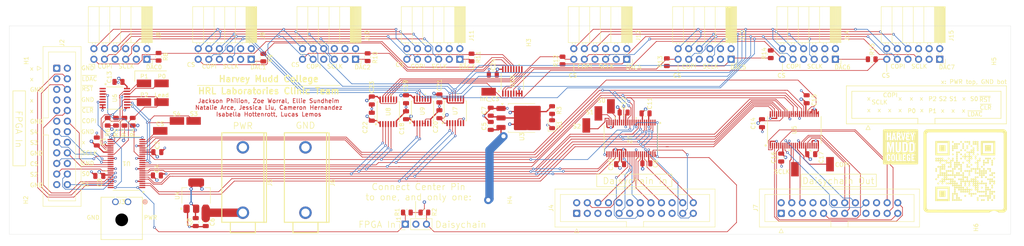
<source format=kicad_pcb>
(kicad_pcb (version 20240108) (generator "pcbnew") (generator_version "8.0")
  (layers (0 "F.Cu" signal "Front Copper (1)") (1 "In1.Cu" power "GND Copper (2)") (2 "In2.Cu" power "PWR Copper (3)") (31 "B.Cu" signal "Back Copper (4)") (35 "F.Paste" user) (36 "B.SilkS" user "B.Silkscreen") (37 "F.SilkS" user "F.Silkscreen") (38 "B.Mask" user) (39 "F.Mask" user) (44 "Edge.Cuts" user))
  (net 0 "")
  (net 1 "/1V8")
  (net 2 "GND")
  (net 3 "/supplyPower")
  (net 4 "/3V3")
  (net 5 "Net-(D1-A)")
  (net 6 "/~{leader}")
  (net 7 "/~{follower}")
  (net 8 "/Fin_~{LDAC}")
  (net 10 "/Fin_S0")
  (net 11 "/Fin_S3")
  (net 12 "/Fin_~{RESET}")
  (net 13 "/Fin_CS")
  (net 15 "/Fin_SCLK")
  (net 16 "/Fin_S2")
  (net 19 "/Fin_S1")
  (net 21 "/Fin_S4")
  (net 22 "/Fin_~{CLR}")
  (net 23 "/Fin_COPI")
  (net 24 "/Din_pass0")
  (net 25 "/Din_pass2")
  (net 26 "/Din_~{CLR}")
  (net 27 "/Din_S2")
  (net 28 "/Din_~{RESET}")
  (net 29 "/Din_S1")
  (net 30 "/Din_pass1")
  (net 31 "/Din_COPI")
  (net 32 "/Din_S0")
  (net 33 "/Din_~{LDAC}")
  (net 34 "/Din_SCLK")
  (net 35 "/Dout_S0")
  (net 36 "/Dout_S1")
  (net 37 "/Dout_SCLK")
  (net 38 "/Dout_pass1")
  (net 39 "/Dout_~{CLR}")
  (net 40 "/Dout_COPI")
  (net 41 "/Dout_~{RESET}")
  (net 42 "/Dout_pass0")
  (net 43 "/Dout_pass2")
  (net 44 "/Dout_S2")
  (net 45 "/Dout_~{LDAC}")
  (net 46 "/CS_0")
  (net 47 "/~{LDAC}")
  (net 48 "/SCLK")
  (net 49 "/COPI")
  (net 50 "/~{CLR}")
  (net 52 "/~{RESET}")
  (net 54 "/CS_1")
  (net 59 "/CS_2")
  (net 60 "/CS_3")
  (net 64 "/CS_4")
  (net 68 "/CS_5")
  (net 70 "/CS_6")
  (net 73 "/CS_7")
  (net 75 "/leadP0_1V8")
  (net 76 "/leadP1_1V8")
  (net 77 "/leadP2_1V8")
  (net 78 "/test_SCLK")
  (net 79 "/test_COPI")
  (net 80 "/test_S0")
  (net 81 "/test_S1")
  (net 82 "/test_S2")
  (net 83 "/test_CS")
  (net 84 "/leadCS_1V8")
  (net 85 "/~{LDAC}_1V8")
  (net 86 "/S3_1V8")
  (net 88 "/pass2_1V8")
  (net 89 "/int_CS_1V8")
  (net 90 "/S2_1V8")
  (net 91 "/pass0_1V8")
  (net 92 "/~{RESET}_1V8")
  (net 93 "/S4_1V8")
  (net 94 "/COPI_1V8")
  (net 95 "/SCLK_1V8")
  (net 96 "/S0_1V8")
  (net 97 "/~{CLR}_1V8")
  (net 98 "/pass1_1V8")
  (net 99 "/S1_1V8")
  (net 100 "/CS_1V8")
  (net 111 "/S2")
  (net 114 "/S0")
  (net 115 "/int_CS")
  (net 116 "/S1")
  (footprint "Capacitor_SMD:C_0805_2012Metric" (layer "F.Cu") (at 123.099916 97.4 -90)
    (property "Reference" "C21")
    (property "Value" "0.1uF")
  )
  (footprint "S1751-46R:HARWIN_S1751-46R" (layer "F.Cu") (at 52.3 93.8 180)
    (property "Reference" "T11" (hide yes))
    (property "Value" "TestPoint")
  )
  (footprint "Resistor_SMD:R_0805_2012Metric" (layer "F.Cu") (at 130.8 87.5875 -90)
    (property "Reference" "R11")
    (property "Value" "10k")
  )
  (footprint "Connector_PinSocket_2.54mm:PinSocket_2x06_P2.54mm_Horizontal" (layer "F.Cu") (at 193 88 -90)
    (property "Reference" "J13")
    (property "Value" "Conn_02x06_Odd_Even")
  )
  (footprint "Connector_IDC:IDC-Header_2x12_P2.54mm_Vertical" (layer "F.Cu") (at 156 125 90)
    (property "Reference" "J4")
    (property "Value" "Conn_02x12_Odd_Even")
  )
  (footprint "Resistor_SMD:R_0805_2012Metric" (layer "F.Cu") (at 226.7 88 180)
    (property "Reference" "R15")
    (property "Value" "10k")
  )
  (footprint "CD74HC4051PWR:PW16" (layer "F.Cu") (at 140.574999 93.321 90)
    (property "Reference" "U10")
    (property "Value" "CD74HC4051PWR")
  )
  (footprint "MountingHole:MountingHole_3.2mm_M3" (layer "F.Cu") (at 24 126)
    (property "Reference" "H2")
    (property "Value" "MountingHole")
  )
  (footprint "S1751-46R:HARWIN_S1751-46R" (layer "F.Cu") (at 56.5 98.3 180)
    (property "Reference" "T9" (hide yes))
    (property "Value" "TestPoint")
  )
  (footprint "Resistor_SMD:R_0805_2012Metric" (layer "F.Cu") (at 202.5 86.8 -90)
    (property "Reference" "R14")
    (property "Value" "10k")
  )
  (footprint "24-243-2_Banana:CONN-TH_24.243.2_Better_Silkscreen" (layer "F.Cu") (at 91 117 -90)
    (property "Reference" "J6")
    (property "Value" "Black Banana")
  )
  (footprint "Capacitor_SMD:C_0805_2012Metric" (layer "F.Cu") (at 115.099916 101.45 90)
    (property "Reference" "C18")
    (property "Value" "0.1uF")
  )
  (footprint "Connector_PinSocket_2.54mm:PinSocket_2x06_P2.54mm_Horizontal" (layer "F.Cu") (at 103 88 -90)
    (property "Reference" "J10")
    (property "Value" "Conn_02x06_Odd_Even")
  )
  (footprint "Capacitor_SMD:C_0805_2012Metric" (layer "F.Cu") (at 211.1 97.6 90)
    (property "Reference" "C15")
    (property "Value" "0.1uF")
  )
  (footprint "Resistor_SMD:R_0805_2012Metric" (layer "F.Cu") (at 105.9 87.5 -90)
    (property "Reference" "R10")
    (property "Value" "10k")
  )
  (footprint "Capacitor_SMD:C_0805_2012Metric" (layer "F.Cu") (at 115.099916 97.6 -90)
    (property "Reference" "C19")
    (property "Value" "0.1uF")
  )
  (footprint "S1751-46R:HARWIN_S1751-46R" (layer "F.Cu") (at 134.9 95.8)
    (property "Reference" "T13" (hide yes))
    (property "Value" "TestPoint")
  )
  (footprint "Capacitor_SMD:C_0805_2012Metric" (layer "F.Cu") (at 135.9 91.7 180)
    (property "Reference" "C24")
    (property "Value" "0.1uF")
  )
  (footprint "S1751-46R:HARWIN_S1751-46R" (layer "F.Cu") (at 216.7 113.2 90)
    (property "Reference" "T2" (hide yes))
    (property "Value" "TestPoint")
  )
  (footprint "Package_TO_SOT_SMD:SOT-223-3_TabPin2" (layer "F.Cu") (at 64.8 120.75 90)
    (property "Reference" "U4")
    (property "Value" "AMS1117-1.8")
  )
  (footprint "MountingHole:MountingHole_3.2mm_M3" (layer "F.Cu") (at 256 84)
    (property "Reference" "H5")
    (property "Value" "MountingHole")
  )
  (footprint "S1751-46R:HARWIN_S1751-46R" (layer "F.Cu") (at 52.3 98.3)
    (property "Reference" "T12" (hide yes))
    (property "Value" "TestPoint")
  )
  (footprint "S1751-46R:HARWIN_S1751-46R" (layer "F.Cu") (at 158.3 103.9 -90)
    (property "Reference" "T5" (hide yes))
    (property "Value" "TestPoint")
  )
  (footprint "S1751-46R:HARWIN_S1751-46R" (layer "F.Cu") (at 56.2 105.2 180)
    (property "Reference" "T8" (hide yes))
    (property "Value" "TestPoint")
  )
  (footprint "TXU0104PWR:TSSOP_0104PWR_TEX" (layer "F.Cu") (at 119.049958 100.45275 90)
    (property "Reference" "U9")
    (property "Value" "TXU0104PWR")
  )
  (footprint "Connector_PinSocket_2.54mm:PinSocket_2x06_P2.54mm_Horizontal" (layer "F.Cu") (at 78 88 -90)
    (property "Reference" "J9")
    (property "Value" "Conn_02x06_Odd_Even")
  )
  (footprint "Capacitor_SMD:C_0805_2012Metric" (layer "F.Cu") (at 64.7 127.1 -90)
    (property "Reference" "C8")
    (property "Value" "22uF")
  )
  (footprint "Capacitor_SMD:C_0805_2012Metric" (layer "F.Cu") (at 41.6 116.015868 180)
    (property "Reference" "C3")
    (property "Value" "0.1uF")
  )
  (footprint "Capacitor_SMD:C_0805_2012Metric" (layer "F.Cu") (at 135.4 100.6 90)
    (property "Reference" "C7")
    (property "Value" "22uF")
  )
  (footprint "Capacitor_SMD:C_0805_2012Metric" (layer "F.Cu") (at 172.7 113)
    (property "Reference" "C9")
    (property "Value" "0.1uF")
  )
  (footprint "MountingHole:MountingHole_3.2mm_M3" (layer "F.Cu") (at 256 126)
    (property "Reference" "H6")
    (property "Value" "MountingHole")
  )
  (footprint "MountingHole:MountingHole_3.2mm_M3" (layer "F.Cu") (at 140 126)
    (property "Reference" "H4")
    (property "Value" "MountingHole")
  )
  (footprint "CD74HC4051PWR:PW16" (layer "F.Cu") (at 45.321 97.325001)
    (property "Reference" "U6")
    (property "Value" "CD74HC4051PWR")
  )
  (footprint "Capacitor_SMD:C_0805_2012Metric" (layer "F.Cu") (at 123.099916 101.2 90)
    (property "Reference" "C20")
    (property "Value" "0.1uF")
  )
  (footprint "436500200:CONN_SD-43650-001_02_MOL" (layer "F.Cu") (at 48.4666 122.241901)
    (property "Reference" "J3")
    (property "Value" "436500200")
  )
  (footprint "MountingHole:MountingHole_3.2mm_M3" (layer "F.Cu") (at 24 84)
    (property "Reference" "H1")
    (property "Value" "MountingHole")
  )
  (footprint "Resistor_SMD:R_0805_2012Metric" (layer "F.Cu") (at 47.6 103 -90)
    (property "Reference" "R7")
    (property "Value" "10k")
  )
  (footprint "Capacitor_SMD:C_0805_2012Metric" (layer "F.Cu") (at 172.5 101)
    (property "Reference" "C11")
    (property "Value" "0.1uF")
  )
  (footprint "Capacitor_SMD:C_0805_2012Metric" (layer "F.Cu") (at 166.4 113.2)
    (property "Reference" "C10")
    (property "Value" "0.1uF")
  )
  (footprint "SN74AUC16244DGGR:DGG48" (layer "F.Cu") (at 169 107 -90)
    (property "Reference" "U2")
    (property "Value" "SN74AUC16244DGGR")
  )
  (footprint "LED_SMD:LED_0805_2012Metric" (layer "F.Cu") (at 150.1 103.6 90)
    (property "Reference" "D1")
    (property "Value" "HSMA-C170")
  )
  (footprint "Resistor_SMD:R_0805_2012Metric" (layer "F.Cu") (at 119.5 124.8)
    (property "Reference" "R2")
    (property "Value" "10k")
  )
  (footprint "Connector_PinSocket_2.54mm:PinSocket_2x06_P2.54mm_Horizontal" (layer "F.Cu") (at 128 88 -90)
    (property "Reference" "J11")
    (property "Value" "Conn_02x06_Odd_Even")
  )
  (footprint "LOGO" (layer "F.Cu") (at 233.6 109.038896)
    (property "Reference" "G***" (hide yes))
    (property "Value" "LOGO" (hide yes))
  )
  (footprint "Capacitor_SMD:C_0805_2012Metric" (layer "F.Cu") (at 167.25 100.8)
    (property "Reference" "C12")
    (property "Value" "0.1uF")
  )
  (footprint "Resistor_SMD:R_0805_2012Metric" (layer "F.Cu") (at 55.8 87.4 -90)
    (property "Reference" "R8")
    (property "Value" "10k")
  )
  (footprint "S1751-46R:HARWIN_S1751-46R" (layer "F.Cu") (at 56.5 93.8 180)
    (property "Reference" "T10" (hide yes))
    (property "Value" "TestPoint")
  )
  (footprint "Connector_PinHeader_2.54mm:PinHeader_1x03_P2.54mm_Vertical" (layer "F.Cu") (at 114.92 127.6 90)
    (property "Reference" "J1")
    (property "Value" "Conn_01x03")
  )
  (footprint "Capacitor_SMD:C_0805_2012Metric" (layer "F.Cu") (at 200.4 103.35 -90)
    (property "Reference" "C14")
    (property "Value" "0.1uF")
  )
  (footprint "S1751-46R:HARWIN_S1751-46R" (layer "F.Cu") (at 64.2 102.8 180)
    (property "Reference" "T6" (hide yes))
    (property "Value" "TestPoint")
  )
  (footprint "SN74AUC16244DGGR:DGG48" (layer "F.Cu") (at 48.099149 113.05 180)
    (property "Reference" "U1")
    (property "Value" "SN74AUC16244DGGR")
  )
  (footprint "Connector_PinSocket_2.54mm:PinSocket_2x06_P2.54mm_Horizontal" (layer "F.Cu") (at 218 88 -90)
    (property "Reference" "J14")
    (property "Value" "Conn_02x06_Odd_Even")
  )
  (footprint "Connector_PinSocket_2.54mm:PinSocket_2x06_P2.54mm_Horizontal" (layer "F.Cu") (at 53 88 -90)
    (property "Reference" "J8")
    (property "Value" "Conn_02x06_Odd_Even")
  )
  (footprint "S1751-46R:HARWIN_S1751-46R" (layer "F.Cu") (at 208.3 114.4 90)
    (property "Reference" "T1" (hide yes))
    (property "Value" "TestPoint")
  )
  (footprint "Resistor_SMD:R_0805_2012Metric" (layer "F.Cu") (at 177.6 88.7 -90)
    (property "Reference" "R13")
    (property "Value" "10k")
  )
  (footprint "TXU0104PWR:TSSOP_0104PWR_TEX" (layer "F.Cu") (at 126.899916 100.4 90)
    (property "Reference" "U7")
    (property "Value" "TXU0104PWR")
  )
  (footprint "Capacitor_SMD:C_0805_2012Metric" (layer "F.Cu") (at 106.899916 97.9 -90)
    (property "Reference" "C23")
    (property "Value" "0.1uF")
  )
  (footprint "Capacitor_SMD:C_0805_2012Metric" (layer "F.Cu") (at 55.5 110.3)
    (property "Reference" "C2")
    (property "Value" "0.1uF")
  )
  (footprint "LOGO" (layer "F.Cu") (at 249.1 114.9)
    (property "Reference" "G***" (hide yes))
    (property "Value" "LOGO" (hide yes))
  )
  (footprint "Capacitor_SMD:C_0805_2012Metric" (layer "F.Cu") (at 212.2 110.8)
    (property "Reference" "C17")
    (property "Value" "0.1uF")
  )
  (footprint "SN74AUC16244DGGR:DGG48" (layer "F.Cu") (at 208.149865 104.951983 90)
    (property "Reference" "U5")
    (property "Value" "SN74AUC16244DGGR")
  )
  (footprint "Capacitor_SMD:C_0805_2012Metric" (layer "F.Cu") (at 67.1 127.1 -90)
    (property "Reference" "C6")
    (property "Value" "10uF")
  )
  (footprint "S1751-46R:HARWIN_S1751-46R" (layer "F.Cu") (at 161.2 101 -90)
    (property "Reference" "T4" (hide yes))
    (property "Value" "TestPoint")
  )
  (footprint "Capacitor_SMD:C_0805_2012Metric" (layer "F.Cu") (at 41 107.75 90)
    (property "Reference" "C1")
    (property "Value" "0.1uF")
  )
  (footprint "Resistor_SMD:R_0805_2012Metric" (layer "F.Cu") (at 43.6 103 -90)
    (property "Reference" "R6")
    (property "Value" "10k")
  )
  (footprint "TXU0104PWR:TSSOP_0104PWR_TEX" (layer "F.Cu") (at 110.84993 100.6055 90)
    (property "Reference" "U8")
    (property "Value" "TXU0104PWR")
  )
  (footprint "Capacitor_SMD:C_0805_2012Metric" (layer "F.Cu") (at 106.899916 101.8 90)
    (property "Reference" "C22")
    (property "Value" "0.1uF")
  )
  (footprint "Connector_PinSocket_2.54mm:PinSocket_2x06_P2.54mm_Horizontal" (layer "F.Cu") (at 168 88 -90)
    (property "Reference" "J12")
    (property "Value" "Conn_02x06_Odd_Even")
  )
  (footprint "Resistor_SMD:R_0805_2012Metric" (layer "F.Cu") (at 152.6 88.3 -90)
    (property "Reference" "R12")
    (property "Value" "10k")
  )
  (footprint "24-243-2_Banana:CONN-TH_24.243.2_Better_Silkscreen" (layer "F.Cu") (at 76 117 -90)
    (property "Reference" "J5")
    (property "Value" "Red Banana")
  )
  (footprint "Capacitor_SMD:C_0805_2012Metric" (layer "F.Cu") (at 135.4 104 90)
    (property "Reference" "C5")
    (property "Value" "10uF")
  )
  (footprint "Resistor_SMD:R_0805_2012Metric" (layer "F.Cu") (at 150.1 100.2 90)
    (property "Reference" "R3")
    (property "Value" "2.2k")
  )
  (footprint "S1751-46R:HARWIN_S1751-46R" (layer "F.Cu") (at 164.2 99.3 90)
    (property "Reference" "T3" (hide yes))
    (property "Value" "TestPoint")
  )
  (footprint "Capacitor_SMD:C_0805_2012Metric" (layer "F.Cu") (at 46.192 93.450002 180)
    (property "Reference" "C13")
    (property "Value" "0.1uF")
  )
  (footprint "Resistor_SMD:R_0805_2012Metric" (layer "F.Cu") (at 45.6 103 -90)
    (property "Reference" "R5")
    (property "Value" "10k")
  )
  (footprint "MountingHole:MountingHole_3.2mm_M3" (layer "F.Cu") (at 140 84)
    (property "Reference" "H3")
    (property "Value" "MountingHole")
  )
  (footprint "Connector_PinSocket_2.54mm:PinSocket_2x06_P2.54mm_Horizontal" (layer "F.Cu") (at 243 88 -90)
    (property "Reference" "J15")
    (property "Value" "Conn_02x06_Odd_Even")
  )
  (footprint "Resistor_SMD:R_0805_2012Metric" (layer "F.Cu") (at 115.3 124.8 180)
    (property "Reference" "R1")
    (property "Value" "10k")
  )
  (footprint "Resistor_SMD:R_0805_2012Metric" (layer "F.Cu") (at 80.9 87.6 -90)
    (property "Reference" "R9")
    (property "Value" "10k")
  )
  (footprint "Connector_IDC:IDC-Header_2x12_P2.54mm_Vertical" (layer "F.Cu") (at 31.4 90.16)
    (property "Reference" "J2")
    (property "Value" "Conn_02x12_Odd_Even")
  )
  (footprint "Capacitor_SMD:C_0805_2012Metric" (layer "F.Cu") (at 55.4 115.9)
    (property "Reference" "C4")
    (property "Value" "0.1uF")
  )
  (footprint "Package_TO_SOT_SMD:TO-252-3_TabPin2" (layer "F.Cu") (at 142.9 102.1)
    (property "Reference" "U3")
    (property "Value" "AZ1084CD-3.3TRG1")
  )
  (footprint "Connector_IDC:IDC-Header_2x12_P2.54mm_Vertical" (layer "F.Cu") (at 205 125 90)
    (property "Reference" "J7")
    (property "Value" "Conn_02x12_Odd_Even")
  )
  (footprint "Resistor_SMD:R_0805_2012Metric" (layer "F.Cu") (at 49.6 103 -90)
    (property "Reference" "R4")
    (property "Value" "10k")
  )
  (footprint "S1751-46R:HARWIN_S1751-46R" (layer "F.Cu") (at 60.2 102.8 180)
    (property "Reference" "T7" (hide yes))
    (property "Value" "TestPoint")
  )
  (footprint "Capacitor_SMD:C_0805_2012Metric" (layer "F.Cu") (at 205 111.6 -90)
    (property "Reference" "C16")
    (property "Value" "0.1uF")
  )
  (gr_rect (start 20.9 95.6) (end 23.9 113.6) (stroke (width 0.153)) (fill none) (layer "F.SilkS"))
  (gr_line (start 237.75 103.51) (end 237.75 102.2) (stroke (width 0.15)) (layer "F.SilkS"))
  (gr_line (start 220.62 94.39) (end 258.98 94.39) (stroke (width 0.15)) (layer "F.SilkS"))
  (gr_line (start 155.3 89) (end 155.3 91) (stroke (width 0.15)) (layer "F.SilkS"))
  (gr_line (start 205.3 89) (end 205.3 91) (stroke (width 0.15)) (layer "F.SilkS"))
  (gr_line (start 40.5 89.2) (end 40.5 90.3) (stroke (width 0.15)) (layer "F.SilkS"))
  (gr_line (start 257.68 95.7) (end 221.92 95.7) (stroke (width 0.15)) (layer "F.SilkS"))
  (gr_line (start 225.33 104.9) (end 226.33 104.9) (stroke (width 0.15)) (layer "F.SilkS"))
  (gr_line (start 257.68 95.7) (end 257.68 102.2) (stroke (width 0.15)) (layer "F.SilkS"))
  (gr_line (start 258.98 94.39) (end 258.98 103.51) (stroke (width 0.15)) (layer "F.SilkS"))
  (gr_line (start 258.98 103.51) (end 220.62 103.51) (stroke (width 0.15)) (layer "F.SilkS"))
  (gr_line (start 50.1 93.3) (end 50.1 90.8) (stroke (width 0.15)) (layer "F.SilkS"))
  (gr_line (start 50.1 90.8) (end 57.7 90.8) (stroke (width 0.15)) (layer "F.SilkS"))
  (gr_line (start 241.85 102.2) (end 257.68 102.2) (stroke (width 0.15)) (layer "F.SilkS"))
  (gr_rect (start 160.8 115.6) (end 178.8 118.6) (stroke (width 0.153)) (fill none) (layer "F.SilkS"))
  (gr_line (start 220.62 94.39) (end 220.62 103.51) (stroke (width 0.15)) (layer "F.SilkS"))
  (gr_line (start 241.85 102.2) (end 241.85 103.51) (stroke (width 0.15)) (layer "F.SilkS"))
  (gr_line (start 65.1 94.3) (end 99.3 94.3) (stroke (width 0.15)) (layer "F.SilkS"))
  (gr_line (start 221.92 102.2) (end 221.92 95.7) (stroke (width 0.15)) (layer "F.SilkS"))
  (gr_line (start 39.1 89.2) (end 40.5 89.2) (stroke (width 0.15)) (layer "F.SilkS"))
  (gr_line (start 180.3 89) (end 180.3 91) (stroke (width 0.15)) (layer "F.SilkS"))
  (gr_rect (start 209.8 115.6) (end 227.8 118.6) (stroke (width 0.153)) (fill none) (layer "F.SilkS"))
  (gr_line (start 226.33 104.9) (end 225.83 103.9) (stroke (width 0.15)) (layer "F.SilkS"))
  (gr_line (start 225.83 103.9) (end 225.33 104.9) (stroke (width 0.15)) (layer "F.SilkS"))
  (gr_line (start 221.92 102.2) (end 237.75 102.2) (stroke (width 0.15)) (layer "F.SilkS"))
  (gr_line (start 230.3 89) (end 230.3 91) (stroke (width 0.15)) (layer "F.SilkS"))
  (gr_line (start 117.4 122.1) (end 117.4 126) (stroke (width 0.153)) (layer "F.SilkS"))
  (gr_rect (start 20 80) (end 260 130) (stroke (width 0.05)) (fill none) (layer "Edge.Cuts"))
  (gr_text "Jackson Philion, Zoe Worral, Ellie Sundheim\nNatalie Arce, Jessica Liu, Cameron Hernandez\nIsabella Hottenrott, Lucas Lemos" (at 82.2 101.8 0) (layer "F.Cu") (effects (font (size 1 1)) (justify bottom)))
  (gr_text "~{RST}" (at 252.4 98.3 0) (layer "F.SilkS") (effects (font (size 1 1)) (justify left bottom)))
  (gr_text "S0" (at 37.3 116.1 0) (layer "F.SilkS") (effects (font (size 1 1)) (justify left bottom)))
  (gr_text "COPI" (at 37.3 103.4 0) (layer "F.SilkS") (effects (font (size 1 1)) (justify left bottom)))
  (gr_text "S2" (at 155 104.7 0) (layer "F.SilkS") (effects (font (size 1 1)) (justify left bottom)))
  (gr_text "COPI" (at 116.1 90.3 0) (layer "F.SilkS") (effects (font (size 1 1)) (justify left bottom)))
  (gr_text "SCLK" (at 46.1 90.3 0) (layer "F.SilkS") (effects (font (size 1 1)) (justify left bottom)))
  (gr_text "x" (at 24.9 90.809092 0) (layer "F.SilkS") (effects (font (size 1 1)) (justify left bottom)))
  (gr_text "CS" (at 179 92.5 0) (layer "F.SilkS") (effects (font (size 1 1)) (justify left bottom)))
  (gr_text "x" (at 24.9 98.445454 0) (layer "F.SilkS") (effects (font (size 1 1)) (justify left bottom)))
  (gr_text "CS" (at 154 92.5 0) (layer "F.SilkS") (effects (font (size 1 1)) (justify left bottom)))
  (gr_text "CS" (at 112.5 89.9 0) (layer "F.SilkS") (effects (font (size 1 1)) (justify left bottom)))
  (gr_text "SCLK" (at 37.3 111.1 0) (layer "F.SilkS") (effects (font (size 1 1)) (justify left bottom)))
  (gr_text "S0" (at 250.2 98.1 0) (layer "F.SilkS") (effects (font (size 1 1)) (justify left bottom)))
  (gr_text "SCLK" (at 226.6 98.9 0) (layer "F.SilkS") (effects (font (size 1 1)) (justify left bottom)))
  (gr_text "~{LDAC}" (at 37.3 93.3 0) (layer "F.SilkS") (effects (font (size 1 1)) (justify left bottom)))
  (gr_text "COPI" (at 229.3 97.2 0) (layer "F.SilkS") (effects (font (size 1 1)) (justify left bottom)))
  (gr_text "P1" (at 240.2 101 0) (layer "F.SilkS") (effects (font (size 1 1)) (justify left bottom)))
  (gr_text "x" (at 248.2 100.9 0) (layer "F.SilkS") (effects (font (size 1 1)) (justify left bottom)))
  (gr_text "GND" (at 91 104.8 0) (layer "F.SilkS") (effects (font (size 1.53 1.53) (thickness 0.153)) (justify bottom)))
  (gr_text "CS" (at 24.9 113.718178 0) (layer "F.SilkS") (effects (font (size 1 1)) (justify left bottom)))
  (gr_text "S4" (at 59.1 101.7 0) (layer "F.SilkS") (effects (font (size 1 1)) (justify left bottom)))
  (gr_text "S1" (at 245.2 98.1 0) (layer "F.SilkS") (effects (font (size 1 1)) (justify left bottom)))
  (gr_text "int_CS" (at 132.7 98.1 0) (layer "F.SilkS") (effects (font (size 1 1)) (justify left bottom)))
  (gr_text "x" (at 238.1 98 0) (layer "F.SilkS") (effects (font (size 1 1)) (justify left bottom)))
  (gr_text "DAC3" (at 127.7 90.5 0) (layer "F.SilkS") (effects (font (size 1 1)) (justify left bottom)))
  (gr_text "S4" (at 24.9 106.081816 0) (layer "F.SilkS") (effects (font (size 1 1)) (justify left bottom)))
  (gr_text "COPI" (at 91.1 90.3 0) (layer "F.SilkS") (effects (font (size 1 1)) (justify left bottom)))
  (gr_text "COPI" (at 231.1 90.3 0) (layer "F.SilkS") (effects (font (size 1 1)) (justify left bottom)))
  (gr_text "GND" (at 37.2 113.6 0) (layer "F.SilkS") (effects (font (size 1 1)) (justify left bottom)))
  (gr_text "S1" (at 37.3 118.6 0) (layer "F.SilkS") (effects (font (size 1 1)) (justify left bottom)))
  (gr_text "S1" (at 158.1 101.3 0) (layer "F.SilkS") (effects (font (size 1 1)) (justify left bottom)))
  (gr_text "SCLK" (at 71.1 90.3 0) (layer "F.SilkS") (effects (font (size 1 1)) (justify left bottom)))
  (gr_text "P0" (at 55.5 92.7 0) (layer "F.SilkS") (effects (font (size 1 1)) (justify left bottom)))
  (gr_text "~{CLR}" (at 37.3 100.9 0) (layer "F.SilkS") (effects (font (size 1 1)) (justify left bottom)))
  (gr_text "x" (at 37.3 108.5 0) (layer "F.SilkS") (effects (font (size 1 1)) (justify left bottom)))
  (gr_text "SCLK" (at 236.1 90.3 0) (layer "F.SilkS") (effects (font (size 1 1)) (justify left bottom)))
  (gr_text "GND" (at 24.9 118.809092 0) (layer "F.SilkS") (effects (font (size 1 1)) (justify left bottom)))
  (gr_text "x" (at 24.9 100.990908 0) (layer "F.SilkS") (effects (font (size 1 1)) (justify left bottom)))
  (gr_text "COPI" (at 66.1 90.3 0) (layer "F.SilkS") (effects (font (size 1 1)) (justify left bottom)))
  (gr_text "CS" (at 87.5 89.9 0) (layer "F.SilkS") (effects (font (size 1 1)) (justify left bottom)))
  (gr_text "PWR" (at 76 104.9 0) (layer "F.SilkS") (effects (font (size 1.53 1.53) (thickness 0.153)) (justify bottom)))
  (gr_text "Daisychain" (at 122 128.6 0) (layer "F.SilkS") (effects (font (size 1.53 1.53) (thickness 0.153)) (justify left bottom)))
  (gr_text "SCLK" (at 161.1 90.3 0) (layer "F.SilkS") (effects (font (size 1 1)) (justify left bottom)))
  (gr_text "S3" (at 24.9 108.62727 0) (layer "F.SilkS") (effects (font (size 1 1)) (justify left bottom)))
  (gr_text "CS" (at 204 92.5 0) (layer "F.SilkS") (effects (font (size 1 1)) (justify left bottom)))
  (gr_text "DAC5" (at 192.7 90.5 0) (layer "F.SilkS") (effects (font (size 1 1)) (justify left bottom)))
  (gr_text "x" (at 233 98 0) (layer "F.SilkS") (effects (font (size 1 1)) (justify left bottom)))
  (gr_text "~{RST}" (at 37.3 95.7 0) (layer "F.SilkS") (effects (font (size 1 1)) (justify left bottom)))
  (gr_text "CS" (at 55.1 104.1 0) (layer "F.SilkS") (effects (font (size 1 1)) (justify left bottom)))
  (gr_text "CS" (at 229 92.5 0) (layer "F.SilkS") (effects (font (size 1 1)) (justify left bottom)))
  (gr_text "DAC7" (at 242.7 90.5 0) (layer "F.SilkS") (effects (font (size 1 1)) (justify left bottom)))
  (gr_text "DAC4" (at 167.7 90.5 0) (layer "F.SilkS") (effects (font (size 1 1)) (justify left bottom)))
  (gr_text "x" (at 230.5 100.8 0) (layer "F.SilkS") (effects (font (size 1 1)) (justify left bottom)))
  (gr_text "Daisychain In" (at 170 118.1 0) (layer "F.SilkS") (effects (font (size 1.53 1.53) (thickness 0.153)) (justify bottom)))
  (gr_text "x" (at 238.2 100.8 0) (layer "F.SilkS") (effects (font (size 1 1)) (justify left bottom)))
  (gr_text "x" (at 248.3 98 0) (layer "F.SilkS") (effects (font (size 1 1)) (justify left bottom)))
  (gr_text "x" (at 243.2 100.9 0) (layer "F.SilkS") (effects (font (size 1 1)) (justify left bottom)))
  (gr_text "Daisychain Out" (at 218.7 118.1 0) (layer "F.SilkS") (effects (font (size 1.53 1.53) (thickness 0.153)) (justify bottom)))
  (gr_text "COPI" (at 217.8 113.9 0) (layer "F.SilkS") (effects (font (size 1 1)) (justify left bottom)))
  (gr_text "x" (at 233 100.8 0) (layer "F.SilkS") (effects (font (size 1 1)) (justify left bottom)))
  (gr_text "P0" (at 235.2 101 0) (layer "F.SilkS") (effects (font (size 1 1)) (justify left bottom)))
  (gr_text "x: PWR top, GND bot" (at 243.2 94 0) (layer "F.SilkS") (effects (font (size 1 1)) (justify left bottom)))
  (gr_text "CS" (at 62.5 89.9 0) (layer "F.SilkS") (effects (font (size 1 1)) (justify left bottom)))
  (gr_text "P2" (at 51.3 97.2 0) (layer "F.SilkS") (effects (font (size 1 1)) (justify left bottom)))
  (gr_text "~{CLR}" (at 252.5 100.2 0) (layer "F.SilkS") (effects (font (size 1 1)) (justify left bottom)))
  (gr_text "x" (at 228 100.8 0) (layer "F.SilkS") (effects (font (size 1 1)) (justify left bottom)))
  (gr_text "COPI" (at 41.1 90.3 0) (layer "F.SilkS") (effects (font (size 1 1)) (justify left bottom)))
  (gr_text "GND" (at 38.5 126.6 0) (layer "F.SilkS") (effects (font (size 1 1)) (justify left bottom)))
  (gr_text "~{LDAC}" (at 249.5 101.8 0) (layer "F.SilkS") (effects (font (size 1 1)) (justify left bottom)))
  (gr_text "SCLK" (at 96.1 90.3 0) (layer "F.SilkS") (effects (font (size 1 1)) (justify left bottom)))
  (gr_text "x" (at 235.7 98 0) (layer "F.SilkS") (effects (font (size 1 1)) (justify left bottom)))
  (gr_text "COPI" (at 206.1 90.3 0) (layer "F.SilkS") (effects (font (size 1 1)) (justify left bottom)))
  (gr_text "GND" (at 24.9 103.536362 0) (layer "F.SilkS") (effects (font (size 1 1)) (justify left bottom)))
  (gr_text "SCLK" (at 186.1 90.3 0) (layer "F.SilkS") (effects (font (size 1 1)) (justify left bottom)))
  (gr_text "S2" (at 24.9 116.263632 0) (layer "F.SilkS") (effects (font (size 1 1)) (justify left bottom)))
  (gr_text "GND" (at 24.9 95.9 0) (layer "F.SilkS") (effects (font (size 1 1)) (justify left bottom)))
  (gr_text "DAC1" (at 77.7 90.5 0) (layer "F.SilkS") (effects (font (size 1 1)) (justify left bottom)))
  (gr_text "DAC0" (at 52.7 90.5 0) (layer "F.SilkS") (effects (font (size 1 1)) (justify left bottom)))
  (gr_text "P2" (at 240.2 98.1 0) (layer "F.SilkS") (effects (font (size 1 1)) (justify left bottom)))
  (gr_text "SCLK" (at 211.1 90.3 0) (layer "F.SilkS") (effects (font (size 1 1)) (justify left bottom)))
  (gr_text "DAC6" (at 217.7 90.5 0) (layer "F.SilkS") (effects (font (size 1 1)) (justify left bottom)))
  (gr_text "SCLK" (at 203.2 115.6 0) (layer "F.SilkS") (effects (font (size 1 1)) (justify left bottom)))
  (gr_text "COPI" (at 181.1 90.3 0) (layer "F.SilkS") (effects (font (size 1 1)) (justify left bottom)))
  (gr_text "SCLK" (at 121.1 90.3 0) (layer "F.SilkS") (effects (font (size 1 1)) (justify left bottom)))
  (gr_text "Lead" (at 54.7 97.2 0) (layer "F.SilkS") (effects (font (size 1 1)) (justify left bottom)))
  (gr_text "S0" (at 160.9 98.5 0) (layer "F.SilkS") (effects (font (size 1 1)) (justify left bottom)))
  (gr_text "x" (at 225.5 98 0) (layer "F.SilkS") (effects (font (size 1 1)) (justify left bottom)))
  (gr_text "Connect Center Pin\nto one, and only one:" (at 118.1 122 0) (layer "F.SilkS") (effects (font (size 1.53 1.53) (thickness 0.153)) (justify bottom)))
  (gr_text "S2" (at 242.7 98.1 0) (layer "F.SilkS") (effects (font (size 1 1)) (justify left bottom)))
  (gr_text "GND" (at 37.2 98.3 0) (layer "F.SilkS") (effects (font (size 1 1)) (justify left bottom)))
  (gr_text "x" (at 245.7 100.9 0) (layer "F.SilkS") (effects (font (size 1 1)) (justify left bottom)))
  (gr_text "Harvey Mudd College" (at 82.2 93.6 0) (layer "F.SilkS") (effects (font (size 1.5 1.5) (thickness 0.3) (bold yes)) (justify bottom)))
  (gr_text "GND" (at 24.9 111.172724 0) (layer "F.SilkS") (effects (font (size 1 1)) (justify left bottom)))
  (gr_text "PWR" (at 52.2 126.6 0) (layer "F.SilkS") (effects (font (size 1 1)) (justify left bottom)))
  (gr_text "DAC2" (at 102.7 90.5 0) (layer "F.SilkS") (effects (font (size 1 1)) (justify left bottom)))
  (gr_text "S3" (at 63.2 101.7 0) (layer "F.SilkS") (effects (font (size 1 1)) (justify left bottom)))
  (gr_text "P1" (at 51.3 92.7 0) (layer "F.SilkS") (effects (font (size 1 1)) (justify left bottom)))
  (gr_text "GND" (at 37.2 90.7 0) (layer "F.SilkS") (effects (font (size 1 1)) (justify left bottom)))
  (gr_text "FPGA In" (at 103.6 128.6 0) (layer "F.SilkS") (effects (font (size 1.53 1.53) (thickness 0.153)) (justify left bottom)))
  (gr_text "COPI" (at 156.1 90.3 0) (layer "F.SilkS") (effects (font (size 1 1)) (justify left bottom)))
  (gr_text "x" (at 225.5 100.8 0) (layer "F.SilkS") (effects (font (size 1 1)) (justify left bottom)))
  (gr_text "x" (at 24.9 93.354546 0) (layer "F.SilkS") (effects (font (size 1 1)) (justify left bottom)))
  (gr_text "FPGA In" (at 21.4 104.8 -90) (layer "F.SilkS") (effects (font (size 1.53 1.53) (thickness 0.153)) (justify bottom)))
  (gr_text "GND" (at 37.2 106 0) (layer "F.SilkS") (effects (font (size 1 1)) (justify left bottom)))
  (gr_text "HRL Laboratories Clinic Team" (at 82.2 96.5 0) (layer "F.SilkS") (effects (font (size 1.5 1.5) (thickness 0.3) (bold yes)) (justify bottom)))
  (segment (start 42.6 110.3) (end 44.298298 110.3) (width 0.3) (layer "F.Cu") (net 1))
  (segment (start 210.899865 98.750135) (end 211.1 98.55) (width 0.3) (layer "F.Cu") (net 1))
  (segment (start 206.03737 111.56263) (end 205.426723 110.951983) (width 0.3) (layer "F.Cu") (net 1))
  (segment (start 123.099916 102.15) (end 124.302666 103.35275) (width 0.15) (layer "F.Cu") (net 1))
  (segment (start 212 112) (end 211.25 111.25) (width 0.3) (layer "F.Cu") (net 1))
  (segment (start 66.2 119.15) (end 66.2 119) (width 0.3) (layer "F.Cu") (net 1))
  (segment (start 66.2 119) (end 64.8 117.6) (width 0.3) (layer "F.Cu") (net 1))
  (segment (start 64.65 126.3) (end 64.65 124.05) (width 0.3) (layer "F.Cu") (net 1))
  (segment (start 166.3 100.8) (end 166.25 100.85) (width 0.3) (layer "F.Cu") (net 1))
  (segment (start 64.65 124.05) (end 64.8 123.9) (width 0.3) (layer "F.Cu") (net 1))
  (segment (start 48.242 94.550002) (end 47.142 93.450002) (width 0.3) (layer "F.Cu") (net 1))
  (segment (start 41 108.7) (end 40.7 108.7) (width 0.3) (layer "F.Cu") (net 1))
  (segment (start 50.7875 103.9125) (end 49.6 103.9125) (width 0.15) (layer "F.Cu") (net 1))
  (segment (start 115.099916 102.4) (end 115.6 102.4) (width 0.3) (layer "F.Cu") (net 1))
  (segment (start 166.25 100.85) (end 166.25 103.199149) (width 0.3) (layer "F.Cu") (net 1))
  (segment (start 210.899865 101.151132) (end 210.899865 98.750135) (width 0.3) (layer "F.Cu") (net 1))
  (segment (start 166.3 100) (end 166.3 100.8) (width 0.3) (layer "F.Cu") (net 1))
  (segment (start 166.364552 114.114552) (end 165.45 113.2) (width 0.3) (layer "F.Cu") (net 1))
  (segment (start 205.399865 101.151132) (end 205.399865 102.04288) (width 0.15) (layer "F.Cu") (net 1))
  (segment (start 165.8 99.5) (end 166.3 100) (width 0.3) (layer "F.Cu") (net 1))
  (segment (start 166.25 112.4) (end 166.25 110.800851) (width 0.3) (layer "F.Cu") (net 1))
  (segment (start 200.775 102.775) (end 200.4 102.4) (width 0.15) (layer "F.Cu") (net 1))
  (segment (start 171.55 100.95) (end 172.5 100) (width 0.3) (layer "F.Cu") (net 1))
  (segment (start 119.5 123.8875) (end 118.5875 124.8) (width 0.15) (layer "F.Cu") (net 1))
  (segment (start 210.899865 110.349865) (end 210.899865 108.752834) (width 0.3) (layer "F.Cu") (net 1))
  (segment (start 171.8 114.3) (end 171.75 114.25) (width 0.3) (layer "F.Cu") (net 1))
  (segment (start 47.142 93.450002) (end 47.102246 93.450002) (width 0.3) (layer "F.Cu") (net 1))
  (segment (start 54.45 116.05) (end 55.4 117) (width 0.3) (layer "F.Cu") (net 1))
  (segment (start 54.35 115.8) (end 54.45 115.9) (width 0.15) (layer "F.Cu") (net 1))
  (segment (start 211.25 111.25) (end 211.25 110.7) (width 0.3) (layer "F.Cu") (net 1))
  (segment (start 48.242 95.050002) (end 48.242 94.550002) (width 0.3) (layer "F.Cu") (net 1))
  (segment (start 210.15 97.6) (end 211.1 98.55) (width 0.3) (layer "F.Cu") (net 1))
  (segment (start 44.298298 115.8) (end 42.55 115.8) (width 0.3) (layer "F.Cu") (net 1))
  (segment (start 64.8 123.8) (end 63.6 122.6) (width 0.3) (layer "F.Cu") (net 1))
  (segment (start 64.8 123.9) (end 64.8 123.8) (width 0.3) (layer "F.Cu") (net 1))
  (segment (start 199.484577 103.321994) (end 200.4 102.406571) (width 0.3) (layer "F.Cu") (net 1))
  (segment (start 115.099916 102.4) (end 116.0945 102.4) (width 0.3) (layer "F.Cu") (net 1))
  (segment (start 205.399865 102.04288) (end 204.667745 102.775) (width 0.15) (layer "F.Cu") (net 1))
  (segment (start 205.426723 110.951983) (end 205.399865 110.951983) (width 0.3) (layer "F.Cu") (net 1))
  (segment (start 43.7125 103.9125) (end 44.6 104.8) (width 0.15) (layer "F.Cu") (net 1))
  (segment (start 47.6 107.275) (end 47.4 107.475) (width 0.15) (layer "F.Cu") (net 1))
  (segment (start 200.4 102.406571) (end 200.4 102.4) (width 0.3) (layer "F.Cu") (net 1))
  (segment (start 105.849916 101.7) (end 106.899916 102.75) (width 0.3) (layer "F.Cu") (net 1))
  (segment (start 171.75 114.25) (end 171.75 113) (width 0.3) (layer "F.Cu") (net 1))
  (segment (start 63.6 119.15) (end 63.6 118.8) (width 0.3) (layer "F.Cu") (net 1))
  (segment (start 116.0945 102.4) (end 117.1 103.4055) (width 0.3) (layer "F.Cu") (net 1))
  (segment (start 40.7 108.7) (end 39.7 107.7) (width 0.3) (layer "F.Cu") (net 1))
  (segment (start 54.55 110.45) (end 55.5 111.4) (width 0.3) (layer "F.Cu") (net 1))
  (segment (start 108.091722 102.75) (end 108.899972 103.55825) (width 0.3) (layer "F.Cu") (net 1))
  (segment (start 116.2125 124.8) (end 118.5875 124.8) (width 0.15) (layer "F.Cu") (net 1))
  (segment (start 47.102246 93.450002) (end 46.266861 92.614617) (width 0.3) (layer "F.Cu") (net 1))
  (segment (start 42.55 116) (end 42.55 116.015868) (width 0.3) (layer "F.Cu") (net 1))
  (segment (start 106.899916 102.75) (end 108.091722 102.75) (width 0.3) (layer "F.Cu") (net 1))
  (segment (start 165.45 113.2) (end 166.25 112.4) (width 0.3) (layer "F.Cu") (net 1))
  (segment (start 200.4 102.4) (end 200.3 102.5) (width 0.3) (layer "F.Cu") (net 1))
  (segment (start 211.25 110.7) (end 210.899865 110.349865) (width 0.3) (layer "F.Cu") (net 1))
  (segment (start 205.399865 110.951983) (end 205.399865 108.752834) (width 0.3) (layer "F.Cu") (net 1))
  (segment (start 115.6 102.4) (end 116.3 101.7) (width 0.3) (layer "F.Cu") (net 1))
  (segment (start 43.6 103.9125) (end 43.7125 103.9125) (width 0.15) (layer "F.Cu") (net 1))
  (segment (start 204.667745 102.775) (end 200.775 102.775) (width 0.15) (layer "F.Cu") (net 1))
  (segment (start 41 108.7) (end 42.6 110.3) (width 0.3) (layer "F.Cu") (net 1))
  (segment (start 47.6 103.9125) (end 47.6 107.275) (width 0.15) (layer "F.Cu") (net 1))
  (segment (start 54.55 110.3) (end 54.55 110.45) (width 0.3) (layer "F.Cu") (net 1))
  (segment (start 105.8 101.7) (end 105.849916 101.7) (width 0.3) (layer "F.Cu") (net 1))
  (segment (start 41.582822 115.032822) (end 42.55 116) (width 0.3) (layer "F.Cu") (net 1))
  (segment (start 119.5 122.3) (end 119.5 123.8875) (width 0.15) (layer "F.Cu") (net 1))
  (segment (start 124.1 102.15) (end 124.9 101.35) (width 0.15) (layer "F.Cu") (net 1))
  (segment (start 171.55 101) (end 171.75 101.2) (width 0.3) (layer "F.Cu") (net 1))
  (segment (start 124.302666 103.35275) (end 124.949958 103.35275) (width 0.15) (layer "F.Cu") (net 1))
  (segment (start 171.75 110.800851) (end 171.75 113) (width 0.3) (layer "F.Cu") (net 1))
  (segment (start 51.9 110.3) (end 54.55 110.3) (width 0.3) (layer "F.Cu") (net 1))
  (segment (start 171.55 101) (end 171.55 100.95) (width 0.3) (layer "F.Cu") (net 1))
  (segment (start 171.75 101.2) (end 171.75 103.199149) (width 0.3) (layer "F.Cu") (net 1))
  (segment (start 63.6 118.8) (end 64.8 117.6) (width 0.3) (layer "F.Cu") (net 1))
  (segment (start 43.6 103.9125) (end 45.6 103.9125) (width 0.15) (layer "F.Cu") (net 1))
  (segment (start 209.8 97.6) (end 210.15 97.6) (width 0.3) (layer "F.Cu") (net 1))
  (segment (start 123.099916 102.15) (end 124.1 102.15) (width 0.15) (layer "F.Cu") (net 1))
  (segment (start 51.9 115.8) (end 54.35 115.8) (width 0.15) (layer "F.Cu") (net 1))
  (segment (start 166.371412 114.114552) (end 166.364552 114.114552) (width 0.3) (layer "F.Cu") (net 1))
  (segment (start 54.45 115.9) (end 54.45 116.05) (width 0.3) (layer "F.Cu") (net 1))
  (segment (start 50.8 103.9) (end 50.7875 103.9125) (width 0.15) (layer "F.Cu") (net 1))
  (via (at 50.8 103.9) (size 0.8) (drill 0.4) (layers "F.Cu" "B.Cu") (net 1))
  (via (at 199.484577 103.321994) (size 0.8) (drill 0.4) (layers "F.Cu" "B.Cu") (net 1))
  (via (at 41.582822 115.032822) (size 0.8) (drill 0.4) (layers "F.Cu" "B.Cu") (net 1))
  (via (at 171.8 114.3) (size 0.8) (drill 0.4) (layers "F.Cu" "B.Cu") (net 1))
  (via (at 47.4 107.475) (size 0.8) (drill 0.4) (layers "F.Cu" "B.Cu") (net 1))
  (via (at 44.6 104.8) (size 0.8) (drill 0.4) (layers "F.Cu" "B.Cu") (net 1))
  (via (at 165.8 99.5) (size 0.8) (drill 0.4) (layers "F.Cu" "B.Cu") (net 1))
  (via (at 63.6 119.15) (size 0.8) (drill 0.4) (layers "F.Cu" "B.Cu") (net 1))
  (via (at 124.9 101.35) (size 0.8) (drill 0.4) (layers "F.Cu" "B.Cu") (net 1))
  (via (at 55.5 111.4) (size 0.8) (drill 0.4) (layers "F.Cu" "B.Cu") (net 1))
  (via (at 46.266861 92.614617) (size 0.8) (drill 0.4) (layers "F.Cu" "B.Cu") (net 1))
  (via (at 212 112) (size 0.8) (drill 0.4) (layers "F.Cu" "B.Cu") (net 1))
  (via (at 119.5 122.3) (size 0.8) (drill 0.4) (layers "F.Cu" "B.Cu") (net 1))
  (via (at 66.2 119.15) (size 0.8) (drill 0.4) (layers "F.Cu" "B.Cu") (net 1))
  (via (at 39.7 107.7) (size 0.8) (drill 0.4) (layers "F.Cu" "B.Cu") (net 1))
  (via (at 116.3 101.7) (size 0.8) (drill 0.4) (layers "F.Cu" "B.Cu") (net 1))
  (via (at 209.8 97.6) (size 0.8) (drill 0.4) (layers "F.Cu" "B.Cu") (net 1))
  (via (at 206.03737 111.56263) (size 0.8) (drill 0.4) (layers "F.Cu" "B.Cu") (net 1))
  (via (at 55.4 117) (size 0.8) (drill 0.4) (layers "F.Cu" "B.Cu") (net 1))
  (via (at 105.8 101.7) (size 0.8) (drill 0.4) (layers "F.Cu" "B.Cu") (net 1))
  (via (at 172.5 100) (size 0.8) (drill 0.4) (layers "F.Cu" "B.Cu") (net 1))
  (via (at 166.371412 114.114552) (size 0.8) (drill 0.4) (layers "F.Cu" "B.Cu") (net 1))
  (via (at 63.6 122.6) (size 0.8) (drill 0.4) (layers "F.Cu" "B.Cu") (net 1))
  (segment (start 63.6 122.6) (end 63.6 119.15) (width 0.3) (layer "B.Cu") (net 1))
  (segment (start 57.6 115.525001) (end 56.724999 115.525001) (width 0.3) (layer "F.Cu") (net 2))
  (segment (start 166.749999 110.800851) (end 166.749999 112.599999) (width 0.3) (layer "F.Cu") (net 2))
  (segment (start 56.724999 115.525001) (end 56.35 115.9) (width 0.3) (layer "F.Cu") (net 2))
  (segment (start 127.549902 103.35275) (end 127.549902 102.4979) (width 0.15) (layer "F.Cu") (net 2))
  (segment (start 51.9 111.8) (end 50.5 111.8) (width 0.3) (layer "F.Cu") (net 2))
  (segment (start 51.9 114.3) (end 50.5 114.3) (width 0.3) (layer "F.Cu") (net 2))
  (segment (start 213.399865 100.109382) (end 213.399865 101.151132) (width 0.3) (layer "F.Cu") (net 2))
  (segment (start 200.5 104.4) (end 200.4 104.3) (width 0.3) (layer "F.Cu") (net 2))
  (segment (start 119.699944 103.4055) (end 119.699944 102.55065) (width 0.15) (layer "F.Cu") (net 2))
  (segment (start 209.108028 107.555492) (end 209.399865 107.847329) (width 0.3) (layer "F.Cu") (net 2))
  (segment (start 43 108.503986) (end 43 108) (width 0.3) (layer "F.Cu") (net 2))
  (segment (start 44.298298 108.800001) (end 43.296015 108.800001) (width 0.3) (layer "F.Cu") (net 2))
  (segment (start 213.389566 100.099083) (end 213.099867 100.099083) (width 0.3) (layer "F.Cu") (net 2))
  (segment (start 205 113.6) (end 205.1 113.7) (width 0.15) (layer "F.Cu") (net 2))
  (segment (start 119.699944 102.55065) (end 119.900594 102.35) (width 0.15) (layer "F.Cu") (net 2))
  (segment (start 45.399999 117.299999) (end 45.4 117.3) (width 0.3) (layer "F.Cu") (net 2))
  (segment (start 213.899866 107.711086) (end 213.739563 107.550783) (width 0.3) (layer "F.Cu") (net 2))
  (segment (start 164.589697 104.4012) (end 164.177477 104.4012) (width 0.3) (layer "F.Cu") (net 2))
  (segment (start 173.249999 104.247872) (end 173.250001 104.247874) (width 0.3) (layer "F.Cu") (net 2))
  (segment (start 44.298298 114.3) (end 45.5 114.3) (width 0.3) (layer "F.Cu") (net 2))
  (segment (start 42.4 98.949999) (end 42.4 99.6) (width 0.3) (layer "F.Cu") (net 2))
  (segment (start 166.749999 110.800851) (end 166.749999 109.800802) (width 0.3) (layer "F.Cu") (net 2))
  (segment (start 203.889564 102.203181) (end 202.403181 102.203181) (width 0.3) (layer "F.Cu") (net 2))
  (segment (start 212.799863 100.099083) (end 212.410166 100.099083) (width 0.3) (layer "F.Cu") (net 2))
  (segment (start 173.249999 110.800851) (end 173.249999 109.752126) (width 0.3) (layer "F.Cu") (net 2))
  (segment (start 123.099916 100.25) (end 123.099916 99.3) (width 0.3) (layer "F.Cu") (net 2))
  (segment (start 112.799888 103.55825) (end 112.799888 102.800028) (width 0.3) (layer "F.Cu") (net 2))
  (segment (start 206.899865 102.192882) (end 206.899865 101.151132) (width 0.3) (layer "F.Cu") (net 2))
  (segment (start 202.399864 102.199864) (end 202.4 102.2) (width 0.3) (layer "F.Cu") (net 2))
  (segment (start 202.399866 108.752834) (end 202.399866 107.711084) (width 0.3) (layer "F.Cu") (net 2))
  (segment (start 139.3275 99.82) (end 139.36 99.7875) (width 0.3) (layer "F.Cu") (net 2))
  (segment (start 167.75 103.199149) (end 167.75 104.247875) (width 0.3) (layer "F.Cu") (net 2))
  (segment (start 211.1 96.65) (end 210.902118 96.65) (width 0.2) (layer "F.Cu") (net 2))
  (segment (start 142.199997 96.242) (end 142.199997 95.100003) (width 0.3) (layer "F.Cu") (net 2))
  (segment (start 166.749999 109.800802) (end 166.952001 109.5988) (width 0.3) (layer "F.Cu") (net 2))
  (segment (start 141.549998 96.242) (end 142.199997 96.242) (width 0.3) (layer "F.Cu") (net 2))
  (segment (start 213.15 110.7) (end 213.899866 109.950134) (width 0.2) (layer "F.Cu") (net 2))
  (segment (start 173.249999 101.200001) (end 173.249999 103.199149) (width 0.3) (layer "F.Cu") (net 2))
  (segment (start 62.75 124.15) (end 62.5 123.9) (width 0.3) (layer "F.Cu") (net 2))
  (segment (start 213.399865 100.109382) (end 213.399865 100.651133) (width 0.3) (layer "F.Cu") (net 2))
  (segment (start 203.899866 102.192879) (end 203.889564 102.203181) (width 0.3) (layer "F.Cu") (net 2))
  (segment (start 42.4 99.6) (end 42.4 100.192002) (width 0.3) (layer "F.Cu") (net 2))
  (segment (start 50.500001 108.800001) (end 50.5 108.8) (width 0.3) (layer "F.Cu") (net 2))
  (segment (start 46.024353 93.450002) (end 46.142 93.567649) (width 0.3) (layer "F.Cu") (net 2))
  (segment (start 212.399864 107.711087) (end 212.560168 107.550783) (width 0.3) (layer "F.Cu") (net 2))
  (segment (start 202.399866 107.711084) (end 202.410165 107.700785) (width 0.3) (layer "F.Cu") (net 2))
  (segment (start 137.86 99.82) (end 139.3275 99.82) (width 0.3) (layer "F.Cu") (net 2))
  (segment (start 209.399865 102.199865) (end 209.4 102.2) (width 0.3) (layer "F.Cu") (net 2))
  (segment (start 135.1725 103.05) (end 135.4 103.05) (width 0.3) (layer "F.Cu") (net 2))
  (segment (start 170.25 109.752125) (end 170.250001 109.752124) (width 0.3) (layer "F.Cu") (net 2))
  (segment (start 203.899866 107.704104) (end 203.899729 107.703967) (width 0.3) (layer "F.Cu") (net 2))
  (segment (start 207.110044 102.330115) (end 206.98311 102.203181) (width 0.3) (layer "F.Cu") (net 2))
  (segment (start 211.899865 101.151132) (end 211.899865 100.951982) (width 0.3) (layer "F.Cu") (net 2))
  (segment (start 166.697999 109.748802) (end 165.7603 109.748802) (width 0.3) (layer "F.Cu") (net 2))
  (segment (start 119.049958 103.4055) (end 119.699944 103.4055) (width 0.15) (layer "F.Cu") (net 2))
  (segment (start 212.410166 100.099083) (end 212.399864 100.109385) (width 0.3) (layer "F.Cu") (net 2))
  (segment (start 115.099916 98.55) (end 115.099916 99.5) (width 0.3) (layer "F.Cu") (net 2))
  (segment (start 167.75 101.25) (end 167.75 103.199149) (width 0.3) (layer "F.Cu") (net 2))
  (segment (start 163.410302 104.4012) (end 164.177477 104.4012) (width 0.3) (layer "F.Cu") (net 2))
  (segment (start 41 106.8) (end 41 105.7) (width 0.15) (layer "F.Cu") (net 2))
  (segment (start 43.296015 108.800001) (end 43 108.503986) (width 0.3) (layer "F.Cu") (net 2))
  (segment (start 127.549902 102.4979) (end 127.747802 102.3) (width 0.15) (layer "F.Cu") (net 2))
  (segment (start 44.298298 111.8) (end 45.5 111.8) (width 0.3) (layer "F.Cu") (net 2))
  (segment (start 45.242 93.450002) (end 46.024353 93.450002) (width 0.3) (layer "F.Cu") (net 2))
  (segment (start 133.71 101.5875) (end 135.1725 103.05) (width 0.3) (layer "F.Cu") (net 2))
  (segment (start 135.004074 90.404074) (end 134.95 90.458148) (width 0.15) (layer "F.Cu") (net 2))
  (segment (start 164.910302 109.5988) (end 164.750001 109.759101) (width 0.3) (layer "F.Cu") (net 2))
  (segment (start 149.3625 103.8) (end 150.1 104.5375) (width 0.15) (layer "F.Cu") (net 2))
  (segment (start 167.589699 109.5988) (end 167.2 109.5988) (width 0.3) (layer "F.Cu") (net 2))
  (segment (start 213.899866 109.950134) (end 213.899866 108.752834) (width 0.2) (layer "F.Cu") (net 2))
  (segment (start 134.95 90.458148) (end 134.95 91.7) (width 0.15) (layer "F.Cu") (net 2))
  (segment (start 165.7603 109.748802) (end 165.750001 109.759101) (width 0.3) (layer "F.Cu") (net 2))
  (segment (start 63.2156 128.2) (end 66.95 128.2) (width 0.3) (layer "F.Cu") (net 2))
  (segment (start 165.7603 109.748802) (end 165.610298 109.5988) (width 0.3) (layer "F.Cu") (net 2))
  (segment (start 163.249999 103.199149) (end 163.249999 104.240897) (width 0.3) (layer "F.Cu") (net 2))
  (segment (start 203.896547 107.700785) (end 203.899729 107.703967) (width 0.3) (layer "F.Cu") (net 2))
  (segment (start 57.3 109.3) (end 57.3 109.45) (width 0.3) (layer "F.Cu") (net 2))
  (segment (start 213.399865 100.651133) (end 213.899864 101.151132) (width 0.3) (layer "F.Cu") (net 2))
  (segment (start 212.899866 101.151132) (end 212.899866 99.99908) (width 0.3) (layer "F.Cu") (net 2))
  (segment (start 202.403181 102.203181) (end 202.4 102.2) (width 0.3) (layer "F.Cu") (net 2))
  (segment (start 51.9 117.299999) (end 50.500001 117.299999) (width 0.3) (layer "F.Cu") (net 2))
  (segment (start 119.900594 102.35) (end 120.999916 102.35) (width 0.15) (layer "F.Cu") (net 2))
  (segment (start 211.899865 100.951982) (end 212.399864 100.451983) (width 0.3) (layer "F.Cu") (net 2))
  (segment (start 173.249999 112.599999) (end 173.249999 110.800851) (width 0.3) (layer "F.Cu") (net 2))
  (segment (start 165.3 109.5988) (end 164.910302 109.5988) (width 0.3) (layer "F.Cu") (net 2))
  (segment (start 42.4 100.192002) (end 42.342 100.250002) (width 0.3) (layer "F.Cu") (net 2))
  (segment (start 115.099916 100.5) (end 115.099916 99.5) (width 0.3) (layer "F.Cu") (net 2))
  (segment (start 206.899865 108.752834) (end 206.899865 107.701983) (width 0.3) (layer "F.Cu") (net 2))
  (segment (start 166.952001 109.5988) (end 167.2 109.5988) (width 0.3) (layer "F.Cu") (net 2))
  (segment (start 165.610298 109.5988) (end 165.3 109.5988) (width 0.3) (layer "F.Cu") (net 2))
  (segment (start 167.75 110.800851) (end 167.75 109.759101) (width 0.3) (layer "F.Cu") (net 2))
  (segment (start 164.750001 109.759101) (end 164.750001 110.800851) (width 0.3) (layer "F.Cu") (net 2))
  (segment (start 168.2 100.8) (end 167.75 101.25) (width 0.3) (layer "F.Cu") (net 2))
  (segment (start 62.75 127.7656) (end 62.75 124.15) (width 0.3) (layer "F.Cu") (net 2))
  (segment (start 209.399865 107.847329) (end 209.399865 108.752834) (width 0.3) (layer "F.Cu") (net 2))
  (segment (start 212.899866 99.99908) (end 212.949865 99.949081) (width 0.3) (layer "F.Cu") (net 2))
  (segment (start 212.399864 108.752834) (end 212.399864 107.711087) (width 0.3) (layer "F.Cu") (net 2))
  (segment (start 212.949865 99.949081) (end 212.799863 100.099083) (width 0.3) (layer "F.Cu") (net 2))
  (segment (start 112.799888 102.800028) (end 115.099916 100.5) (width 0.3) (layer "F.Cu") (net 2))
  (segment (start 66.95 128.2) (end 67.1 128.05) (width 0.3) (layer "F.Cu") (net 2))
  (segment (start 210.902118 96.65) (end 209.8 95.547882) (width 0.2) (layer "F.Cu") (net 2))
  (segment (start 63.2 128.2156) (end 62.75 127.7656) (width 0.3) (layer "F.Cu") (net 2))
  (segment (start 173.249999 103.199149) (end 173.249999 104.247872) (width 0.3) (layer "F.Cu") (net 2))
  (segment (start 213.899866 108.752834) (end 213.899866 107.711086) (width 0.3) (layer "F.Cu") (net 2))
  (segment (start 202.410165 107.700785) (end 203.896547 107.700785) (width 0.3) (layer "F.Cu") (net 2))
  (segment (start 127.747802 102.3) (end 128.899916 102.3) (width 0.15) (layer "F.Cu") (net 2))
  (segment (start 173.249999 109.752126) (end 173.25 109.752125) (width 0.3) (layer "F.Cu") (net 2))
  (segment (start 44.298298 117.299999) (end 45.399999 117.299999) (width 0.3) (layer "F.Cu") (net 2))
  (segment (start 205 112.55) (end 205 113.6) (width 0.15) (layer "F.Cu") (net 2))
  (segment (start 163.249999 104.240897) (end 163.410302 104.4012) (width 0.3) (layer "F.Cu") (net 2))
  (segment (start 128.849874 103.35275) (end 128.849874 102.350042) (width 0.3) (layer "F.Cu") (net 2))
  (segment (start 202.399864 101.151132) (end 202.399864 102.199864) (width 0.3) (layer "F.Cu") (net 2))
  (segment (start 63.2 128.2156) (end 63.2156 128.2) (width 0.3) (layer "F.Cu") (net 2))
  (segment (start 50.500001 117.299999) (end 50.5 117.3) (width 0.3) (layer "F.Cu") (net 2))
  (segment (start 164.750001 103.199149) (end 164.750001 104.240896) (width 0.3) (layer "F.Cu") (net 2))
  (segment (start 165.750001 109.759101) (end 165.750001 110.800851) (width 0.3) (layer "F.Cu") (net 2))
  (segment (start 47.7 100.2) (end 47.7 100.142) (width 0.3) (layer "F.Cu") (net 2))
  (segment (start 212.399864 100.451983) (end 212.399864 101.151132) (width 0.3) (layer "F.Cu") (net 2))
  (segment (start 39.7 115) (end 39.7 115.065868) (width 0.3) (layer "F.Cu") (net 2))
  (segment (start 142.849998 96.242) (end 142.199997 96.242) (width 0.3) (layer "F.Cu") (net 2))
  (segment (start 166.749999 112.599999) (end 167.35 113.2) (width 0.3) (layer "F.Cu") (net 2))
  (segment (start 39.7 115.065868) (end 40.65 116.015868) (width 0.3) (layer "F.Cu") (net 2))
  (segment (start 106.899916 100.85) (end 106.899916 99.9) (width 0.3) (layer "F.Cu") (net 2))
  (segment (start 167.75 104.247875) (end 167.749999 104.247876) (width 0.3) (layer "F.Cu") (net 2))
  (segment (start 206.899865 107.701983) (end 206.949865 107.651983) (width 0.3) (layer "F.Cu") (net 2))
  (segment (start 120.999916 103.4055) (end 120.999916 102.35) (width 0.3) (layer "F.Cu") (net 2))
  (segment (start 170.25 110.800851) (end 170.25 109.752125) (width 0.3) (layer "F.Cu") (net 2))
  (segment (start 142.199997 95.100003) (end 142.2 95.1) (width 0.3) (layer "F.Cu") (net 2))
  (segment (start 170.25 103.199149) (end 170.25 104.247877) (width 0.3) (layer "F.Cu") (net 2))
  (segment (start 203.899866 101.151132) (end 203.899866 102.192879) (width 0.3) (layer "F.Cu") (net 2))
  (segment (start 133.71 101.5875) (end 135.4775 99.82) (width 0.3) (layer "F.Cu") (net 2))
  (segment (start 106.899916 98.85) (end 106.899916 99.9) (width 0.3) (layer "F.Cu") (net 2))
  (segment (start 173.65 113) (end 173.249999 112.599999) (width 0.3) (layer "F.Cu") (net 2))
  (segment (start 57.3 109.45) (end 56.45 110.3) (width 0.3) (layer "F.Cu") (net 2))
  (segment (start 203.899866 108.752834) (end 203.899866 107.704104) (width 0.3) (layer "F.Cu") (net 2))
  (segment (start 47.7 100.142) (end 48.242 99.6) (width 0.3) (layer "F.Cu") (net 2))
  (segment (start 149 103.8) (end 149.3625 103.8) (width 0.15) (layer "F.Cu") (net 2))
  (segment (start 213.099867 100.099083) (end 212.949865 99.949081) (width 0.3) (layer "F.Cu") (net 2))
  (segment (start 213.739563 107.550783) (end 213.282142 107.550783) (width 0.3) (layer "F.Cu") (net 2))
  (segment (start 206.98311 102.203181) (end 206.910164 102.203181) (width 0.3) (layer "F.Cu") (net 2))
  (segment (start 212.399864 100.109385) (end 212.399864 100.451983) (width 0.3) (layer "F.Cu") (net 2))
  (segment (start 206.910164 102.203181) (end 206.899865 102.192882) (width 0.3) (layer "F.Cu") (net 2))
  (segment (start 167.75 109.759101) (end 167.589699 109.5988) (width 0.3) (layer "F.Cu") (net 2))
  (segment (start 164.750001 104.240896) (end 164.589697 104.4012) (width 0.3) (layer "F.Cu") (net 2))
  (segment (start 209.399865 101.151132) (end 209.399865 102.199865) (width 0.3) (layer "F.Cu") (net 2))
  (segment (start 51.9 108.800001) (end 50.500001 108.800001) (width 0.3) (layer "F.Cu") (net 2))
  (segment (start 166.749999 109.800802) (end 166.697999 109.748802) (width 0.3) (layer "F.Cu") (net 2))
  (segment (start 173.45 101) (end 173.249999 101.200001) (width 0.3) (layer "F.Cu") (net 2))
  (segment (start 212.560168 107.550783) (end 213.282142 107.550783) (width 0.3) (layer "F.Cu") (net 2))
  (segment (start 135.4775 99.82) (end 137.86 99.82) (width 0.3) (layer "F.Cu") (net 2))
  (segment (start 200.5 105.4) (end 200.5 104.4) (width 0.3) (layer "F.Cu") (net 2))
  (segment (start 128.849874 102.350042) (end 128.899916 102.3) (width 0.3) (layer "F.Cu") (net 2))
  (segment (start 213.389566 100.099083) (end 213.399865 100.109382) (width 0.3) (layer "F.Cu") (net 2))
  (segment (start 120.999916 102.35) (end 123.099916 100.25) (width 0.3) (layer "F.Cu") (net 2))
  (segment (start 123.099916 98.35) (end 123.099916 99.3) (width 0.3) (layer "F.Cu") (net 2))
  (via (at 206.949865 107.651983) (size 0.6) (drill 0.3) (layers "F.Cu" "B.Cu") (net 2))
  (via (at 106.899916 99.9) (size 0.6) (drill 0.3) (layers "F.Cu" "B.Cu") (net 2))
  (via (at 45.4 117.3) (size 0.6) (drill 0.3) (layers "F.Cu" "B.Cu") (net 2))
  (via (at 43 108) (size 0.6) (drill 0.3) (layers "F.Cu" "B.Cu") (net 2))
  (via (at 57.3 109.3) (size 0.6) (drill 0.3) (layers "F.Cu" "B.Cu") (net 2))
  (via (at 50.5 114.3) (size 0.6) (drill 0.3) (layers "F.Cu" "B.Cu") (net 2))
  (via (at 57.6 115.525001) (size 0.6) (drill 0.3) (layers "F.Cu" "B.Cu") (net 2))
  (via (at 149 103.8) (size 0.6) (drill 0.3) (layers "F.Cu" "B.Cu") (net 2))
  (via (at 47.7 100.2) (size 0.6) (drill 0.3) (layers "F.Cu" "B.Cu") (net 2))
  (via (at 209.8 95.547882) (size 0.6) (drill 0.3) (layers "F.Cu" "B.Cu") (net 2))
  (via (at 50.5 117.3) (size 0.6) (drill 0.3) (layers "F.Cu" "B.Cu") (net 2))
  (via (at 142.2 95.1) (size 0.6) (drill 0.3) (layers "F.Cu" "B.Cu") (net 2))
  (via (at 45.5 114.3) (size 0.6) (drill 0.3) (layers "F.Cu" "B.Cu") (net 2))
  (via (at 139.36 99.7875) (size 0.6) (drill 0.3) (layers "F.Cu" "B.Cu") (net 2))
  (via (at 115.099916 99.5) (size 0.6) (drill 0.3) (layers "F.Cu" "B.Cu") (net 2))
  (via (at 42.342 100.250002) (size 0.6) (drill 0.3) (layers "F.Cu" "B.Cu") (net 2))
  (via (at 46.142 93.567649) (size 0.6) (drill 0.3) (layers "F.Cu" "B.Cu") (net 2))
  (via (at 50.5 108.8) (size 0.6) (drill 0.3) (layers "F.Cu" "B.Cu") (net 2))
  (via (at 128.899916 102.3) (size 0.6) (drill 0.3) (layers "F.Cu" "B.Cu") (net 2))
  (via (at 170.250001 109.752124) (size 0.6) (drill 0.3) (layers "F.Cu" "B.Cu") (net 2))
  (via (at 207.110044 102.330115) (size 0.6) (drill 0.3) (layers "F.Cu" "B.Cu") (net 2))
  (via (at 173.25 109.752125) (size 0.6) (drill 0.3) (layers "F.Cu" "B.Cu") (net 2))
  (via (at 167.749999 104.247876) (size 0.6) (drill 0.3) (layers "F.Cu" "B.Cu") (net 2))
  (via (at 173.250001 104.247874) (size 0.6) (drill 0.3) (layers "F.Cu" "B.Cu") (net 2))
  (via (at 133.71 101.5875) (size 0.6) (drill 0.3) (layers "F.Cu" "B.Cu") (net 2))
  (via (at 209.4 102.2) (size 0.6) (drill 0.3) (layers "F.Cu" "B.Cu") (net 2))
  (via (at 167.2 109.5988) (size 0.6) (drill 0.3) (layers "F.Cu" "B.Cu") (net 2))
  (via (at 164.177477 104.4012) (size 0.6) (drill 0.3) (layers "F.Cu" "B.Cu") (net 2))
  (via (at 63.2 128.2156) (size 0.6) (drill 0.3) (layers "F.Cu" "B.Cu") (net 2))
  (via (at 202.4 102.2) (size 0.6) (drill 0.3) (layers "F.Cu" "B.Cu") (net 2))
  (via (at 213.282142 107.550783) (size 0.6) (drill 0.3) (layers "F.Cu" "B.Cu") (net 2))
  (via (at 39.7 115) (size 0.6) (drill 0.3) (layers "F.Cu" "B.Cu") (net 2))
  (via (at 205.1 113.7) (size 0.6) (drill 0.3) (layers "F.Cu" "B.Cu") (net 2))
  (via (at 170.25 104.247877) (size 0.6) (drill 0.3) (layers "F.Cu" "B.Cu") (net 2))
  (via (at 135.004074 90.404074) (size 0.6) (drill 0.3) (layers "F.Cu" "B.Cu") (net 2))
  (via (at 203.899729 107.703967) (size 0.6) (drill 0.3) (layers "F.Cu" "B.Cu") (net 2))
  (via (at 50.5 111.8) (size 0.6) (drill 0.3) (layers "F.Cu" "B.Cu") (net 2))
  (via (at 45.5 111.8) (size 0.6) (drill 0.3) (layers "F.Cu" "B.Cu") (net 2))
  (via (at 200.5 105.4) (size 0.6) (drill 0.3) (layers "F.Cu" "B.Cu") (net 2))
  (via (at 212.949865 99.949081) (size 0.6) (drill 0.3) (layers "F.Cu" "B.Cu") (net 2))
  (via (at 123.099916 99.3) (size 0.6) (drill 0.3) (layers "F.Cu" "B.Cu") (net 2))
  (via (at 41 105.7) (size 0.6) (drill 0.3) (layers "F.Cu" "B.Cu") (net 2))
  (via (at 165.3 109.5988) (size 0.6) (drill 0.3) (layers "F.Cu" "B.Cu") (net 2))
  (via (at 209.108028 107.555492) (size 0.6) (drill 0.3) (layers "F.Cu" "B.Cu") (net 2))
  (segment (start 67.1 125.05) (end 67.1 123.9) (width 2) (layer "F.Cu") (net 3))
  (segment (start 67.1 126.15) (end 67.1 125.05) (width 2) (layer "F.Cu") (net 3))
  (segment (start 135.4 104.95) (end 137.29 104.95) (width 0.3) (layer "F.Cu") (net 3))
  (segment (start 137.29 104.95) (end 137.86 104.38) (width 0.3) (layer "F.Cu") (net 3))
  (segment (start 67.15 125.1) (end 67.1 125.05) (width 2) (layer "F.Cu") (net 3))
  (segment (start 76 124.85) (end 67.15 124.85) (width 2) (layer "F.Cu") (net 3))
  (segment (start 137.86 104.38) (end 137.86 105.8875) (width 0.3) (layer "F.Cu") (net 3))
  (segment (start 137.86 105.8875) (end 138.46 106.4875) (width 0.3) (layer "F.Cu") (net 3))
  (via (at 138.46 106.4875) (size 1.8) (drill 1) (layers "F.Cu" "B.Cu") (net 3))
  (via (at 134.8 121.8) (size 1.8) (drill 1) (layers "F.Cu" "B.Cu") (net 3))
  (segment (start 135.1 121.5) (end 135.1 109.8475) (width 2) (layer "B.Cu") (net 3))
  (segment (start 135.1 109.8475) (end 138.46 106.4875) (width 2) (layer "B.Cu") (net 3))
  (segment (start 134.8 121.8) (end 135.1 121.5) (width 2) (layer "B.Cu") (net 3))
  (segment (start 112.799888 98.435414) (end 112.602702 98.6326) (width 0.15) (layer "F.Cu") (net 4))
  (segment (start 150.1 99.2875) (end 150.032458 99.2875) (width 0.3) (layer "F.Cu") (net 4))
  (segment (start 152.6875 89.125) (end 166.875 89.125) (width 0.15) (layer "F.Cu") (net 4))
  (segment (start 108.899972 98.435414) (end 108.899972 97.65275) (width 0.15) (layer "F.Cu") (net 4))
  (segment (start 122.049916 96.449916) (end 121.8 96.2) (width 0.3) (layer "F.Cu") (net 4))
  (segment (start 136.85 90.6) (end 136.85 91.7) (width 0.3) (layer "F.Cu") (net 4))
  (segment (start 117.1 98.50485) (end 117.15 98.55485) (width 0.3) (layer "F.Cu") (net 4))
  (segment (start 78.6125 88.5125) (end 80.9 88.5125) (width 0.15) (layer "F.Cu") (net 4))
  (segment (start 128 88) (end 130.3 88) (width 0.15) (layer "F.Cu") (net 4))
  (segment (start 116.25 96.65) (end 117.1 97.5) (width 0.3) (layer "F.Cu") (net 4))
  (segment (start 122.049916 96.45) (end 122.049916 96.449916) (width 0.3) (layer "F.Cu") (net 4))
  (segment (start 193 88) (end 191.3875 89.6125) (width 0.15) (layer "F.Cu") (net 4))
  (segment (start 128.849874 97.44725) (end 128.849874 98.4521) (width 0.3) (layer "F.Cu") (net 4))
  (segment (start 218 88) (end 225.7875 88) (width 0.15) (layer "F.Cu") (net 4))
  (segment (start 130.3 88) (end 130.8 88.5) (width 0.15) (layer "F.Cu") (net 4))
  (segment (start 117.1 97.5) (end 117.1 98.50485) (width 0.3) (layer "F.Cu") (net 4))
  (segment (start 115.099916 96.65) (end 116.25 96.65) (width 0.3) (layer "F.Cu") (net 4))
  (segment (start 120.999916 98.432664) (end 120.999916 97.5) (width 0.3) (layer "F.Cu") (net 4))
  (segment (start 135.36 101.8375) (end 137.5975 101.8375) (width 0.3) (layer "F.Cu") (net 4))
  (segment (start 128.849874 98.4521) (end 128.799874 98.5021) (width 0.3) (layer "F.Cu") (net 4))
  (segment (start 137.86 102.1) (end 144.16 102.1) (width 0.3) (layer "F.Cu") (net 4))
  (segment (start 105.949916 97.9) (end 106.899916 96.95) (width 0.3) (layer "F.Cu") (net 4))
  (segment (start 138.3 90.4) (end 137.05 90.4) (width 0.3) (layer "F.Cu") (net 4))
  (segment (start 105.4875 88) (end 105.9 88.4125) (width 0.15) (layer "F.Cu") (net 4))
  (segment (start 191.3875 89.6125) (end 177.6 89.6125) (width 0.15) (layer "F.Cu") (net 4))
  (segment (start 148.744958 100.575) (end 145.835 100.575) (width 0.3) (layer "F.Cu") (net 4))
  (segment (start 117.15 98.55485) (end 120.87773 98.55485) (width 0.3) (layer "F.Cu") (net 4))
  (segment (start 103 88) (end 105.4875 88) (width 0.15) (layer "F.Cu") (net 4))
  (segment (start 55.4875 88) (end 55.8 88.3125) (width 0.15) (layer "F.Cu") (net 4))
  (segment (start 124.097166 97.44725) (end 123.099916 96.45) (width 0.3) (layer "F.Cu") (net 4))
  (segment (start 112.799888 97.65275) (end 112.799888 98.435414) (width 0.15) (layer "F.Cu") (net 4))
  (segment (start 142.485 100.575) (end 140.2725 100.575) (width 0.3) (layer "F.Cu") (net 4))
  (segment (start 78 88) (end 78.1 88) (width 0.15) (layer "F.Cu") (net 4))
  (segment (start 105.7 97.9) (end 105.949916 97.9) (width 0.3) (layer "F.Cu") (net 4))
  (segment (start 193.2875 87.7125) (end 193 88) (width 0.15) (layer "F.Cu") (net 4))
  (segment (start 150.032458 99.2875) (end 148.744958 100.575) (width 0.3) (layer "F.Cu") (net 4))
  (segment (start 139.9975 103.625) (end 139.96 103.5875) (width 0.3) (layer "F.Cu") (net 4))
  (segment (start 53 88) (end 55.4875 88) (width 0.15) (layer "F.Cu") (net 4))
  (segment (start 150.1 99.2875) (end 150.4875 99.2875) (width 0.3) (layer "F.Cu") (net 4))
  (segment (start 123.099916 96.45) (end 122.049916 96.45) (width 0.3) (layer "F.Cu") (net 4))
  (segment (start 113.925 96.65) (end 113.9 96.675) (width 0.3) (layer "F.Cu") (net 4))
  (segment (start 124.949958 97.44725) (end 124.097166 97.44725) (width 0.3) (layer "F.Cu") (net 4))
  (segment (start 137.05 90.4) (end 137 90.4) (width 0.3) (layer "F.Cu") (net 4))
  (segment (start 106.899916 96.95) (end 108.197222 96.95) (width 0.3) (layer "F.Cu") (net 4))
  (segment (start 108.197222 96.95) (end 108.899972 97.65275) (width 0.3) (layer "F.Cu") (net 4))
  (segment (start 125.202016 98.5021) (end 124.949958 98.250042) (width 0.3) (layer "F.Cu") (net 4))
  (segment (start 152.6 89.2125) (end 152.6875 89.125) (width 0.15) (layer "F.Cu") (net 4))
  (segment (start 202.5 87.7125) (end 193.2875 87.7125) (width 0.15) (layer "F.Cu") (net 4))
  (segment (start 109.097158 98.6326) (end 108.899972 98.435414) (width 0.15) (layer "F.Cu") (net 4))
  (segment (start 120.87773 98.55485) (end 120.999916 98.432664) (width 0.3) (layer "F.Cu") (net 4))
  (segment (start 112.602702 98.6326) (end 109.097158 98.6326) (width 0.15) (layer "F.Cu") (net 4))
  (segment (start 78.1 88) (end 78.6125 88.5125) (width 0.15) (layer "F.Cu") (net 4))
  (segment (start 140.2725 100.575) (end 140.06 100.7875) (width 0.3) (layer "F.Cu") (net 4))
  (segment (start 166.875 89.125) (end 168 88) (width 0.15) (layer "F.Cu") (net 4))
  (segment (start 137.5975 101.8375) (end 137.86 102.1) (width 0.3) (layer "F.Cu") (net 4))
  (segment (start 128.799874 98.5021) (end 125.202016 98.5021) (width 0.3) (layer "F.Cu") (net 4))
  (segment (start 142.485 103.625) (end 139.9975 103.625) (width 0.3) (layer "F.Cu") (net 4))
  (segment (start 115.099916 96.65) (end 113.925 96.65) (width 0.3) (layer "F.Cu") (net 4))
  (segment (start 124.949958 98.250042) (end 124.949958 97.44725) (width 0.3) (layer "F.Cu") (net 4))
  (via (at 121.8 96.2) (size 0.8) (drill 0.4) (layers "F.Cu" "B.Cu") (net 4))
  (via (at 105.7 97.9) (size 0.8) (drill 0.4) (layers "F.Cu" "B.Cu") (net 4))
  (via (at 140.06 100.7875) (size 0.8) (drill 0.4) (layers "F.Cu" "B.Cu") (net 4))
  (via (at 113.9 96.675) (size 0.8) (drill 0.4) (layers "F.Cu" "B.Cu") (net 4))
  (via (at 139.96 103.5875) (size 0.8) (drill 0.4) (layers "F.Cu" "B.Cu") (net 4))
  (via (at 137 90.4) (size 0.8) (drill 0.4) (layers "F.Cu" "B.Cu") (net 4))
  (segment (start 150.1 101.1125) (end 150.1 102.6625) (width 0.15) (layer "F.Cu") (net 5))
  (segment (start 55.825 129.425) (end 54.8 128.4) (width 0.15) (layer "F.Cu") (net 6))
  (segment (start 50.8 118.8) (end 51.899999 118.8) (width 0.15) (layer "F.Cu") (net 6))
  (segment (start 112.2 129.425) (end 55.825 129.425) (width 0.15) (layer "F.Cu") (net 6))
  (segment (start 114.92 127.6) (end 114.92 125.3325) (width 0.15) (layer "F.Cu") (net 6))
  (segment (start 113.095 129.425) (end 112.2 129.425) (width 0.15) (layer "F.Cu") (net 6))
  (segment (start 114.92 127.6) (end 113.095 129.425) (width 0.15) (layer "F.Cu") (net 6))
  (segment (start 44.3 107.298299) (end 44.298298 107.300001) (width 0.15) (layer "F.Cu") (net 6))
  (segment (start 44.298299 118.8) (end 44.298298 118.800001) (width 0.15) (layer "F.Cu") (net 6))
  (segment (start 44.3 106.8) (end 44.3 107.298299) (width 0.15) (layer "F.Cu") (net 6))
  (segment (start 114.92 125.3325) (end 114.3875 124.8) (width 0.15) (layer "F.Cu") (net 6))
  (segment (start 45.4 118.8) (end 44.298299 118.8) (width 0.15) (layer "F.Cu") (net 6))
  (segment (start 41.3 98.3) (end 42.4 98.3) (width 0.15) (layer "F.Cu") (net 6))
  (segment (start 51.899999 118.8) (end 51.9 118.799999) (width 0.15) (layer "F.Cu") (net 6))
  (segment (start 51.9 106.8) (end 51.9 107.299999) (width 0.15) (layer "F.Cu") (net 6))
  (via (at 50.8 118.8) (size 0.6) (drill 0.3) (layers "F.Cu" "B.Cu") (net 6))
  (via (at 51.9 106.8) (size 0.6) (drill 0.3) (layers "F.Cu" "B.Cu") (net 6))
  (via (at 45.4 118.8) (size 0.6) (drill 0.3) (layers "F.Cu" "B.Cu") (net 6))
  (via (at 41.3 98.3) (size 0.6) (drill 0.3) (layers "F.Cu" "B.Cu") (net 6))
  (via (at 44.3 106.8) (size 0.6) (drill 0.3) (layers "F.Cu" "B.Cu") (net 6))
  (via (at 54.8 128.4) (size 0.6) (drill 0.3) (layers "F.Cu" "B.Cu") (net 6))
  (segment (start 54.7 128.3) (end 54.7 122.7) (width 0.15) (layer "B.Cu") (net 6))
  (segment (start 41.3 103.8) (end 41.3 98.3) (width 0.15) (layer "B.Cu") (net 6))
  (segment (start 54.7 122.7) (end 50.8 118.8) (width 0.15) (layer "B.Cu") (net 6))
  (segment (start 44.3 106.8) (end 51.9 106.8) (width 0.15) (layer "B.Cu") (net 6))
  (segment (start 50.8 118.8) (end 45.4 118.8) (width 0.15) (layer "B.Cu") (net 6))
  (segment (start 46.9 109.4) (end 44.3 106.8) (width 0.15) (layer "B.Cu") (net 6))
  (segment (start 46.9 117.3) (end 46.9 109.4) (width 0.15) (layer "B.Cu") (net 6))
  (segment (start 45.4 118.8) (end 46.9 117.3) (width 0.15) (layer "B.Cu") (net 6))
  (segment (start 54.8 128.4) (end 54.7 128.3) (width 0.15) (layer "B.Cu") (net 6))
  (segment (start 44.3 106.8) (end 41.3 103.8) (width 0.15) (layer "B.Cu") (net 6))
  (segment (start 192.075 129.425) (end 194.3 127.2) (width 0.15) (layer "F.Cu") (net 7))
  (segment (start 163.150852 110.9) (end 163.250001 110.800851) (width 0.15) (layer "F.Cu") (net 7))
  (segment (start 120 125.2125) (end 120.4125 124.8) (width 0.15) (layer "F.Cu") (net 7))
  (segment (start 175.3 103.2) (end 174.75085 103.2) (width 0.15) (layer "F.Cu") (net 7))
  (segment (start 121.825 129.425) (end 192.075 129.425) (width 0.15) (layer "F.Cu") (net 7))
  (segment (start 187.7 111.6) (end 175.54915 111.6) (width 0.15) (layer "F.Cu") (net 7))
  (segment (start 194.3 118.2) (end 187.7 111.6) (width 0.15) (layer "F.Cu") (net 7))
  (segment (start 120 127.6) (end 120 125.2125) (width 0.15) (layer "F.Cu") (net 7))
  (segment (start 174.750001 110.800851) (end 175.324575 111.375425) (width 0.15) (layer "F.Cu") (net 7))
  (segment (start 162.7 110.9) (end 163.150852 110.9) (width 0.15) (layer "F.Cu") (net 7))
  (segment (start 174.75085 103.2) (end 174.749999 103.199149) (width 0.15) (layer "F.Cu") (net 7))
  (segment (start 120 127.6) (end 121.825 129.425) (width 0.15) (layer "F.Cu") (net 7))
  (segment (start 194.3 127.2) (end 194.3 118.2) (width 0.15) (layer "F.Cu") (net 7))
  (segment (start 175.54915 111.6) (end 175.324575 111.375425) (width 0.15) (layer "F.Cu") (net 7))
  (via (at 175.3 103.2) (size 0.6) (drill 0.3) (layers "F.Cu" "B.Cu") (net 7))
  (via (at 175.324575 111.375425) (size 0.6) (drill 0.3) (layers "F.Cu" "B.Cu") (net 7))
  (via (at 162.7 110.9) (size 0.6) (drill 0.3) (layers "F.Cu" "B.Cu") (net 7))
  (segment (start 175.324575 103.224575) (end 175.3 103.2) (width 0.15) (layer "B.Cu") (net 7))
  (segment (start 175.324575 111.375425) (end 175.324575 103.224575) (width 0.15) (layer "B.Cu") (net 7))
  (segment (start 170.484704 103.2) (end 175.3 103.2) (width 0.15) (layer "B.Cu") (net 7))
  (segment (start 162.7 110.9) (end 162.7 109.586827) (width 0.15) (layer "B.Cu") (net 7))
  (segment (start 166.911827 105.375) (end 168.988173 105.375) (width 0.15) (layer "B.Cu") (net 7))
  (segment (start 168.988173 105.375) (end 169.675 104.688173) (width 0.15) (layer "B.Cu") (net 7))
  (segment (start 169.675 104.688173) (end 169.675 104.009704) (width 0.15) (layer "B.Cu") (net 7))
  (segment (start 162.7 109.586827) (end 166.911827 105.375) (width 0.15) (layer "B.Cu") (net 7))
  (segment (start 169.675 104.009704) (end 170.484704 103.2) (width 0.15) (layer "B.Cu") (net 7))
  (segment (start 44.298298 118.3) (end 38.3 118.3) (width 0.15) (layer "F.Cu") (net 8))
  (segment (start 38.3 118.3) (end 35.5 121.1) (width 0.15) (layer "F.Cu") (net 8))
  (segment (start 30.934009 91.575) (end 32.815 91.575) (width 0.15) (layer "F.Cu") (net 8))
  (segment (start 32.815 91.575) (end 33.94 92.7) (width 0.15) (layer "F.Cu") (net 8))
  (segment (start 29.1 121.1) (end 26.8 118.8) (width 0.15) (layer "F.Cu") (net 8))
  (segment (start 26.8 118.8) (end 26.8 95.709009) (width 0.15) (layer "F.Cu") (net 8))
  (segment (start 26.8 95.709009) (end 30.934009 91.575) (width 0.15) (layer "F.Cu") (net 8))
  (segment (start 35.5 121.1) (end 29.1 121.1) (width 0.15) (layer "F.Cu") (net 8))
  (segment (start 45.524999 116.300001) (end 45.525 116.3) (width 0.15) (layer "F.Cu") (net 10))
  (segment (start 44.298298 116.300001) (end 45.524999 116.300001) (width 0.15) (layer "F.Cu") (net 10))
  (via (at 45.525 116.3) (size 0.6) (drill 0.3) (layers "F.Cu" "B.Cu") (net 10))
  (segment (start 32.815 116.685) (end 32.815 118.565991) (width 0.15) (layer "B.Cu") (net 10))
  (segment (start 42.6 119.225) (end 45.525 116.3) (width 0.15) (layer "B.Cu") (net 10))
  (segment (start 32.815 118.565991) (end 33.474009 119.225) (width 0.15) (layer "B.Cu") (net 10))
  (segment (start 33.94 115.56) (end 32.815 116.685) (width 0.15) (layer "B.Cu") (net 10))
  (segment (start 33.474009 119.225) (end 42.6 119.225) (width 0.15) (layer "B.Cu") (net 10))
  (segment (start 44.298298 112.8) (end 42.175 112.8) (width 0.15) (layer "F.Cu") (net 11))
  (segment (start 42.175 112.8) (end 42.1 112.725) (width 0.15) (layer "F.Cu") (net 11))
  (via (at 42.1 112.725) (size 0.6) (drill 0.3) (layers "F.Cu" "B.Cu") (net 11))
  (segment (start 32.56 109.1) (end 31.4 107.94) (width 0.15) (layer "B.Cu") (net 11))
  (segment (start 40.175 110.8) (end 35.850991 110.8) (width 0.15) (layer "B.Cu") (net 11))
  (segment (start 34.150991 109.1) (end 32.56 109.1) (width 0.15) (layer "B.Cu") (net 11))
  (segment (start 42.1 112.725) (end 40.175 110.8) (width 0.15) (layer "B.Cu") (net 11))
  (segment (start 35.850991 110.8) (end 34.150991 109.1) (width 0.15) (layer "B.Cu") (net 11))
  (segment (start 32.815 94.115) (end 33.94 95.24) (width 0.15) (layer "F.Cu") (net 12))
  (segment (start 37.699999 117.800001) (end 34.9 120.6) (width 0.15) (layer "F.Cu") (net 12))
  (segment (start 27.7 96.2) (end 29.785 94.115) (width 0.15) (layer "F.Cu") (net 12))
  (segment (start 27.7 118.7) (end 27.7 96.2) (width 0.15) (layer "F.Cu") (net 12))
  (segment (start 37.699999 117.800001) (end 44.298298 117.800001) (width 0.15) (layer "F.Cu") (net 12))
  (segment (start 34.9 120.6) (end 29.6 120.6) (width 0.15) (layer "F.Cu") (net 12))
  (segment (start 29.785 94.115) (end 32.815 94.115) (width 0.15) (layer "F.Cu") (net 12))
  (segment (start 29.6 120.6) (end 27.7 118.7) (width 0.15) (layer "F.Cu") (net 12))
  (segment (start 44.298298 111.300001) (end 40.899999 111.300001) (width 0.15) (layer "F.Cu") (net 13))
  (segment (start 40.899999 111.300001) (end 40.3 111.9) (width 0.15) (layer "F.Cu") (net 13))
  (via (at 40.3 111.9) (size 0.6) (drill 0.3) (layers "F.Cu" "B.Cu") (net 13))
  (segment (start 40.3 111.9) (end 39.9 111.9) (width 0.15) (layer "B.Cu") (net 13))
  (segment (start 39.9 111.9) (end 39.895 111.895) (width 0.15) (layer "B.Cu") (net 13))
  (segment (start 39.895 111.895) (end 32.525 111.895) (width 0.15) (layer "B.Cu") (net 13))
  (segment (start 32.525 111.895) (end 31.4 113.02) (width 0.15) (layer "B.Cu") (net 13))
  (segment (start 33.94 110.48) (end 37.260001 113.800001) (width 0.15) (layer "F.Cu") (net 15))
  (segment (start 37.260001 113.800001) (end 44.298298 113.800001) (width 0.15) (layer "F.Cu") (net 15))
  (segment (start 32.602178 114.357822) (end 41.862417 114.357822) (width 0.15) (layer "F.Cu") (net 16))
  (segment (start 32.602178 114.357822) (end 31.4 115.56) (width 0.15) (layer "F.Cu") (net 16))
  (segment (start 44.298298 114.799999) (end 42.304594 114.799999) (width 0.15) (layer "F.Cu") (net 16))
  (segment (start 42.304594 114.799999) (end 41.862417 114.357822) (width 0.15) (layer "F.Cu") (net 16))
  (segment (start 45.499999 115.300001) (end 45.5 115.3) (width 0.15) (layer "F.Cu") (net 19))
  (segment (start 44.298298 115.300001) (end 45.499999 115.300001) (width 0.15) (layer "F.Cu") (net 19))
  (via (at 45.5 115.3) (size 0.6) (drill 0.3) (layers "F.Cu" "B.Cu") (net 19))
  (segment (start 42.7 118.1) (end 33.94 118.1) (width 0.15) (layer "B.Cu") (net 19))
  (segment (start 45.5 115.3) (end 42.7 118.1) (width 0.15) (layer "B.Cu") (net 19))
  (segment (start 42.488175 112.300002) (end 44.298298 112.300002) (width 0.15) (layer "F.Cu") (net 21))
  (segment (start 42.268418 112.080245) (end 42.488175 112.300002) (width 0.15) (layer "F.Cu") (net 21))
  (segment (start 42.268418 111.942926) (end 42.268418 112.080245) (width 0.15) (layer "F.Cu") (net 21))
  (via (at 42.268418 111.942926) (size 0.6) (drill 0.3) (layers "F.Cu" "B.Cu") (net 21))
  (segment (start 37.990991 110.4) (end 40.725492 110.4) (width 0.15) (layer "B.Cu") (net 21))
  (segment (start 42.268418 111.942926) (end 40.725492 110.4) (width 0.15) (layer "B.Cu") (net 21))
  (segment (start 34.115991 106.525) (end 32.525 106.525) (width 0.15) (layer "B.Cu") (net 21))
  (segment (start 32.525 106.525) (end 31.4 105.4) (width 0.15) (layer "B.Cu") (net 21))
  (segment (start 37.990991 110.4) (end 34.115991 106.525) (width 0.15) (layer "B.Cu") (net 21))
  (segment (start 34.4 120.1) (end 30.1 120.1) (width 0.15) (layer "F.Cu") (net 22))
  (segment (start 31.224009 101.445) (end 32.815 101.445) (width 0.15) (layer "F.Cu") (net 22))
  (segment (start 43.406548 116.8) (end 42.806548 117.4) (width 0.15) (layer "F.Cu") (net 22))
  (segment (start 30.1 120.1) (end 28.2 118.2) (width 0.15) (layer "F.Cu") (net 22))
  (segment (start 28.2 118.2) (end 28.2 104.469009) (width 0.15) (layer "F.Cu") (net 22))
  (segment (start 28.2 104.469009) (end 31.224009 101.445) (width 0.15) (layer "F.Cu") (net 22))
  (segment (start 37.1 117.4) (end 42.806548 117.4) (width 0.15) (layer "F.Cu") (net 22))
  (segment (start 44.298298 116.8) (end 43.406548 116.8) (width 0.15) (layer "F.Cu") (net 22))
  (segment (start 37.1 117.4) (end 34.4 120.1) (width 0.15) (layer "F.Cu") (net 22))
  (segment (start 32.815 101.445) (end 33.94 100.32) (width 0.15) (layer "F.Cu") (net 22))
  (segment (start 44.298298 113.3) (end 38.3 113.3) (width 0.15) (layer "F.Cu") (net 23))
  (segment (start 36.8 111.8) (end 38.3 113.3) (width 0.15) (layer "F.Cu") (net 23))
  (segment (start 36.8 105.72) (end 36.8 111.8) (width 0.15) (layer "F.Cu") (net 23))
  (segment (start 33.94 102.86) (end 36.8 105.72) (width 0.15) (layer "F.Cu") (net 23))
  (segment (start 168.75 110.800851) (end 168.75 114.525) (width 0.15) (layer "F.Cu") (net 24))
  (segment (start 168.75 114.525) (end 168.675 114.6) (width 0.15) (layer "F.Cu") (net 24))
  (via (at 168.675 114.6) (size 0.6) (drill 0.3) (layers "F.Cu" "B.Cu") (net 24))
  (segment (start 168.675 114.6) (end 167.575 115.7) (width 0.15) (layer "B.Cu") (net 24))
  (segment (start 167.575 115.7) (end 167.575 123.585) (width 0.15) (layer "B.Cu") (net 24))
  (segment (start 167.575 123.585) (end 166.16 125) (width 0.15) (layer "B.Cu") (net 24))
  (segment (start 167.250001 110.800851) (end 167.250001 111.825001) (width 0.15) (layer "F.Cu") (net 25))
  (segment (start 167.250001 111.825001) (end 167.4 111.975) (width 0.15) (layer "F.Cu") (net 25))
  (via (at 167.4 111.975) (size 0.6) (drill 0.3) (layers "F.Cu" "B.Cu") (net 25))
  (segment (start 169.25 120.47) (end 171.24 122.46) (width 0.15) (layer "B.Cu") (net 25))
  (segment (start 169.25 113.825) (end 169.25 120.47) (width 0.15) (layer "B.Cu") (net 25))
  (segment (start 167.4 111.975) (end 169.25 113.825) (width 0.15) (layer "B.Cu") (net 25))
  (segment (start 172.664701 110.715552) (end 172.664701 109.839067) (width 0.15) (layer "F.Cu") (net 26))
  (segment (start 172.664701 109.839067) (end 172.425735 109.600101) (width 0.15) (layer "F.Cu") (net 26))
  (segment (start 172.75 110.800851) (end 172.664701 110.715552) (width 0.15) (layer "F.Cu") (net 26))
  (via (at 172.425735 109.600101) (size 0.6) (drill 0.3) (layers "F.Cu" "B.Cu") (net 26))
  (segment (start 180.275 117.590298) (end 180.275 125.475) (width 0.15) (layer "B.Cu") (net 26))
  (segment (start 180.275 125.475) (end 180.925 126.125) (width 0.15) (layer "B.Cu") (net 26))
  (segment (start 182.815 126.125) (end 183.94 125) (width 0.15) (layer "B.Cu") (net 26))
  (segment (start 172.425735 109.600101) (end 172.425735 109.741033) (width 0.15) (layer "B.Cu") (net 26))
  (segment (start 180.925 126.125) (end 182.815 126.125) (width 0.15) (layer "B.Cu") (net 26))
  (segment (start 172.425735 109.741033) (end 180.275 117.590298) (width 0.15) (layer "B.Cu") (net 26))
  (segment (start 170.749999 110.800851) (end 170.749999 111.550001) (width 0.15) (layer "F.Cu") (net 27))
  (segment (start 170.749999 111.550001) (end 170.2 112.1) (width 0.15) (layer "F.Cu") (net 27))
  (segment (start 170.2 118.88) (end 173.78 122.46) (width 0.15) (layer "F.Cu") (net 27))
  (segment (start 170.2 112.1) (end 170.2 118.88) (width 0.15) (layer "F.Cu") (net 27))
  (segment (start 183.94 121.74) (end 183.94 122.46) (width 0.15) (layer "F.Cu") (net 28))
  (segment (start 173.750001 110.800851) (end 173.750001 111.550001) (width 0.15) (layer "F.Cu") (net 28))
  (segment (start 173.750001 111.550001) (end 183.94 121.74) (width 0.15) (layer "F.Cu") (net 28))
  (segment (start 170.7 116.84) (end 176.32 122.46) (width 0.15) (layer "F.Cu") (net 29))
  (segment (start 171.250001 112.025609) (end 170.7 112.57561) (width 0.15) (layer "F.Cu") (net 29))
  (segment (start 170.7 112.57561) (end 170.7 116.84) (width 0.15) (layer "F.Cu") (net 29))
  (segment (start 171.250001 110.800851) (end 171.250001 112.025609) (width 0.15) (layer "F.Cu") (net 29))
  (segment (start 165.5 116.4) (end 165.7 116.4) (width 0.15) (layer "F.Cu") (net 30))
  (segment (start 168.250002 113.849998) (end 168.250002 110.800851) (width 0.15) (layer "F.Cu") (net 30))
  (segment (start 165.7 116.4) (end 168.250002 113.849998) (width 0.15) (layer "F.Cu") (net 30))
  (via (at 165.5 116.4) (size 0.6) (drill 0.3) (layers "F.Cu" "B.Cu") (net 30))
  (segment (start 165.5 116.4) (end 165.5 121.4) (width 0.15) (layer "B.Cu") (net 30))
  (segment (start 165 121.9) (end 165 125.430991) (width 0.15) (layer "B.Cu") (net 30))
  (segment (start 165.769009 126.2) (end 170.04 126.2) (width 0.15) (layer "B.Cu") (net 30))
  (segment (start 165 125.430991) (end 165.769009 126.2) (width 0.15) (layer "B.Cu") (net 30))
  (segment (start 170.04 126.2) (end 171.24 125) (width 0.15) (layer "B.Cu") (net 30))
  (segment (start 165.5 121.4) (end 165 121.9) (width 0.15) (layer "B.Cu") (net 30))
  (segment (start 161.64 122.46) (end 161.08 122.46) (width 0.15) (layer "F.Cu") (net 31))
  (segment (start 169.25 114.85) (end 161.64 122.46) (width 0.15) (layer "F.Cu") (net 31))
  (segment (start 169.25 110.800851) (end 169.25 114.85) (width 0.15) (layer "F.Cu") (net 31))
  (segment (start 172.250001 112.025611) (end 172.824999 112.600609) (width 0.15) (layer "F.Cu") (net 32))
  (segment (start 172.824999 113.884999) (end 181.4 122.46) (width 0.15) (layer "F.Cu") (net 32))
  (segment (start 172.250001 110.800851) (end 172.250001 112.025611) (width 0.15) (layer "F.Cu") (net 32))
  (segment (start 172.824999 112.600609) (end 172.824999 113.884999) (width 0.15) (layer "F.Cu") (net 32))
  (segment (start 174.25 109.909103) (end 174.335301 109.823802) (width 0.15) (layer "F.Cu") (net 33))
  (segment (start 181.423802 109.823802) (end 182.5 110.9) (width 0.15) (layer "F.Cu") (net 33))
  (segment (start 174.335301 109.823802) (end 181.423802 109.823802) (width 0.15) (layer "F.Cu") (net 33))
  (segment (start 174.25 110.800851) (end 174.25 109.909103) (width 0.15) (layer "F.Cu") (net 33))
  (via (at 182.5 110.9) (size 0.6) (drill 0.3) (layers "F.Cu" "B.Cu") (net 33))
  (segment (start 182.5 110.9) (end 182.525 110.925) (width 0.15) (layer "B.Cu") (net 33))
  (segment (start 182.525 110.925) (end 182.525 123.875) (width 0.15) (layer "B.Cu") (net 33))
  (segment (start 182.525 123.875) (end 181.4 125) (width 0.15) (layer "B.Cu") (net 33))
  (segment (start 159.68 123.6) (end 158.54 122.46) (width 0.15) (layer "F.Cu") (net 34))
  (segment (start 164.9 122.770991) (end 164.070991 123.6) (width 0.15) (layer "F.Cu") (net 34))
  (segment (start 164.9 122.1) (end 164.9 122.770991) (width 0.15) (layer "F.Cu") (net 34))
  (segment (start 169.750001 110.800851) (end 169.750001 117.249999) (width 0.15) (layer "F.Cu") (net 34))
  (segment (start 169.750001 117.249999) (end 164.9 122.1) (width 0.15) (layer "F.Cu") (net 34))
  (segment (start 164.070991 123.6) (end 159.68 123.6) (width 0.15) (layer "F.Cu") (net 34))
  (segment (start 230.4 113.1) (end 230.4 122.46) (width 0.15) (layer "F.Cu") (net 35))
  (segment (start 204.899864 108.752834) (end 204.899864 107.861086) (width 0.15) (layer "F.Cu") (net 35))
  (segment (start 222.6 105.3) (end 230.4 113.1) (width 0.15) (layer "F.Cu") (net 35))
  (segment (start 207.46095 105.3) (end 222.6 105.3) (width 0.15) (layer "F.Cu") (net 35))
  (segment (start 204.899864 107.861086) (end 207.46095 105.3) (width 0.15) (layer "F.Cu") (net 35))
  (segment (start 205.899864 108.752834) (end 205.899864 109.799864) (width 0.15) (layer "F.Cu") (net 36))
  (segment (start 205.899864 109.799864) (end 206.5 110.4) (width 0.15) (layer "F.Cu") (net 36))
  (via (at 206.5 110.4) (size 0.6) (drill 0.3) (layers "F.Cu" "B.Cu") (net 36))
  (segment (start 217.234009 123.585) (end 224.195 123.585) (width 0.15) (layer "B.Cu") (net 36))
  (segment (start 206.5 110.4) (end 216.575 120.475) (width 0.15) (layer "B.Cu") (net 36))
  (segment (start 216.575 122.925991) (end 217.234009 123.585) (width 0.15) (layer "B.Cu") (net 36))
  (segment (start 224.195 123.585) (end 225.32 122.46) (width 0.15) (layer "B.Cu") (net 36))
  (segment (start 216.575 120.475) (end 216.575 122.925991) (width 0.15) (layer "B.Cu") (net 36))
  (segment (start 207.399864 108.752834) (end 207.399864 112.050136) (width 0.2) (layer "F.Cu") (net 37))
  (segment (start 207.075 121.995) (end 207.54 122.46) (width 0.2) (layer "F.Cu") (net 37))
  (segment (start 207.075 112.375) (end 207.075 121.995) (width 0.2) (layer "F.Cu") (net 37))
  (segment (start 207.399864 122.319864) (end 207.54 122.46) (width 0.15) (layer "F.Cu") (net 37))
  (segment (start 207.399864 112.050136) (end 207.075 112.375) (width 0.2) (layer "F.Cu") (net 37))
  (segment (start 214.425783 106.625783) (end 221.365 113.565) (width 0.15) (layer "F.Cu") (net 38))
  (segment (start 221.365 123.875) (end 220.24 125) (width 0.15) (layer "F.Cu") (net 38))
  (segment (start 221.365 113.565) (end 221.365 123.875) (width 0.15) (layer "F.Cu") (net 38))
  (segment (start 211.635167 106.625783) (end 214.425783 106.625783) (width 0.15) (layer "F.Cu") (net 38))
  (segment (start 210.399866 108.752834) (end 210.399866 107.861084) (width 0.15) (layer "F.Cu") (net 38))
  (segment (start 210.399866 107.861084) (end 211.635167 106.625783) (width 0.15) (layer "F.Cu") (net 38))
  (segment (start 203.875 125.82439) (end 204.60061 126.55) (width 0.15) (layer "F.Cu") (net 39))
  (segment (start 231.39 126.55) (end 232.94 125) (width 0.15) (layer "F.Cu") (net 39))
  (segment (start 204.399865 109.644584) (end 203.875 110.169449) (width 0.15) (layer "F.Cu") (net 39))
  (segment (start 204.399865 108.752834) (end 204.399865 109.644584) (width 0.15) (layer "F.Cu") (net 39))
  (segment (start 203.875 110.169449) (end 203.875 125.82439) (width 0.15) (layer "F.Cu") (net 39))
  (segment (start 204.60061 126.55) (end 231.39 126.55) (width 0.15) (layer "F.Cu") (net 39))
  (segment (start 210.275 122.265) (end 210.08 122.46) (width 0.15) (layer "F.Cu") (net 40))
  (segment (start 209.525 121.905) (end 210.08 122.46) (width 0.15) (layer "F.Cu") (net 40))
  (segment (start 209.525 110.875) (end 209.525 121.905) (width 0.15) (layer "F.Cu") (net 40))
  (segment (start 208.399865 109.749865) (end 209.525 110.875) (width 0.15) (layer "F.Cu") (net 40))
  (segment (start 208.399865 108.752834) (end 208.399865 109.749865) (width 0.15) (layer "F.Cu") (net 40))
  (segment (start 234.065 123.585) (end 232.94 122.46) (width 0.15) (layer "F.Cu") (net 41))
  (segment (start 203.399864 125.844229) (end 204.455635 126.9) (width 0.15) (layer "F.Cu") (net 41))
  (segment (start 203.399864 108.752834) (end 203.399864 125.844229) (width 0.15) (layer "F.Cu") (net 41))
  (segment (start 232.630991 126.9) (end 234.065 125.465991) (width 0.15) (layer "F.Cu") (net 41))
  (segment (start 234.065 125.465991) (end 234.065 123.585) (width 0.15) (layer "F.Cu") (net 41))
  (segment (start 204.455635 126.9) (end 232.630991 126.9) (width 0.15) (layer "F.Cu") (net 41))
  (segment (start 224 115.5) (end 224 125.370991) (width 0.15) (layer "F.Cu") (net 42))
  (segment (start 223.170991 126.2) (end 216.36 126.2) (width 0.15) (layer "F.Cu") (net 42))
  (segment (start 214.775783 106.275783) (end 224 115.5) (width 0.15) (layer "F.Cu") (net 42))
  (segment (start 211.490192 106.275783) (end 214.775783 106.275783) (width 0.15) (layer "F.Cu") (net 42))
  (segment (start 224 125.370991) (end 223.170991 126.2) (width 0.15) (layer "F.Cu") (net 42))
  (segment (start 209.899864 107.866111) (end 211.490192 106.275783) (width 0.15) (layer "F.Cu") (net 42))
  (segment (start 216.36 126.2) (end 215.16 125) (width 0.15) (layer "F.Cu") (net 42))
  (segment (start 209.899864 108.752834) (end 209.899864 107.866111) (width 0.15) (layer "F.Cu") (net 42))
  (segment (start 212.285167 106.975783) (end 214.275783 106.975783) (width 0.15) (layer "F.Cu") (net 43))
  (segment (start 220.24 112.94) (end 220.24 122.46) (width 0.15) (layer "F.Cu") (net 43))
  (segment (start 211.399866 107.861084) (end 212.285167 106.975783) (width 0.15) (layer "F.Cu") (net 43))
  (segment (start 211.399866 108.752834) (end 211.399866 107.861084) (width 0.15) (layer "F.Cu") (net 43))
  (segment (start 214.275783 106.975783) (end 220.24 112.94) (width 0.15) (layer "F.Cu") (net 43))
  (segment (start 206.399866 108.752834) (end 206.399866 107.863587) (width 0.15) (layer "F.Cu") (net 44))
  (segment (start 206.399866 107.863587) (end 206.087062 107.550783) (width 0.15) (layer "F.Cu") (net 44))
  (via (at 206.087062 107.550783) (size 0.6) (drill 0.3) (layers "F.Cu" "B.Cu") (net 44))
  (segment (start 206.087062 107.602353) (end 219.819709 121.335) (width 0.15) (layer "B.Cu") (net 44))
  (segment (start 221.655 121.335) (end 222.78 122.46) (width 0.15) (layer "B.Cu") (net 44))
  (segment (start 219.819709 121.335) (end 221.655 121.335) (width 0.15) (layer "B.Cu") (net 44))
  (segment (start 206.087062 107.550783) (end 206.087062 107.602353) (width 0.15) (layer "B.Cu") (net 44))
  (segment (start 201.974866 107.535043) (end 204.559909 104.95) (width 0.15) (layer "F.Cu") (net 45))
  (segment (start 202.899865 109.644584) (end 202.814566 109.729883) (width 0.15) (layer "F.Cu") (net 45))
  (segment (start 202.814566 109.729883) (end 201.985166 109.729883) (width 0.15) (layer "F.Cu") (net 45))
  (segment (start 231.815 123.585) (end 230.4 125) (width 0.15) (layer "F.Cu") (net 45))
  (segment (start 202.899865 108.752834) (end 202.899865 109.644584) (width 0.15) (layer "F.Cu") (net 45))
  (segment (start 222.744975 104.95) (end 231.815 114.020025) (width 0.15) (layer "F.Cu") (net 45))
  (segment (start 204.559909 104.95) (end 222.744975 104.95) (width 0.15) (layer "F.Cu") (net 45))
  (segment (start 231.815 114.020025) (end 231.815 123.585) (width 0.15) (layer "F.Cu") (net 45))
  (segment (start 201.974866 109.719583) (end 201.974866 107.535043) (width 0.15) (layer "F.Cu") (net 45))
  (segment (start 201.985166 109.729883) (end 201.974866 109.719583) (width 0.15) (layer "F.Cu") (net 45))
  (segment (start 109.35 83.75) (end 81.55 83.75) (width 0.15) (layer "F.Cu") (net 46))
  (segment (start 138.4 87.6) (end 140.250001 89.450001) (width 0.15) (layer "F.Cu") (net 46))
  (segment (start 40.3 88) (end 41.425 89.125) (width 0.15) (layer "F.Cu") (net 46))
  (segment (start 51.875 86.875) (end 55.4125 86.875) (width 0.15) (layer "F.Cu") (net 46))
  (segment (start 55.8 86.4875) (end 55.8975 86.585) (width 0.15) (layer "F.Cu") (net 46))
  (segment (start 51.875 88.175991) (end 51.875 86.875) (width 0.15) (layer "F.Cu") (net 46))
  (segment (start 115.5 89.9) (end 109.35 83.75) (width 0.15) (layer "F.Cu") (net 46))
  (segment (start 41.425 89.125) (end 50.925991 89.125) (width 0.15) (layer "F.Cu") (net 46))
  (segment (start 50.925991 89.125) (end 51.875 88.175991) (width 0.15) (layer "F.Cu") (net 46))
  (segment (start 55.8975 86.585) (end 78.715 86.585) (width 0.15) (layer "F.Cu") (net 46))
  (segment (start 81.55 83.75) (end 78.715 86.585) (width 0.15) (layer "F.Cu") (net 46))
  (segment (start 133.4 89.9) (end 135.7 87.6) (width 0.15) (layer "F.Cu") (net 46))
  (segment (start 115.5 89.9) (end 133.4 89.9) (width 0.15) (layer "F.Cu") (net 46))
  (segment (start 135.7 87.6) (end 138.4 87.6) (width 0.15) (layer "F.Cu") (net 46))
  (segment (start 140.250001 89.450001) (end 140.250001 90.4) (width 0.15) (layer "F.Cu") (net 46))
  (segment (start 55.4125 86.875) (end 55.8 86.4875) (width 0.15) (layer "F.Cu") (net 46))
  (segment (start 85.8 80.8) (end 112.7 80.8) (width 0.15) (layer "F.Cu") (net 47))
  (segment (start 155.3 85.46) (end 159.96 80.8) (width 0.15) (layer "F.Cu") (net 47))
  (segment (start 203 80.8) (end 222.8 80.8) (width 0.15) (layer "F.Cu") (net 47))
  (segment (start 196.5 80.8) (end 203 80.8) (width 0.15) (layer "F.Cu") (net 47))
  (segment (start 44.96 80.8) (end 40.3 85.46) (width 0.15) (layer "F.Cu") (net 47))
  (segment (start 85.8 80.8) (end 44.96 80.8) (width 0.15) (layer "F.Cu") (net 47))
  (segment (start 185.1 80.8) (end 196.5 80.8) (width 0.15) (layer "F.Cu") (net 47))
  (segment (start 159.96 80.8) (end 185.1 80.8) (width 0.15) (layer "F.Cu") (net 47))
  (segment (start 125.599944 96.200028) (end 125.599916 96.2) (width 0.15) (layer "F.Cu") (net 47))
  (segment (start 125.599944 97.44725) (end 125.599944 96.200028) (width 0.15) (layer "F.Cu") (net 47))
  (via (at 203 80.8) (size 0.6) (drill 0.3) (layers "F.Cu" "B.Cu") (net 47))
  (via (at 85.8 80.8) (size 0.6) (drill 0.3) (layers "F.Cu" "B.Cu") (net 47))
  (via (at 70 80.8) (size 0.6) (drill 0.3) (layers "F.Cu" "B.Cu") (net 47))
  (via (at 196.5 80.8) (size 0.6) (drill 0.3) (layers "F.Cu" "B.Cu") (net 47))
  (via (at 185.1 80.8) (size 0.6) (drill 0.3) (layers "F.Cu" "B.Cu") (net 47))
  (via (at 112.7 80.8) (size 0.6) (drill 0.3) (layers "F.Cu" "B.Cu") (net 47))
  (via (at 222.8 80.8) (size 0.6) (drill 0.3) (layers "F.Cu" "B.Cu") (net 47))
  (via (at 125.599916 96.2) (size 0.6) (drill 0.3) (layers "F.Cu" "B.Cu") (net 47))
  (segment (start 112.7 82.86) (end 115.3 85.46) (width 0.15) (layer "B.Cu") (net 47))
  (segment (start 90.581239 94.981239) (end 124.381155 94.981239) (width 0.15) (layer "B.Cu") (net 47))
  (segment (start 125.628863 96.228863) (end 128.371137 96.228863) (width 0.15) (layer "B.Cu") (net 47))
  (segment (start 112.7 80.8) (end 112.7 82.86) (width 0.15) (layer "B.Cu") (net 47))
  (segment (start 192.139949 92.1) (end 196.5 87.739949) (width 0.15) (layer "B.Cu") (net 47))
  (segment (start 132.5 92.1) (end 192.139949 92.1) (width 0.15) (layer "B.Cu") (net 47))
  (segment (start 82 84.4) (end 82 86.4) (width 0.15) (layer "B.Cu") (net 47))
  (segment (start 82 86.4) (end 90.581239 94.981239) (width 0.15) (layer "B.Cu") (net 47))
  (segment (start 69.96 80.8) (end 70 80.8) (width 0.15) (layer "B.Cu") (net 47))
  (segment (start 85.8 80.8) (end 85.6 80.8) (width 0.15) (layer "B.Cu") (net 47))
  (segment (start 124.381155 94.981239) (end 125.599916 96.2) (width 0.15) (layer "B.Cu") (net 47))
  (segment (start 85.6 80.8) (end 82 84.4) (width 0.15) (layer "B.Cu") (net 47))
  (segment (start 85.8 80.8) (end 85.8 80.96) (width 0.15) (layer "B.Cu") (net 47))
  (segment (start 203 80.8) (end 203 83.16) (width 0.15) (layer "B.Cu") (net 47))
  (segment (start 65.3 85.46) (end 69.96 80.8) (width 0.15) (layer "B.Cu") (net 47))
  (segment (start 225.64 80.8) (end 230.3 85.46) (width 0.15) (layer "B.Cu") (net 47))
  (segment (start 203 83.16) (end 205.3 85.46) (width 0.15) (layer "B.Cu") (net 47))
  (segment (start 85.8 80.96) (end 90.3 85.46) (width 0.15) (layer "B.Cu") (net 47))
  (segment (start 184.96 80.8) (end 185.1 80.8) (width 0.15) (layer "B.Cu") (net 47))
  (segment (start 222.8 80.8) (end 225.64 80.8) (width 0.15) (layer "B.Cu") (net 47))
  (segment (start 196.5 87.739949) (end 196.5 80.8) (width 0.15) (layer "B.Cu") (net 47))
  (segment (start 125.6 96.2) (end 125.628863 96.228863) (width 0.15) (layer "B.Cu") (net 47))
  (segment (start 125.599916 96.2) (end 125.6 96.2) (width 0.15) (layer "B.Cu") (net 47))
  (segment (start 180.3 85.46) (end 184.96 80.8) (width 0.15) (layer "B.Cu") (net 47))
  (segment (start 128.371137 96.228863) (end 132.5 92.1) (width 0.15) (layer "B.Cu") (net 47))
  (segment (start 224.8 83.135) (end 211.8 83.135) (width 0.15) (layer "F.Cu") (net 48))
  (segment (start 237.92 88) (end 236.795 86.875) (width 0.15) (layer "F.Cu") (net 48))
  (segment (start 52.8 83.1) (end 76 83.1) (width 0.15) (layer "F.Cu") (net 48))
  (segment (start 76 83.1) (end 94.7 83.1) (width 0.15) (layer "F.Cu") (net 48))
  (segment (start 117.749986 97.5) (end 117.749986 96.05007) (width 0.15) (layer "F.Cu") (net 48))
  (segment (start 228.54 86.875) (end 224.8 83.135) (width 0.15) (layer "F.Cu") (net 48))
  (segment (start 49.335 86.585) (end 49.335 84.994009) (width 0.15) (layer "F.Cu") (net 48))
  (segment (start 191.3 83.135) (end 173.5 83.135) (width 0.15) (layer "F.Cu") (net 48))
  (segment (start 211.8 83.135) (end 198.6 83.135) (width 0.15) (layer "F.Cu") (net 48))
  (segment (start 198.6 83.135) (end 191.3 83.135) (width 0.15) (layer "F.Cu") (net 48))
  (segment (start 94.7 83.1) (end 119.5 83.1) (width 0.15) (layer "F.Cu") (net 48))
  (segment (start 51.229009 83.1) (end 52.8 83.1) (width 0.15) (layer "F.Cu") (net 48))
  (segment (start 47.92 88) (end 49.335 86.585) (width 0.15) (layer "F.Cu") (net 48))
  (segment (start 236.795 86.875) (end 228.54 86.875) (width 0.15) (layer "F.Cu") (net 48))
  (segment (start 49.335 84.994009) (end 51.229009 83.1) (width 0.15) (layer "F.Cu") (net 48))
  (segment (start 117.749986 96.05007) (end 117.699916 96) (width 0.15) (layer "F.Cu") (net 48))
  (via (at 192 83.135) (size 0.6) (drill 0.3) (layers "F.Cu" "B.Cu") (net 48))
  (via (at 94.7 83.1) (size 0.6) (drill 0.3) (layers "F.Cu" "B.Cu") (net 48))
  (via (at 117.699916 96) (size 0.6) (drill 0.3) (layers "F.Cu" "B.Cu") (net 48))
  (via (at 76 83.1) (size 0.6) (drill 0.3) (layers "F.Cu" "B.Cu") (net 48))
  (via (at 119.5 83.1) (size 0.6) (drill 0.3) (layers "F.Cu" "B.Cu") (net 48))
  (via (at 211.8 83.135) (size 0.6) (drill 0.3) (layers "F.Cu" "B.Cu") (net 48))
  (via (at 198.6 83.135) (size 0.6) (drill 0.3) (layers "F.Cu" "B.Cu") (net 48))
  (via (at 173.5 83.135) (size 0.6) (drill 0.3) (layers "F.Cu" "B.Cu") (net 48))
  (segment (start 77.230991 83.1) (end 76 83.1) (width 0.15) (layer "B.Cu") (net 48))
  (segment (start 119.610991 83.1) (end 121.505 84.994009) (width 0.15) (layer "B.Cu") (net 48))
  (segment (start 118.924916 97.225) (end 151.375 97.225) (width 0.15) (layer "B.Cu") (net 48))
  (segment (start 211.795 83.14) (end 211.8 83.135) (width 0.15) (layer "B.Cu") (net 48))
  (segment (start 117.699916 96) (end 90.13099 96) (width 0.15) (layer "B.Cu") (net 48))
  (segment (start 119.5 83.1) (end 119.610991 83.1) (width 0.15) (layer "B.Cu") (net 48))
  (segment (start 90.13099 96) (end 89.165495 95.034505) (width 0.15) (layer "B.Cu") (net 48))
  (segment (start 169.76 86.875) (end 173.5 83.135) (width 0.15) (layer "B.Cu") (net 48))
  (segment (start 74.045 86.875) (end 74.045 85.055) (width 0.15) (layer "B.Cu") (net 48))
  (segment (start 96.505 84.905) (end 94.7 83.1) (width 0.15) (layer "B.Cu") (net 48))
  (segment (start 212.92 88) (end 211.795 86.875) (width 0.15) (layer "B.Cu") (net 48))
  (segment (start 162.92 88) (end 164.045 86.875) (width 0.15) (layer "B.Cu") (net 48))
  (segment (start 164.045 86.875) (end 169.76 86.875) (width 0.15) (layer "B.Cu") (net 48))
  (segment (start 121.505 86.585) (end 122.92 88) (width 0.15) (layer "B.Cu") (net 48))
  (segment (start 97.92 88) (end 96.505 86.585) (width 0.15) (layer "B.Cu") (net 48))
  (segment (start 189.045 86.875) (end 187.92 88) (width 0.15) (layer "B.Cu") (net 48))
  (segment (start 211.795 86.875) (end 211.795 83.14) (width 0.15) (layer "B.Cu") (net 48))
  (segment (start 191.194009 83.135) (end 189.045 85.284009) (width 0.15) (layer "B.Cu") (net 48))
  (segment (start 121.505 84.994009) (end 121.505 86.585) (width 0.15) (layer "B.Cu") (net 48))
  (segment (start 190.419974 94.875) (end 198.6 86.694974) (width 0.15) (layer "B.Cu") (net 48))
  (segment (start 198.6 86.694974) (end 198.6 83.135) (width 0.15) (layer "B.Cu") (net 48))
  (segment (start 192 83.135) (end 191.194009 83.135) (width 0.15) (layer "B.Cu") (net 48))
  (segment (start 72.92 88) (end 74.045 86.875) (width 0.15) (layer "B.Cu") (net 48))
  (segment (start 153.725 94.875) (end 190.419974 94.875) (width 0.15) (layer "B.Cu") (net 48))
  (segment (start 89.165495 95.034505) (end 77.230991 83.1) (width 0.15) (layer "B.Cu") (net 48))
  (segment (start 189.045 85.284009) (end 189.045 86.875) (width 0.15) (layer "B.Cu") (net 48))
  (segment (start 96.505 86.585) (end 96.505 84.905) (width 0.15) (layer "B.Cu") (net 48))
  (segment (start 151.375 97.225) (end 153.725 94.875) (width 0.15) (layer "B.Cu") (net 48))
  (segment (start 117.699916 96) (end 118.924916 97.225) (width 0.15) (layer "B.Cu") (net 48))
  (segment (start 74.045 85.055) (end 76 83.1) (width 0.15) (layer "B.Cu") (net 48))
  (segment (start 84.688172 82.525001) (end 84.688171 82.525) (width 0.15) (layer "F.Cu") (net 49))
  (segment (start 189.4 82.56) (end 172.5 82.56) (width 0.15) (layer "F.Cu") (net 49))
  (segment (start 46.795 85.635991) (end 45.555991 86.875) (width 0.15) (layer "F.Cu") (net 49))
  (segment (start 118.399972 95.590653) (end 118.365558 95.556239) (width 0.15) (layer "F.Cu") (net 49))
  (segment (start 197.6 82.56) (end 189.4 82.56) (width 0.15) (layer "F.Cu") (net 49))
  (segment (start 43.965 86.875) (end 42.84 88) (width 0.15) (layer "F.Cu") (net 49))
  (segment (start 49.264009 82.525) (end 46.795 84.994009) (width 0.15) (layer "F.Cu") (net 49))
  (segment (start 45.555991 86.875) (end 43.965 86.875) (width 0.15) (layer "F.Cu") (net 49))
  (segment (start 46.795 84.994009) (end 46.795 85.635991) (width 0.15) (layer "F.Cu") (net 49))
  (segment (start 118.399972 97.5) (end 118.399972 95.590653) (width 0.15) (layer "F.Cu") (net 49))
  (segment (start 84.688172 82.525001) (end 84.688173 82.525) (width 0.15) (layer "F.Cu") (net 49))
  (segment (start 225.8 82.56) (end 200.7 82.56) (width 0.15) (layer "F.Cu") (net 49))
  (segment (start 158.965 86.875) (end 168.185 86.875) (width 0.15) (layer "F.Cu") (net 49))
  (segment (start 168.185 86.875) (end 172.5 82.56) (width 0.15) (layer "F.Cu") (net 49))
  (segment (start 200.7 82.56) (end 197.7 82.56) (width 0.15) (layer "F.Cu") (net 49))
  (segment (start 157.84 88) (end 158.965 86.875) (width 0.15) (layer "F.Cu") (net 49))
  (segment (start 197.7 82.56) (end 197.6 82.56) (width 0.15) (layer "F.Cu") (net 49))
  (segment (start 84.688171 82.525) (end 49.264009 82.525) (width 0.15) (layer "F.Cu") (net 49))
  (segment (start 84.688173 82.525) (end 110.8 82.525) (width 0.15) (layer "F.Cu") (net 49))
  (via (at 84.688172 82.525001) (size 0.6) (drill 0.3) (layers "F.Cu" "B.Cu") (net 49))
  (via (at 110.8 82.525) (size 0.6) (drill 0.3) (layers "F.Cu" "B.Cu") (net 49))
  (via (at 197.7 82.56) (size 0.6) (drill 0.3) (layers "F.Cu" "B.Cu") (net 49))
  (via (at 225.8 82.56) (size 0.6) (drill 0.3) (layers "F.Cu" "B.Cu") (net 49))
  (via (at 74.456215 82.525) (size 0.6) (drill 0.3) (layers "F.Cu" "B.Cu") (net 49))
  (via (at 200.7 82.56) (size 0.6) (drill 0.3) (layers "F.Cu" "B.Cu") (net 49))
  (via (at 118.365558 95.556239) (size 0.6) (drill 0.3) (layers "F.Cu" "B.Cu") (net 49))
  (via (at 189.4 82.56) (size 0.6) (drill 0.3) (layers "F.Cu" "B.Cu") (net 49))
  (segment (start 71.795 85.705) (end 71.795 84.994009) (width 0.15) (layer "B.Cu") (net 49))
  (segment (start 206.425 86.585) (end 204.725 86.585) (width 0.15) (layer "B.Cu") (net 49))
  (segment (start 68.965 86.875) (end 70.625 86.875) (width 0.15) (layer "B.Cu") (net 49))
  (segment (start 118.365558 95.556239) (end 119.684319 96.875) (width 0.15) (layer "B.Cu") (net 49))
  (segment (start 77.325 82.525) (end 74.456215 82.525) (width 0.15) (layer "B.Cu") (net 49))
  (segment (start 190.275 94.525) (end 197.7 87.1) (width 0.15) (layer "B.Cu") (net 49))
  (segment (start 186.795 84.994009) (end 189.229009 82.56) (width 0.15) (layer "B.Cu") (net 49))
  (segment (start 119.684319 96.875) (end 128.725 96.875) (width 0.15) (layer "B.Cu") (net 49))
  (segment (start 70.625 86.875) (end 71.795 85.705) (width 0.15) (layer "B.Cu") (net 49))
  (segment (start 91.715 86.875) (end 92.84 88) (width 0.15) (layer "B.Cu") (net 49))
  (segment (start 85.500001 82.525001) (end 89.85 86.875) (width 0.15) (layer "B.Cu") (net 49))
  (segment (start 115.075 86.875) (end 110.8 82.6) (width 0.15) (layer "B.Cu") (net 49))
  (segment (start 225.809009 82.56) (end 229.834009 86.585) (width 0.15) (layer "B.Cu") (net 49))
  (segment (start 131.075 94.525) (end 190.275 94.525) (width 0.15) (layer "B.Cu") (net 49))
  (segment (start 207.84 88) (end 206.425 86.585) (width 0.15) (layer "B.Cu") (net 49))
  (segment (start 110.8 82.6) (end 110.8 82.525) (width 0.15) (layer "B.Cu") (net 49))
  (segment (start 231.425 86.585) (end 232.84 88) (width 0.15) (layer "B.Cu") (net 49))
  (segment (start 184.255 86.585) (end 185.845991 86.585) (width 0.15) (layer "B.Cu") (net 49))
  (segment (start 74.264009 82.525) (end 74.456215 82.525) (width 0.15) (layer "B.Cu") (net 49))
  (segment (start 128.725 96.875) (end 131.075 94.525) (width 0.15) (layer "B.Cu") (net 49))
  (segment (start 197.7 87.1) (end 197.7 82.56) (width 0.15) (layer "B.Cu") (net 49))
  (segment (start 185.845991 86.585) (end 186.795 85.635991) (width 0.15) (layer "B.Cu") (net 49))
  (segment (start 116.715 86.875) (end 115.075 86.875) (width 0.15) (layer "B.Cu") (net 49))
  (segment (start 90.2 95.4) (end 77.325 82.525) (width 0.15) (layer "B.Cu") (net 49))
  (segment (start 225.8 82.56) (end 225.809009 82.56) (width 0.15) (layer "B.Cu") (net 49))
  (segment (start 118.209319 95.4) (end 90.2 95.4) (width 0.15) (layer "B.Cu") (net 49))
  (segment (start 67.84 88) (end 68.965 86.875) (width 0.15) (layer "B.Cu") (net 49))
  (segment (start 71.795 84.994009) (end 74.264009 82.525) (width 0.15) (layer "B.Cu") (net 49))
  (segment (start 84.688172 82.525001) (end 85.500001 82.525001) (width 0.15) (layer "B.Cu") (net 49))
  (segment (start 229.834009 86.585) (end 231.425 86.585) (width 0.15) (layer "B.Cu") (net 49))
  (segment (start 186.795 85.635991) (end 186.795 84.994009) (width 0.15) (layer "B.Cu") (net 49))
  (segment (start 204.725 86.585) (end 200.7 82.56) (width 0.15) (layer "B.Cu") (net 49))
  (segment (start 117.84 88) (end 116.715 86.875) (width 0.15) (layer "B.Cu") (net 49))
  (segment (start 189.229009 82.56) (end 189.4 82.56) (width 0.15) (layer "B.Cu") (net 49))
  (segment (start 89.85 86.875) (end 91.715 86.875) (width 0.15) (layer "B.Cu") (net 49))
  (segment (start 118.365558 95.556239) (end 118.209319 95.4) (width 0.15) (layer "B.Cu") (net 49))
  (segment (start 182.84 88) (end 184.255 86.585) (width 0.15) (layer "B.Cu") (net 49))
  (segment (start 163.855 81.985) (end 160.38 85.46) (width 0.15) (layer "F.Cu") (net 50))
  (segment (start 194.6 81.985) (end 188.8 81.985) (width 0.15) (layer "F.Cu") (net 50))
  (segment (start 231.92 82) (end 231.905 81.985) (width 0.15) (layer "F.Cu") (net 50))
  (segment (start 45.38 85.46) (end 48.89 81.95) (width 0.15) (layer "F.Cu") (net 50))
  (segment (start 53.6 81.95) (end 73.9 81.95) (width 0.15) (layer "F.Cu") (net 50))
  (segment (start 231.905 81.985) (end 206.9 81.985) (width 0.15) (layer "F.Cu") (net 50))
  (segment (start 126.899916 95.287899) (end 126.873326 95.261309) (width 0.15) (layer "F.Cu") (net 50))
  (segment (start 206.9 81.985) (end 194.6 81.985) (width 0.15) (layer "F.Cu") (net 50))
  (segment (start 91.9 81.95) (end 116.9 81.95) (width 0.15) (layer "F.Cu") (net 50))
  (segment (start 48.89 81.95) (end 53.6 81.95) (width 0.15) (layer "F.Cu") (net 50))
  (segment (start 188.8 81.985) (end 163.855 81.985) (width 0.15) (layer "F.Cu") (net 50))
  (segment (start 73.9 81.95) (end 91.9 81.95) (width 0.15) (layer "F.Cu") (net 50))
  (segment (start 126.899916 97.44725) (end 126.899916 95.287899) (width 0.15) (layer "F.Cu") (net 50))
  (via (at 231.92 82) (size 0.6) (drill 0.3) (layers "F.Cu" "B.Cu") (net 50))
  (via (at 194.6 81.985) (size 0.6) (drill 0.3) (layers "F.Cu" "B.Cu") (net 50))
  (via (at 116.9 81.95) (size 0.6) (drill 0.3) (layers "F.Cu" "B.Cu") (net 50))
  (via (at 188.8 81.985) (size 0.6) (drill 0.3) (layers "F.Cu" "B.Cu") (net 50))
  (via (at 206.9 81.985) (size 0.6) (drill 0.3) (layers "F.Cu" "B.Cu") (net 50))
  (via (at 91.9 81.95) (size 0.6) (drill 0.3) (layers "F.Cu" "B.Cu") (net 50))
  (via (at 126.873326 95.261309) (size 0.6) (drill 0.3) (layers "F.Cu" "B.Cu") (net 50))
  (via (at 73.9 81.95) (size 0.6) (drill 0.3) (layers "F.Cu" "B.Cu") (net 50))
  (segment (start 120.38 85.46) (end 116.9 81.98) (width 0.15) (layer "B.Cu") (net 50))
  (segment (start 116.9 81.98) (end 116.9 81.95) (width 0.15) (layer "B.Cu") (net 50))
  (segment (start 102.1 93.9) (end 96.795 88.595) (width 0.15) (layer "B.Cu") (net 50))
  (segment (start 206.905 81.985) (end 206.9 81.985) (width 0.15) (layer "B.Cu") (net 50))
  (segment (start 185.38 85.46) (end 188.8 82.04) (width 0.15) (layer "B.Cu") (net 50))
  (segment (start 210.38 85.46) (end 206.905 81.985) (width 0.15) (layer "B.Cu") (net 50))
  (segment (start 126.873326 95.261309) (end 126.873326 95.528863) (width 0.15) (layer "B.Cu") (net 50))
  (segment (start 73.89 81.95) (end 73.9 81.95) (width 0.15) (layer "B.Cu") (net 50))
  (segment (start 70.38 85.46) (end 73.89 81.95) (width 0.15) (layer "B.Cu") (net 50))
  (segment (start 91.9 81.98) (end 91.9 81.95) (width 0.15) (layer "B.Cu") (net 50))
  (segment (start 96.795 87.369975) (end 95.38 85.954975) (width 0.15) (layer "B.Cu") (net 50))
  (segment (start 95.38 85.46) (end 91.9 81.98) (width 0.15) (layer "B.Cu") (net 50))
  (segment (start 188.8 82.04) (end 188.8 81.985) (width 0.15) (layer "B.Cu") (net 50))
  (segment (start 96.795 88.595) (end 96.795 87.369975) (width 0.15) (layer "B.Cu") (net 50))
  (segment (start 126.873326 95.261309) (end 126.873326 95.226674) (width 0.15) (layer "B.Cu") (net 50))
  (segment (start 126.873326 95.226674) (end 132.6 89.5) (width 0.15) (layer "B.Cu") (net 50))
  (segment (start 231.92 82) (end 235.38 85.46) (width 0.15) (layer "B.Cu") (net 50))
  (segment (start 95.38 85.954975) (end 95.38 85.46) (width 0.15) (layer "B.Cu") (net 50))
  (segment (start 132.6 89.5) (end 193.75 89.5) (width 0.15) (layer "B.Cu") (net 50))
  (segment (start 125.244463 93.9) (end 102.1 93.9) (width 0.15) (layer "B.Cu") (net 50))
  (segment (start 194.6 88.65) (end 194.6 81.985) (width 0.15) (layer "B.Cu") (net 50))
  (segment (start 193.75 89.5) (end 194.6 88.65) (width 0.15) (layer "B.Cu") (net 50))
  (segment (start 126.873326 95.528863) (end 125.244463 93.9) (width 0.15) (layer "B.Cu") (net 50))
  (segment (start 126.24993 95.71864) (end 126.165603 95.634313) (width 0.15) (layer "F.Cu") (net 52))
  (segment (start 88.7 81.375) (end 113.8 81.375) (width 0.15) (layer "F.Cu") (net 52))
  (segment (start 203.8 81.375) (end 195.6 81.375) (width 0.15) (layer "F.Cu") (net 52))
  (segment (start 126.24993 97.44725) (end 126.24993 95.71864) (width 0.15) (layer "F.Cu") (net 52))
  (segment (start 70.6 81.375) (end 46.925 81.375) (width 0.15) (layer "F.Cu") (net 52))
  (segment (start 228.755 81.375) (end 203.8 81.375) (width 0.15) (layer "F.Cu") (net 52))
  (segment (start 70.6 81.375) (end 88.7 81.375) (width 0.15) (layer "F.Cu") (net 52))
  (segment (start 195.6 81.375) (end 185.765642 81.375) (width 0.15) (layer "F.Cu") (net 52))
  (segment (start 46.925 81.375) (end 42.84 85.46) (width 0.15) (layer "F.Cu") (net 52))
  (segment (start 161.925 81.375) (end 157.84 85.46) (width 0.15) (layer "F.Cu") (net 52))
  (segment (start 228.79 81.41) (end 228.755 81.375) (width 0.15) (layer "F.Cu") (net 52))
  (segment (start 185.765642 81.375) (end 161.925 81.375) (width 0.15) (layer "F.Cu") (net 52))
  (via (at 113.8 81.375) (size 0.6) (drill 0.3) (layers "F.Cu" "B.Cu") (net 52))
  (via (at 88.7 81.375) (size 0.6) (drill 0.3) (layers "F.Cu" "B.Cu") (net 52))
  (via (at 203.8 81.375) (size 0.6) (drill 0.3) (layers "F.Cu" "B.Cu") (net 52))
  (via (at 228.79 81.41) (size 0.6) (drill 0.3) (layers "F.Cu" "B.Cu") (net 52))
  (via (at 195.6 81.375) (size 0.6) (drill 0.3) (layers "F.Cu" "B.Cu") (net 52))
  (via (at 185.765642 81.375) (size 0.6) (drill 0.3) (layers "F.Cu" "B.Cu") (net 52))
  (via (at 126.165603 95.634313) (size 0.6) (drill 0.3) (layers "F.Cu" "B.Cu") (net 52))
  (via (at 70.6 81.375) (size 0.6) (drill 0.3) (layers "F.Cu" "B.Cu") (net 52))
  (segment (start 93.965 86.585) (end 93.965 88.565) (width 0.15) (layer "B.Cu") (net 52))
  (segment (start 92.84 85.46) (end 93.965 86.585) (width 0.15) (layer "B.Cu") (net 52))
  (segment (start 127.221137 95.878863) (end 131.9 91.2) (width 0.15) (layer "B.Cu") (net 52))
  (segment (start 92.84 85.46) (end 88.755 81.375) (width 0.15) (layer "B.Cu") (net 52))
  (segment (start 70.6 82.7) (end 67.84 85.46) (width 0.15) (layer "B.Cu") (net 52))
  (segment (start 125.03129 94.5) (end 126.165603 95.634313) (width 0.15) (layer "B.Cu") (net 52))
  (segment (start 195.6 88.144974) (end 195.6 81.375) (width 0.15) (layer "B.Cu") (net 52))
  (segment (start 126.165603 95.634313) (end 126.410153 95.878863) (width 0.15) (layer "B.Cu") (net 52))
  (segment (start 113.8 81.42) (end 113.8 81.375) (width 0.15) (layer "B.Cu") (net 52))
  (segment (start 131.9 91.2) (end 192.544974 91.2) (width 0.15) (layer "B.Cu") (net 52))
  (segment (start 88.755 81.375) (end 88.7 81.375) (width 0.15) (layer "B.Cu") (net 52))
  (segment (start 185.765642 82.534358) (end 182.84 85.46) (width 0.15) (layer "B.Cu") (net 52))
  (segment (start 93.965 88.565) (end 99.9 94.5) (width 0.15) (layer "B.Cu") (net 52))
  (segment (start 126.410153 95.878863) (end 127.221137 95.878863) (width 0.15) (layer "B.Cu") (net 52))
  (segment (start 99.9 94.5) (end 125.03129 94.5) (width 0.15) (layer "B.Cu") (net 52))
  (segment (start 207.84 85.46) (end 203.8 81.42) (width 0.15) (layer "B.Cu") (net 52))
  (segment (start 70.6 81.375) (end 70.6 82.7) (width 0.15) (layer "B.Cu") (net 52))
  (segment (start 117.84 85.46) (end 113.8 81.42) (width 0.15) (layer "B.Cu") (net 52))
  (segment (start 228.79 81.41) (end 232.84 85.46) (width 0.15) (layer "B.Cu") (net 52))
  (segment (start 185.765642 81.375) (end 185.765642 82.534358) (width 0.15) (layer "B.Cu") (net 52))
  (segment (start 192.544974 91.2) (end 195.6 88.144974) (width 0.15) (layer "B.Cu") (net 52))
  (segment (start 203.8 81.42) (end 203.8 81.375) (width 0.15) (layer "B.Cu") (net 52))
  (segment (start 81.875 89.025) (end 81.6 89.3) (width 0.15) (layer "F.Cu") (net 54))
  (segment (start 139.6 90.4) (end 139.6 89.7) (width 0.15) (layer "F.Cu") (net 54))
  (segment (start 133.6 90.5) (end 115.5 90.5) (width 0.15) (layer "F.Cu") (net 54))
  (segment (start 115.5 90.5) (end 109.1 84.1) (width 0.15) (layer "F.Cu") (net 54))
  (segment (start 138 88.1) (end 136 88.1) (width 0.15) (layer "F.Cu") (net 54))
  (segment (start 81.875 87.6625) (end 81.875 89.025) (width 0.15) (layer "F.Cu") (net 54))
  (segment (start 66.6 89.3) (end 65.3 88) (width 0.15) (layer "F.Cu") (net 54))
  (segment (start 109.1 84.1) (end 83.4875 84.1) (width 0.15) (layer "F.Cu") (net 54))
  (segment (start 83.4875 84.1) (end 80.9 86.6875) (width 0.15) (layer "F.Cu") (net 54))
  (segment (start 139.6 89.7) (end 138 88.1) (width 0.15) (layer "F.Cu") (net 54))
  (segment (start 80.9 86.6875) (end 81.875 87.6625) (width 0.15) (layer "F.Cu") (net 54))
  (segment (start 81.6 89.3) (end 66.6 89.3) (width 0.15) (layer "F.Cu") (net 54))
  (segment (start 136 88.1) (end 133.6 90.5) (width 0.15) (layer "F.Cu") (net 54))
  (segment (start 90.3 88) (end 91.7125 86.5875) (width 0.15) (layer "F.Cu") (net 59))
  (segment (start 111.0875 86.5875) (end 115.35 90.85) (width 0.15) (layer "F.Cu") (net 59))
  (segment (start 135.200974 89.394001) (end 138.7524 89.394001) (width 0.15) (layer "F.Cu") (net 59))
  (segment (start 91.7125 86.5875) (end 105.9 86.5875) (width 0.15) (layer "F.Cu") (net 59))
  (segment (start 115.35 90.85) (end 133.744975 90.85) (width 0.15) (layer "F.Cu") (net 59))
  (segment (start 133.744975 90.85) (end 135.200974 89.394001) (width 0.15) (layer "F.Cu") (net 59))
  (segment (start 138.7524 89.394001) (end 138.950001 89.591602) (width 0.15) (layer "F.Cu") (net 59))
  (segment (start 138.950001 89.591602) (end 138.950001 90.4) (width 0.15) (layer "F.Cu") (net 59))
  (segment (start 105.9 86.5875) (end 111.0875 86.5875) (width 0.15) (layer "F.Cu") (net 59))
  (segment (start 116.425 86.875) (end 138.255999 86.875) (width 0.15) (layer "F.Cu") (net 60))
  (segment (start 138.255999 86.875) (end 140.9 89.519001) (width 0.15) (layer "F.Cu") (net 60))
  (segment (start 140.9 89.519001) (end 140.9 90.4) (width 0.15) (layer "F.Cu") (net 60))
  (segment (start 115.3 88) (end 116.425 86.875) (width 0.15) (layer "F.Cu") (net 60))
  (segment (start 138.3 95.3) (end 139.125 94.475) (width 0.15) (layer "F.Cu") (net 64))
  (segment (start 153.2125 88) (end 152.6 87.3875) (width 0.15) (layer "F.Cu") (net 64))
  (segment (start 147.238471 87.3875) (end 152.6 87.3875) (width 0.15) (layer "F.Cu") (net 64))
  (segment (start 139.125 94.475) (end 140.150971 94.475) (width 0.15) (layer "F.Cu") (net 64))
  (segment (start 138.3 96.242) (end 138.3 95.3) (width 0.15) (layer "F.Cu") (net 64))
  (segment (start 140.150971 94.475) (end 147.238471 87.3875) (width 0.15) (layer "F.Cu") (net 64))
  (segment (start 155.3 88) (end 153.2125 88) (width 0.15) (layer "F.Cu") (net 64))
  (segment (start 175.11189 90.35) (end 177.26189 88.2) (width 0.15) (layer "F.Cu") (net 68))
  (segment (start 177.825 88) (end 177.625 88.2) (width 0.15) (layer "F.Cu") (net 68))
  (segment (start 140.899997 95.210896) (end 143.055447 93.055447) (width 0.15) (layer "F.Cu") (net 68))
  (segment (start 177.26189 88.2) (end 177.625 88.2) (width 0.15) (layer "F.Cu") (net 68))
  (segment (start 180.3 88) (end 177.825 88) (width 0.15) (layer "F.Cu") (net 68))
  (segment (start 145.760894 90.35) (end 175.11189 90.35) (width 0.15) (layer "F.Cu") (net 68))
  (segment (start 143.055447 93.055447) (end 145.760894 90.35) (width 0.15) (layer "F.Cu") (net 68))
  (segment (start 140.899997 96.242) (end 140.899997 95.210896) (width 0.15) (layer "F.Cu") (net 68))
  (segment (start 145.120945 90) (end 168.81 90) (width 0.15) (layer "F.Cu") (net 70))
  (segment (start 175.1 83.71) (end 201.01 83.71) (width 0.15) (layer "F.Cu") (net 70))
  (segment (start 138.949998 95.361001) (end 139.485999 94.825) (width 0.15) (layer "F.Cu") (net 70))
  (segment (start 140.295945 94.825) (end 145.120945 90) (width 0.15) (layer "F.Cu") (net 70))
  (segment (start 139.485999 94.825) (end 140.295945 94.825) (width 0.15) (layer "F.Cu") (net 70))
  (segment (start 138.949998 96.242) (end 138.949998 95.361001) (width 0.15) (layer "F.Cu") (net 70))
  (segment (start 201.01 83.71) (end 205.3 88) (width 0.15) (layer "F.Cu") (net 70))
  (segment (start 168.81 90) (end 175.1 83.71) (width 0.15) (layer "F.Cu") (net 70))
  (segment (start 140.249998 96.242) (end 140.249998 97.0504) (width 0.15) (layer "F.Cu") (net 73))
  (segment (start 143.152001 97.247999) (end 149.7 90.7) (width 0.15) (layer "F.Cu") (net 73))
  (segment (start 140.447597 97.247999) (end 143.152001 97.247999) (width 0.15) (layer "F.Cu") (net 73))
  (segment (start 228.4 88) (end 230.3 88) (width 0.15) (layer "F.Cu") (net 73))
  (segment (start 149.7 90.7) (end 225.7 90.7) (width 0.15) (layer "F.Cu") (net 73))
  (segment (start 225.7 90.7) (end 228.4 88) (width 0.15) (layer "F.Cu") (net 73))
  (segment (start 140.249998 97.0504) (end 140.447597 97.247999) (width 0.15) (layer "F.Cu") (net 73))
  (segment (start 48.949998 96.350002) (end 50.3 95) (width 0.15) (layer "F.Cu") (net 75))
  (segment (start 43.200001 109.800001) (end 42.05 108.65) (width 0.15) (layer "F.Cu") (net 75))
  (segment (start 47.361001 96.350002) (end 47.010999 96.700004) (width 0.15) (layer "F.Cu") (net 75))
  (segment (start 48.242 96.350002) (end 47.361001 96.350002) (width 0.15) (layer "F.Cu") (net 75))
  (segment (start 42.92561 101.3) (end 44.8125 101.3) (width 0.15) (layer "F.Cu") (net 75))
  (segment (start 54.5 95) (end 55.7 93.8) (width 0.15) (layer "F.Cu") (net 75))
  (segment (start 44.8125 101.3) (end 45.6 102.0875) (width 0.15) (layer "F.Cu") (net 75))
  (segment (start 42.05 102.17561) (end 42.92561 101.3) (width 0.15) (layer "F.Cu") (net 75))
  (segment (start 50.3 95) (end 54.5 95) (width 0.15) (layer "F.Cu") (net 75))
  (segment (start 42.05 108.65) (end 42.05 102.17561) (width 0.15) (layer "F.Cu") (net 75))
  (segment (start 44.298298 109.800001) (end 43.200001 109.800001) (width 0.15) (layer "F.Cu") (net 75))
  (segment (start 47.010999 96.700004) (end 47.010999 97) (width 0.15) (layer "F.Cu") (net 75))
  (segment (start 48.242 96.350002) (end 48.949998 96.350002) (width 0.15) (layer "F.Cu") (net 75))
  (segment (start 55.7 93.8) (end 56.5 93.8) (width 0.15) (layer "F.Cu") (net 75))
  (via (at 44.8125 101.3) (size 0.6) (drill 0.3) (layers "F.Cu" "B.Cu") (net 75))
  (via (at 47.010999 97) (size 0.6) (drill 0.3) (layers "F.Cu" "B.Cu") (net 75))
  (segment (start 47.010999 97) (end 47.010999 99.101501) (width 0.15) (layer "B.Cu") (net 75))
  (segment (start 47.010999 99.101501) (end 44.8125 101.3) (width 0.15) (layer "B.Cu") (net 75))
  (segment (start 46.575 102.57439) (end 46.27439 102.875) (width 0.15) (layer "F.Cu") (net 76))
  (segment (start 46.575 97.377174) (end 46.575 102.57439) (width 0.15) (layer "F.Cu") (net 76))
  (segment (start 50.8 93.8) (end 52.3 93.8) (width 0.15) (layer "F.Cu") (net 76))
  (segment (start 44.298298 109.3) (end 43.194974 109.3) (width 0.15) (layer "F.Cu") (net 76))
  (segment (start 46.27439 102.875) (end 44.3875 102.875) (width 0.15) (layer "F.Cu") (net 76))
  (segment (start 48.242 95.700003) (end 47.4336 95.700003) (width 0.15) (layer "F.Cu") (net 76))
  (segment (start 42.4 108.505026) (end 42.4 103.2875) (width 0.15) (layer "F.Cu") (net 76))
  (segment (start 47.4336 95.700003) (end 46.435999 96.697604) (width 0.15) (layer "F.Cu") (net 76))
  (segment (start 48.242 95.700003) (end 48.899997 95.700003) (width 0.15) (layer "F.Cu") (net 76))
  (segment (start 42.4 103.2875) (end 43.6 102.0875) (width 0.15) (layer "F.Cu") (net 76))
  (segment (start 44.3875 102.875) (end 43.6 102.0875) (width 0.15) (layer "F.Cu") (net 76))
  (segment (start 46.435999 96.697604) (end 46.435999 97.238173) (width 0.15) (layer "F.Cu") (net 76))
  (segment (start 46.435999 97.238173) (end 46.575 97.377174) (width 0.15) (layer "F.Cu") (net 76))
  (segment (start 43.194974 109.3) (end 42.4 108.505026) (width 0.15) (layer "F.Cu") (net 76))
  (segment (start 48.899997 95.700003) (end 50.8 93.8) (width 0.15) (layer "F.Cu") (net 76))
  (segment (start 51.650002 97.650002) (end 52.3 98.3) (width 0.15) (layer "F.Cu") (net 77))
  (segment (start 48.242 97.650002) (end 51.650002 97.650002) (width 0.15) (layer "F.Cu") (net 77))
  (segment (start 47.125 101.6125) (end 47.125 98.075) (width 0.15) (layer "F.Cu") (net 77))
  (segment (start 47.549998 97.650002) (end 48.242 97.650002) (width 0.15) (layer "F.Cu") (net 77))
  (segment (start 47.125 98.075) (end 47.549998 97.650002) (width 0.15) (layer "F.Cu") (net 77))
  (segment (start 47.6 102.0875) (end 46.625 103.0625) (width 0.15) (layer "F.Cu") (net 77))
  (segment (start 46.625 106.865047) (end 45.190048 108.299999) (width 0.15) (layer "F.Cu") (net 77))
  (segment (start 46.625 103.0625) (end 46.625 106.865047) (width 0.15) (layer "F.Cu") (net 77))
  (segment (start 45.190048 108.299999) (end 44.298298 108.299999) (width 0.15) (layer "F.Cu") (net 77))
  (segment (start 47.6 102.0875) (end 47.125 101.6125) (width 0.15) (layer "F.Cu") (net 77))
  (segment (start 207.899865 108.752834) (end 207.899865 113.899865) (width 0.15) (layer "F.Cu") (net 78))
  (segment (start 210.45 111.93995) (end 211.71005 113.2) (width 0.2) (layer "F.Cu") (net 79))
  (segment (start 208.899866 109.694584) (end 210.45 111.244718) (width 0.2) (layer "F.Cu") (net 79))
  (segment (start 210.45 111.244718) (end 210.45 111.93995) (width 0.2) (layer "F.Cu") (net 79))
  (segment (start 208.899866 108.752834) (end 208.899866 109.694584) (width 0.2) (layer "F.Cu") (net 79))
  (segment (start 211.71005 113.2) (end 216.7 113.2) (width 0.2) (layer "F.Cu") (net 79))
  (segment (start 165.25 103.199149) (end 165.25 101.65) (width 0.15) (layer "F.Cu") (net 80))
  (segment (start 165.25 101.65) (end 164.2 100.6) (width 0.15) (layer "F.Cu") (net 80))
  (segment (start 164.249999 103.199149) (end 164.249999 102.22707) (width 0.15) (layer "F.Cu") (net 81))
  (segment (start 161.5 101.3) (end 161.2 101) (width 0.15) (layer "F.Cu") (net 81))
  (segment (start 164.249999 102.22707) (end 163.322929 101.3) (width 0.15) (layer "F.Cu") (net 81))
  (segment (start 163.322929 101.3) (end 161.5 101.3) (width 0.15) (layer "F.Cu") (net 81))
  (segment (start 163.75 102.257401) (end 163.689699 102.1971) (width 0.2) (layer "F.Cu") (net 82))
  (segment (start 162.810299 102.1971) (end 162.810299 102.989701) (width 0.2) (layer "F.Cu") (net 82))
  (segment (start 163.75 103.199149) (end 163.75 102.257401) (width 0.2) (layer "F.Cu") (net 82))
  (segment (start 161.1 104.7) (end 158.4 104.7) (width 0.2) (layer "F.Cu") (net 82))
  (segment (start 162.810299 102.989701) (end 161.1 104.7) (width 0.2) (layer "F.Cu") (net 82))
  (segment (start 163.689699 102.1971) (end 162.810299 102.1971) (width 0.2) (layer "F.Cu") (net 82))
  (segment (start 51.9 107.8) (end 52.791748 107.8) (width 0.15) (layer "F.Cu") (net 83))
  (segment (start 52.791748 107.8) (end 54.691748 105.9) (width 0.15) (layer "F.Cu") (net 83))
  (segment (start 55.3 99.5) (end 56.5 98.3) (width 0.15) (layer "F.Cu") (net 84))
  (segment (start 48.575 103.1125) (end 49.6 102.0875) (width 0.15) (layer "F.Cu") (net 84))
  (segment (start 49.8125 102.0875) (end 52.4 99.5) (width 0.15) (layer "F.Cu") (net 84))
  (segment (start 48.242 97.000003) (end 55.200003 97.000003) (width 0.2) (layer "F.Cu") (net 84))
  (segment (start 49.6 102.0875) (end 49.8125 102.0875) (width 0.15) (layer "F.Cu") (net 84))
  (segment (start 49.6 102.0875) (end 50.078014 101.609486) (width 0.15) (layer "F.Cu") (net 84))
  (segment (start 45.190048 110.799999) (end 48.575 107.415047) (width 0.15) (layer "F.Cu") (net 84))
  (segment (start 48.575 107.415047) (end 48.575 103.1125) (width 0.15) (layer "F.Cu") (net 84))
  (segment (start 52.4 99.5) (end 55.3 99.5) (width 0.15) (layer "F.Cu") (net 84))
  (segment (start 44.298298 110.799999) (end 45.190048 110.799999) (width 0.15) (layer "F.Cu") (net 84))
  (segment (start 55.200003 97.000003) (end 56.5 98.3) (width 0.2) (layer "F.Cu") (net 84))
  (segment (start 113.5 117.250001) (end 117.8 117.250001) (width 0.15) (layer "F.Cu") (net 85))
  (segment (start 117.8 117.250001) (end 147.349999 117.250001) (width 0.15) (layer "F.Cu") (net 85))
  (segment (start 125.599944 105.099944) (end 125.6 105.1) (width 0.15) (layer "F.Cu") (net 85))
  (segment (start 201.990481 99.35) (end 198.489949 99.35) (width 0.15) (layer "F.Cu") (net 85))
  (segment (start 202.899865 101.151132) (end 202.899865 100.259384) (width 0.15) (layer "F.Cu") (net 85))
  (segment (start 70.8 120.4) (end 73.949999 117.250001) (width 0.15) (layer "F.Cu") (net 85))
  (segment (start 174.25 105.201646) (end 174.026646 105.425) (width 0.15) (layer "F.Cu") (net 85))
  (segment (start 73.949999 117.250001) (end 113.5 117.250001) (width 0.15) (layer "F.Cu") (net 85))
  (segment (start 125.599944 103.35275) (end 125.599944 105.099944) (width 0.15) (layer "F.Cu") (net 85))
  (segment (start 174.25 103.199149) (end 174.25 105.201646) (width 0.15) (layer "F.Cu") (net 85))
  (segment (start 147.349999 117.250001) (end 155.6 109) (width 0.15) (layer "F.Cu") (net 85))
  (segment (start 198.489949 99.35) (end 188.839949 109) (width 0.15) (layer "F.Cu") (net 85))
  (segment (start 188.839949 109) (end 177.4 109) (width 0.15) (layer "F.Cu") (net 85))
  (segment (start 53.805026 118.3) (end 55.905026 120.4) (width 0.15) (layer "F.Cu") (net 85))
  (segment (start 202.899865 100.259384) (end 201.990481 99.35) (width 0.15) (layer "F.Cu") (net 85))
  (segment (start 155.6 109) (end 178 109) (width 0.15) (layer "F.Cu") (net 85))
  (segment (start 55.905026 120.4) (end 70.8 120.4) (width 0.15) (layer "F.Cu") (net 85))
  (segment (start 51.9 118.3) (end 53.805026 118.3) (width 0.15) (layer "F.Cu") (net 85))
  (via (at 174.026646 105.425) (size 0.6) (drill 0.3) (layers "F.Cu" "B.Cu") (net 85))
  (via (at 125.6 105.1) (size 0.6) (drill 0.3) (layers "F.Cu" "B.Cu") (net 85))
  (via (at 113.5 117.250001) (size 0.6) (drill 0.3) (layers "F.Cu" "B.Cu") (net 85))
  (via (at 171.89408 109.002319) (size 0.6) (drill 0.3) (layers "F.Cu" "B.Cu") (net 85))
  (segment (start 174.026646 106.869753) (end 171.89408 109.002319) (width 0.15) (layer "B.Cu") (net 85))
  (segment (start 125.6 105.1) (end 113.5 117.2) (width 0.15) (layer "B.Cu") (net 85))
  (segment (start 174.026646 105.425) (end 174.026646 106.869753) (width 0.15) (layer "B.Cu") (net 85))
  (segment (start 113.5 117.2) (end 113.5 117.250001) (width 0.15) (layer "B.Cu") (net 85))
  (segment (start 51.975 112.875) (end 51.9 112.8) (width 0.15) (layer "F.Cu") (net 86))
  (segment (start 48.242 98.3) (end 49.306893 98.3) (width 0.15) (layer "F.Cu") (net 86))
  (segment (start 49.306893 98.3) (end 49.503014 98.496121) (width 0.15) (layer "F.Cu") (net 86))
  (segment (start 53.675 102.661827) (end 54.736827 101.6) (width 0.15) (layer "F.Cu") (net 86))
  (segment (start 54.736827 101.6) (end 63 101.6) (width 0.15) (layer "F.Cu") (net 86))
  (segment (start 53.724697 112.799758) (end 53.649455 112.875) (width 0.15) (layer "F.Cu") (net 86))
  (segment (start 63 101.6) (end 64.2 102.8) (width 0.15) (layer "F.Cu") (net 86))
  (segment (start 53.649455 112.875) (end 51.975 112.875) (width 0.15) (layer "F.Cu") (net 86))
  (via (at 49.503014 98.496121) (size 0.6) (drill 0.3) (layers "F.Cu" "B.Cu") (net 86))
  (via (at 53.675 102.661827) (size 0.6) (drill 0.3) (layers "F.Cu" "B.Cu") (net 86))
  (via (at 53.724697 112.799758) (size 0.6) (drill 0.3) (layers "F.Cu" "B.Cu") (net 86))
  (segment (start 53.675 102.661827) (end 53.675 112.750061) (width 0.15) (layer "B.Cu") (net 86))
  (segment (start 49.509294 98.496121) (end 53.675 102.661827) (width 0.15) (layer "B.Cu") (net 86))
  (segment (start 53.675 112.750061) (end 53.724697 112.799758) (width 0.15) (layer "B.Cu") (net 86))
  (segment (start 49.503014 98.496121) (end 49.509294 98.496121) (width 0.15) (layer "B.Cu") (net 86))
  (segment (start 213.374865 97.352593) (end 213.374865 98.799216) (width 0.15) (layer "F.Cu") (net 88))
  (segment (start 54.416749 106.675) (end 100.769974 106.675) (width 0.15) (layer "F.Cu") (net 88))
  (segment (start 100.769974 106.675) (end 104.444974 110.35) (width 0.15) (layer "F.Cu") (net 88))
  (segment (start 104.444974 110.35) (end 145.727878 110.35) (width 0.15) (layer "F.Cu") (net 88))
  (segment (start 145.727878 110.35) (end 163.077878 93) (width 0.15) (layer "F.Cu") (net 88))
  (segment (start 212.774081 99.4) (end 212.259248 99.4) (width 0.15) (layer "F.Cu") (net 88))
  (segment (start 212.259248 99.4) (end 211.399864 100.259384) (width 0.15) (layer "F.Cu") (net 88))
  (segment (start 211.399864 100.259384) (end 211.399864 101.151132) (width 0.15) (layer "F.Cu") (net 88))
  (segment (start 209.022272 93) (end 213.374865 97.352593) (width 0.15) (layer "F.Cu") (net 88))
  (segment (start 52.79175 108.299999) (end 54.416749 106.675) (width 0.15) (layer "F.Cu") (net 88))
  (segment (start 163.077878 93) (end 209.022272 93) (width 0.15) (layer "F.Cu") (net 88))
  (segment (start 51.9 108.299999) (end 52.79175 108.299999) (width 0.15) (layer "F.Cu") (net 88))
  (segment (start 213.374865 98.799216) (end 212.774081 99.4) (width 0.15) (layer "F.Cu") (net 88))
  (segment (start 51.9 110.799999) (end 53.575609 110.799999) (width 0.15) (layer "F.Cu") (net 89))
  (segment (start 111.499916 109.774916) (end 111.5 109.775) (width 0.15) (layer "F.Cu") (net 89))
  (segment (start 53.575609 110.799999) (end 54.85061 112.075) (width 0.15) (layer "F.Cu") (net 89))
  (segment (start 54.85061 112.075) (end 109.2 112.075) (width 0.15) (layer "F.Cu") (net 89))
  (segment (start 145 112.075) (end 109.2 112.075) (width 0.15) (layer "F.Cu") (net 89))
  (segment (start 111.499916 103.55825) (end 111.499916 109.774916) (width 0.15) (layer "F.Cu") (net 89))
  (segment (start 168.75 104.8) (end 168.75 103.199149) (width 0.15) (layer "F.Cu") (net 89))
  (via (at 168.75 104.8) (size 0.6) (drill 0.3) (layers "F.Cu" "B.Cu") (net 89))
  (via (at 109.2 112.075) (size 0.6) (drill 0.3) (layers "F.Cu" "B.Cu") (net 89))
  (via (at 111.5 109.775) (size 0.6) (drill 0.3) (layers "F.Cu" "B.Cu") (net 89))
  (via (at 145 112.075) (size 0.6) (drill 0.3) (layers "F.Cu" "B.Cu") (net 89))
  (segment (start 145 112.075) (end 158.625 112.075) (width 0.15) (layer "B.Cu") (net 89))
  (segment (start 165.7 105) (end 168.55 105) (width 0.15) (layer "B.Cu") (net 89))
  (segment (start 111.5 109.775) (end 109.2 112.075) (width 0.15) (layer "B.Cu") (net 89))
  (segment (start 168.55 105) (end 168.75 104.8) (width 0.15) (layer "B.Cu") (net 89))
  (segment (start 158.625 112.075) (end 165.7 105) (width 0.15) (layer "B.Cu") (net 89))
  (segment (start 53.750001 114.325) (end 145.55 114.325) (width 0.15) (layer "F.Cu") (net 90))
  (segment (start 169.31105 106) (end 167.6 106) (width 0.15) (layer "F.Cu") (net 90))
  (segment (start 146.039948 114.375) (end 154.414948 106) (width 0.15) (layer "F.Cu") (net 90))
  (segment (start 145.55 114.325) (end 145.6 114.375) (width 0.15) (layer "F.Cu") (net 90))
  (segment (start 145.6 114.375) (end 146.039948 114.375) (width 0.15) (layer "F.Cu") (net 90))
  (segment (start 170.825 103.27415) (end 170.825 104.48605) (width 0.15) (layer "F.Cu") (net 90))
  (segment (start 163.75 110.800851) (end 163.75 111.692601) (width 0.15) (layer "F.Cu") (net 90))
  (segment (start 51.9 114.799999) (end 53.275002 114.799999) (width 0.15) (layer "F.Cu") (net 90))
  (segment (start 53.275002 114.799999) (end 53.750001 114.325) (width 0.15) (layer "F.Cu") (net 90))
  (segment (start 154.414948 106) (end 167.6 106) (width 0.15) (layer "F.Cu") (net 90))
  (segment (start 170.749999 103.199149) (end 170.825 103.27415) (width 0.15) (layer "F.Cu") (net 90))
  (segment (start 203.740481 97.6) (end 206.399866 100.259385) (width 0.15) (layer "F.Cu") (net 90))
  (segment (start 110.84993 103.55825) (end 110.84993 109.25007) (width 0.15) (layer "F.Cu") (net 90))
  (segment (start 110.84993 109.25007) (end 110.8 109.3) (width 0.15) (layer "F.Cu") (net 90))
  (segment (start 189.025 106) (end 197.425 97.6) (width 0.15) (layer "F.Cu") (net 90))
  (segment (start 163.75 111.692601) (end 161.142601 114.3) (width 0.15) (layer "F.Cu") (net 90))
  (segment (start 206.399866 100.259385) (end 206.399866 101.151132) (width 0.15) (layer "F.Cu") (net 90))
  (segment (start 170.825 104.48605) (end 169.31105 106) (width 0.15) (layer "F.Cu") (net 90))
  (segment (start 167.6 106) (end 189.025 106) (width 0.15) (layer "F.Cu") (net 90))
  (segment (start 197.425 97.6) (end 203.740481 97.6) (width 0.15) (layer "F.Cu") (net 90))
  (segment (start 161.142601 114.3) (end 152 114.3) (width 0.15) (layer "F.Cu") (net 90))
  (via (at 145.6 114.375) (size 0.6) (drill 0.3) (layers "F.Cu" "B.Cu") (net 90))
  (via (at 105.6 114.375001) (size 0.6) (drill 0.3) (layers "F.Cu" "B.Cu") (net 90))
  (via (at 152 114.3) (size 0.6) (drill 0.3) (layers "F.Cu" "B.Cu") (net 90))
  (via (at 110.8 109.3) (size 0.6) (drill 0.3) (layers "F.Cu" "B.Cu") (net 90))
  (segment (start 110.8 109.3) (end 105.724999 114.375001) (width 0.15) (layer "B.Cu") (net 90))
  (segment (start 145.675 114.3) (end 145.6 114.375) (width 0.15) (layer "B.Cu") (net 90))
  (segment (start 105.724999 114.375001) (end 105.6 114.375001) (width 0.15) (layer "B.Cu") (net 90))
  (segment (start 152 114.3) (end 145.675 114.3) (width 0.15) (layer "B.Cu") (net 90))
  (segment (start 165.213172 96.1) (end 206.1 96.1) (width 0.15) (layer "F.Cu") (net 91))
  (segment (start 168.249999 102.224391) (end 168.249999 103.199149) (width 0.15) (layer "F.Cu") (net 91))
  (segment (start 53.599999 109.799999) (end 51.9 109.799999) (width 0.15) (layer "F.Cu") (net 91))
  (segment (start 168.975 99.675) (end 168.975 101.49939) (width 0.15) (layer "F.Cu") (net 91))
  (segment (start 161.65 96.1) (end 146.25 111.5) (width 0.15) (layer "F.Cu") (net 91))
  (segment (start 168.5 99.2) (end 168.975 99.675) (width 0.15) (layer "F.Cu") (net 91))
  (segment (start 165.063172 96.1) (end 161.65 96.1) (width 0.15) (layer "F.Cu") (net 91))
  (segment (start 165.138172 96.025) (end 165.063172 96.1) (width 0.15) (layer "F.Cu") (net 91))
  (segment (start 165.138172 96.025) (end 165.213172 96.1) (width 0.15) (layer "F.Cu") (net 91))
  (segment (start 209.899864 99.899864) (end 209.899864 101.151132) (width 0.15) (layer "F.Cu") (net 91))
  (segment (start 206.1 96.1) (end 209.899864 99.899864) (width 0.15) (layer "F.Cu") (net 91))
  (segment (start 146.25 111.5) (end 104.6 111.5) (width 0.15) (layer "F.Cu") (net 91))
  (segment (start 53.6 109.77561) (end 53.6 109.8) (width 0.15) (layer "F.Cu") (net 91))
  (segment (start 104.6 111.5) (end 100.475 107.375) (width 0.15) (layer "F.Cu") (net 91))
  (segment (start 100.475 107.375) (end 56.00061 107.375) (width 0.15) (layer "F.Cu") (net 91))
  (segment (start 53.6 109.8) (end 53.599999 109.799999) (width 0.15) (layer "F.Cu") (net 91))
  (segment (start 56.00061 107.375) (end 53.6 109.77561) (width 0.15) (layer "F.Cu") (net 91))
  (segment (start 168.975 101.49939) (end 168.249999 102.224391) (width 0.15) (layer "F.Cu") (net 91))
  (via (at 165.138172 96.025) (size 0.6) (drill 0.3) (layers "F.Cu" "B.Cu") (net 91))
  (via (at 168.5 99.2) (size 0.6) (drill 0.3) (layers "F.Cu" "B.Cu") (net 91))
  (segment (start 165.138172 96.025) (end 165.325 96.025) (width 0.15) (layer "B.Cu") (net 91))
  (segment (start 165.325 96.025) (end 168.5 99.2) (width 0.15) (layer "B.Cu") (net 91))
  (segment (start 53.9 117.9) (end 54.375 118.375) (width 0.15) (layer "F.Cu") (net 92))
  (segment (start 203.399864 99.899864) (end 203.399864 101.151132) (width 0.15) (layer "F.Cu") (net 92))
  (segment (start 51.9 117.800001) (end 53.800001 117.800001) (width 0.15) (layer "F.Cu") (net 92))
  (segment (start 188.919974 108.425) (end 198.344974 99) (width 0.15) (layer "F.Cu") (net 92))
  (segment (start 126.24993 103.35275) (end 126.24993 105.65007) (width 0.15) (layer "F.Cu") (net 92))
  (segment (start 73.349999 116.675001) (end 115.2 116.675001) (width 0.15) (layer "F.Cu") (net 92))
  (segment (start 155.3 108.425) (end 188.919974 108.425) (width 0.15) (layer "F.Cu") (net 92))
  (segment (start 198.344974 99) (end 202.5 99) (width 0.15) (layer "F.Cu") (net 92))
  (segment (start 147.049999 116.675001) (end 155.3 108.425) (width 0.15) (layer "F.Cu") (net 92))
  (segment (start 126.24993 105.65007) (end 126.2 105.7) (width 0.15) (layer "F.Cu") (net 92))
  (segment (start 173.825001 104.542446) (end 173.322902 105.044545) (width 0.15) (layer "F.Cu") (net 92))
  (segment (start 173.825001 103.274149) (end 173.825001 104.542446) (width 0.15) (layer "F.Cu") (net 92))
  (segment (start 53.800001 117.800001) (end 53.9 117.9) (width 0.15) (layer "F.Cu") (net 92))
  (segment (start 54.375 118.375) (end 55.825 119.825) (width 0.15) (layer "F.Cu") (net 92))
  (segment (start 173.750001 103.199149) (end 173.825001 103.274149) (width 0.15) (layer "F.Cu") (net 92))
  (segment (start 55.825 119.825) (end 70.2 119.825) (width 0.15) (layer "F.Cu") (net 92))
  (segment (start 70.2 119.825) (end 73.349999 116.675001) (width 0.15) (layer "F.Cu") (net 92))
  (segment (start 202.5 99) (end 203.399864 99.899864) (width 0.15) (layer "F.Cu") (net 92))
  (segment (start 115.2 116.675001) (end 147.049999 116.675001) (width 0.15) (layer "F.Cu") (net 92))
  (via (at 126.2 105.7) (size 0.6) (drill 0.3) (layers "F.Cu" "B.Cu") (net 92))
  (via (at 115.2 116.675001) (size 0.6) (drill 0.3) (layers "F.Cu" "B.Cu") (net 92))
  (via (at 171.340269 108.425) (size 0.6) (drill 0.3) (layers "F.Cu" "B.Cu") (net 92))
  (via (at 173.322902 105.044545) (size 0.6) (drill 0.3) (layers "F.Cu" "B.Cu") (net 92))
  (segment (start 173.322902 105.044545) (end 173.322902 106.442367) (width 0.15) (layer "B.Cu") (net 92))
  (segment (start 115.224999 116.675001) (end 115.2 116.675001) (width 0.15) (layer "B.Cu") (net 92))
  (segment (start 126.2 105.7) (end 115.224999 116.675001) (width 0.15) (layer "B.Cu") (net 92))
  (segment (start 173.322902 106.442367) (end 171.340269 108.425) (width 0.15) (layer "B.Cu") (net 92))
  (segment (start 49.150002 98.950002) (end 48.242 98.950002) (width 0.15) (layer "F.Cu") (net 93))
  (segment (start 53.090918 103.208501) (end 53.119244 103.236827) (width 0.15) (layer "F.Cu") (net 93))
  (segment (start 51.9 112.299999) (end 53.099999 112.299999) (width 0.15) (layer "F.Cu") (net 93))
  (segment (start 49.5 99.3) (end 49.150002 98.950002) (width 0.15) (layer "F.Cu") (net 93))
  (segment (start 53.119244 103.236827) (end 59.763173 103.236827) (width 0.15) (layer "F.Cu") (net 93))
  (segment (start 59.763173 103.236827) (end 60.2 102.8) (width 0.15) (layer "F.Cu") (net 93))
  (segment (start 53.099999 112.299999) (end 53.1 112.3) (width 0.15) (layer "F.Cu") (net 93))
  (via (at 49.5 99.3) (size 0.6) (drill 0.3) (layers "F.Cu" "B.Cu") (net 93))
  (via (at 53.090918 103.208501) (size 0.6) (drill 0.3) (layers "F.Cu" "B.Cu") (net 93))
  (via (at 53.1 112.3) (size 0.6) (drill 0.3) (layers "F.Cu" "B.Cu") (net 93))
  (segment (start 53.1 112.3) (end 53.1 102.9) (width 0.15) (layer "B.Cu") (net 93))
  (segment (start 53.1 102.9) (end 49.5 99.3) (width 0.15) (layer "B.Cu") (net 93))
  (segment (start 167.056587 96.675) (end 161.825 96.675) (width 0.15) (layer "F.Cu") (net 94))
  (segment (start 208.899863 101.151132) (end 208.399865 101.151132) (width 0.15) (layer "F.Cu") (net 94))
  (segment (start 168.513172 98.1) (end 169.325 98.911828) (width 0.15) (layer "F.Cu") (net 94))
  (segment (start 145.7 112.8) (end 112.7 112.8) (width 0.15) (layer "F.Cu") (net 94))
  (segment (start 167.056587 96.675) (end 205.975 96.675) (width 0.15) (layer "F.Cu") (net 94))
  (segment (start 169.325 103.124149) (end 169.25 103.199149) (width 0.15) (layer "F.Cu") (net 94))
  (segment (start 107.925242 113.374758) (end 108.5 112.8) (width 0.15) (layer "F.Cu") (net 94))
  (segment (start 51.9 113.3) (end 51.974758 113.374758) (width 0.15) (layer "F.Cu") (net 94))
  (segment (start 205.975 96.675) (end 208.899863 99.599863) (width 0.15) (layer "F.Cu") (net 94))
  (segment (start 118.399972 107.099972) (end 118.4 107.1) (width 0.15) (layer "F.Cu") (net 94))
  (segment (start 169.325 98.911828) (end 169.325 103.124149) (width 0.15) (layer "F.Cu") (net 94))
  (segment (start 161.825 96.675) (end 145.7 112.8) (width 0.15) (layer "F.Cu") (net 94))
  (segment (start 108.5 112.8) (end 112.7 112.8) (width 0.15) (layer "F.Cu") (net 94))
  (segment (start 51.974758 113.374758) (end 107.925242 113.374758) (width 0.15) (layer "F.Cu") (net 94))
  (segment (start 118.399972 103.4055) (end 118.399972 107.099972) (width 0.15) (layer "F.Cu") (net 94))
  (segment (start 208.899863 99.599863) (end 208.899863 101.151132) (width 0.15) (layer "F.Cu") (net 94))
  (via (at 167.056587 96.675) (size 0.6) (drill 0.3) (layers "F.Cu" "B.Cu") (net 94))
  (via (at 118.4 107.1) (size 0.6) (drill 0.3) (layers "F.Cu" "B.Cu") (net 94))
  (via (at 168.513172 98.1) (size 0.6) (drill 0.3) (layers "F.Cu" "B.Cu") (net 94))
  (via (at 112.7 112.8) (size 0.6) (drill 0.3) (layers "F.Cu" "B.Cu") (net 94))
  (segment (start 168.513172 98.1) (end 168.481587 98.1) (width 0.15) (layer "B.Cu") (net 94))
  (segment (start 118.4 107.1) (end 112.7 112.8) (width 0.15) (layer "B.Cu") (net 94))
  (segment (start 168.481587 98.1) (end 167.056587 96.675) (width 0.15) (layer "B.Cu") (net 94))
  (segment (start 207.899865 101.151132) (end 207.399864 101.151132) (width 0.15) (layer "F.Cu") (net 95))
  (segment (start 168.95 97.25) (end 168.1 97.25) (width 0.15) (layer "F.Cu") (net 95))
  (segment (start 117.749986 106.650014) (end 117.7 106.7) (width 0.15) (layer "F.Cu") (net 95))
  (segment (start 113.400001 113.8) (end 145.2 113.8) (width 0.15) (layer "F.Cu") (net 95))
  (segment (start 205.85 97.25) (end 207.899865 99.299865) (width 0.15) (layer "F.Cu") (net 95))
  (segment (start 113.4 113.800001) (end 113.400001 113.8) (width 0.15) (layer "F.Cu") (net 95))
  (segment (start 161.75 97.25) (end 168.1 97.25) (width 0.15) (layer "F.Cu") (net 95))
  (segment (start 168.1 97.25) (end 205.85 97.25) (width 0.15) (layer "F.Cu") (net 95))
  (segment (start 117.749986 103.4055) (end 117.749986 106.650014) (width 0.15) (layer "F.Cu") (net 95))
  (segment (start 169.750001 103.199149) (end 169.750001 98.050001) (width 0.15) (layer "F.Cu") (net 95))
  (segment (start 207.899865 99.299865) (end 207.899865 101.151132) (width 0.15) (layer "F.Cu") (net 95))
  (segment (start 51.9 113.800001) (end 113.4 113.800001) (width 0.15) (layer "F.Cu") (net 95))
  (segment (start 169.750001 98.050001) (end 168.95 97.25) (width 0.15) (layer "F.Cu") (net 95))
  (segment (start 145.2 113.8) (end 161.75 97.25) (width 0.15) (layer "F.Cu") (net 95))
  (via (at 110.6 113.75) (size 0.6) (drill 0.3) (layers "F.Cu" "B.Cu") (net 95))
  (via (at 117.7 106.7) (size 0.6) (drill 0.3) (layers "F.Cu" "B.Cu") (net 95))
  (segment (start 117.7 106.7) (end 110.65 113.75) (width 0.15) (layer "B.Cu") (net 95))
  (segment (start 110.65 113.75) (end 110.6 113.75) (width 0.15) (layer "B.Cu") (net 95))
  (segment (start 146.3 115.525001) (end 102 115.525001) (width 0.15) (layer "F.Cu") (net 96))
  (segment (start 171.805985 105.425) (end 172.250001 104.980984) (width 0.15) (layer "F.Cu") (net 96))
  (segment (start 172.250001 104.980984) (end 172.250001 103.199149) (width 0.15) (layer "F.Cu") (net 96))
  (segment (start 146.3 115.525001) (end 146.356586 115.525001) (width 0.15) (layer "F.Cu") (net 96))
  (segment (start 161.4176 115.525001) (end 150.3 115.525001) (width 0.15) (layer "F.Cu") (net 96))
  (segment (start 146.356586 115.525001) (end 154.706587 107.175) (width 0.15) (layer "F.Cu") (net 96))
  (segment (start 154.706587 107.175) (end 189.125 107.175) (width 0.15) (layer "F.Cu") (net 96))
  (segment (start 51.9 116.300001) (end 53.375611 116.300001) (width 0.15) (layer "F.Cu") (net 96))
  (segment (start 109.549958 103.55825) (end 109.549958 108.050042) (width 0.15) (layer "F.Cu") (net 96))
  (segment (start 58.5 115.525001) (end 102 115.525001) (width 0.15) (layer "F.Cu") (net 96))
  (segment (start 189.125 107.175) (end 198 98.3) (width 0.15) (layer "F.Cu") (net 96))
  (segment (start 204.899864 100.259382) (end 204.899864 101.151132) (width 0.15) (layer "F.Cu") (net 96))
  (segment (start 198 98.3) (end 202.940482 98.3) (width 0.15) (layer "F.Cu") (net 96))
  (segment (start 53.375611 116.300001) (end 54.75061 117.675) (width 0.15) (layer "F.Cu") (net 96))
  (segment (start 165.25 110.800851) (end 165.25 111.692601) (width 0.15) (layer "F.Cu") (net 96))
  (segment (start 109.549958 108.050042) (end 109.5 108.1) (width 0.15) (layer "F.Cu") (net 96))
  (segment (start 165.25 111.692601) (end 161.4176 115.525001) (width 0.15) (layer "F.Cu") (net 96))
  (segment (start 54.75061 117.675) (end 56.350001 117.675) (width 0.15) (layer "F.Cu") (net 96))
  (segment (start 56.350001 117.675) (end 58.5 115.525001) (width 0.15) (layer "F.Cu") (net 96))
  (segment (start 202.940482 98.3) (end 204.899864 100.259382) (width 0.15) (layer "F.Cu") (net 96))
  (via (at 150.3 115.525001) (size 0.6) (drill 0.3) (layers "F.Cu" "B.Cu") (net 96))
  (via (at 146.3 115.525001) (size 0.6) (drill 0.3) (layers "F.Cu" "B.Cu") (net 96))
  (via (at 102 115.525001) (size 0.6) (drill 0.3) (layers "F.Cu" "B.Cu") (net 96))
  (via (at 109.5 108.1) (size 0.6) (drill 0.3) (layers "F.Cu" "B.Cu") (net 96))
  (via (at 171.805985 105.425) (size 0.6) (drill 0.3) (layers "F.Cu" "B.Cu") (net 96))
  (via (at 167.1 107.175) (size 0.6) (drill 0.3) (layers "F.Cu" "B.Cu") (net 96))
  (segment (start 170.055985 107.175) (end 171.805985 105.425) (width 0.15) (layer "B.Cu") (net 96))
  (segment (start 150.3 115.525001) (end 146.3 115.525001) (width 0.15) (layer "B.Cu") (net 96))
  (segment (start 109.5 108.1) (end 102.074999 115.525001) (width 0.15) (layer "B.Cu") (net 96))
  (segment (start 102.074999 115.525001) (end 102 115.525001) (width 0.15) (layer "B.Cu") (net 96))
  (segment (start 167.1 107.175) (end 170.055985 107.175) (width 0.15) (layer "B.Cu") (net 96))
  (segment (start 146.697379 116.100001) (end 117.2 116.100001) (width 0.15) (layer "F.Cu") (net 97))
  (segment (start 59.2 116.100001) (end 117.2 116.100001) (width 0.15) (layer "F.Cu") (net 97))
  (segment (start 204.399865 100.259382) (end 202.790483 98.65) (width 0.15) (layer "F.Cu") (net 97))
  (segment (start 172.675 103.274149) (end 172.675 105.369157) (width 0.15) (layer "F.Cu") (net 97))
  (segment (start 172.75 103.199149) (end 172.675 103.274149) (width 0.15) (layer "F.Cu") (net 97))
  (segment (start 54.605636 118.025) (end 56.575 118.025) (width 0.15) (layer "F.Cu") (net 97))
  (segment (start 51.9 116.8) (end 53.380636 116.8) (width 0.15) (layer "F.Cu") (net 97))
  (segment (start 56.6 118) (end 58.499999 116.100001) (width 0.15) (layer "F.Cu") (net 97))
  (segment (start 172.675 105.369157) (end 172.619157 105.425) (width 0.15) (layer "F.Cu") (net 97))
  (segment (start 189 107.85) (end 154.94738 107.85) (width 0.15) (layer "F.Cu") (net 97))
  (segment (start 154.94738 107.85) (end 146.697379 116.100001) (width 0.15) (layer "F.Cu") (net 97))
  (segment (start 202.790483 98.65) (end 198.2 98.65) (width 0.15) (layer "F.Cu") (net 97))
  (segment (start 126.899916 106.399916) (end 126.9 106.4) (width 0.15) (layer "F.Cu") (net 97))
  (segment (start 126.899916 103.35275) (end 126.899916 106.399916) (width 0.15) (layer "F.Cu") (net 97))
  (segment (start 204.399865 101.151132) (end 204.399865 100.259382) (width 0.15) (layer "F.Cu") (net 97))
  (segment (start 56.575 118.025) (end 56.6 118) (width 0.15) (layer "F.Cu") (net 97))
  (segment (start 53.390318 116.809682) (end 54.605636 118.025) (width 0.15) (layer "F.Cu") (net 97))
  (segment (start 198.2 98.65) (end 189 107.85) (width 0.15) (layer "F.Cu") (net 97))
  (segment (start 53.380636 116.8) (end 53.390318 116.809682) (width 0.15) (layer "F.Cu") (net 97))
  (segment (start 58.499999 116.100001) (end 59.2 116.100001) (width 0.15) (layer "F.Cu") (net 97))
  (via (at 117.2 116.100001) (size 0.6) (drill 0.3) (layers "F.Cu" "B.Cu") (net 97))
  (via (at 172.619157 105.425) (size 0.6) (drill 0.3) (layers "F.Cu" "B.Cu") (net 97))
  (via (at 170.841867 107.750337) (size 0.6) (drill 0.3) (layers "F.Cu" "B.Cu") (net 97))
  (via (at 126.9 106.4) (size 0.6) (drill 0.3) (layers "F.Cu" "B.Cu") (net 97))
  (segment (start 172.619157 105.425) (end 172.619157 105.973047) (width 0.15) (layer "B.Cu") (net 97))
  (segment (start 126.9 106.4) (end 117.2 116.1) (width 0.15) (layer "B.Cu") (net 97))
  (segment (start 117.2 116.1) (end 117.2 116.100001) (width 0.15) (layer "B.Cu") (net 97))
  (segment (start 172.619157 105.973047) (end 170.841867 107.750337) (width 0.15) (layer "B.Cu") (net 97))
  (segment (start 55.075 107.025) (end 52.8 109.3) (width 0.15) (layer "F.Cu") (net 98))
  (segment (start 145.975 110.925) (end 104.525 110.925) (width 0.15) (layer "F.Cu") (net 98))
  (segment (start 210.399866 99.324256) (end 206.52561 95.45) (width 0.15) (layer "F.Cu") (net 98))
  (segment (start 161.45 95.45) (end 145.975 110.925) (width 0.15) (layer "F.Cu") (net 98))
  (segment (start 104.525 110.925) (end 100.625 107.025) (width 0.15) (layer "F.Cu") (net 98))
  (segment (start 167.275 103.17415) (end 167.250001 103.199149) (width 0.15) (layer "F.Cu") (net 98))
  (segment (start 52.8 109.3) (end 51.9 109.3) (width 0.15) (layer "F.Cu") (net 98))
  (segment (start 210.399866 101.151132) (end 210.399866 99.324256) (width 0.15) (layer "F.Cu") (net 98))
  (segment (start 100.625 107.025) (end 55.075 107.025) (width 0.15) (layer "F.Cu") (net 98))
  (segment (start 162.2 95.45) (end 205.9 95.45) (width 0.15) (layer "F.Cu") (net 98))
  (segment (start 206.52561 95.45) (end 205.9 95.45) (width 0.15) (layer "F.Cu") (net 98))
  (segment (start 167.275 99.3) (end 167.275 103.17415) (width 0.15) (layer "F.Cu") (net 98))
  (segment (start 162.2 95.45) (end 161.45 95.45) (width 0.15) (layer "F.Cu") (net 98))
  (via (at 167.275 99.3) (size 0.6) (drill 0.3) (layers "F.Cu" "B.Cu") (net 98))
  (via (at 162.2 95.45) (size 0.6) (drill 0.3) (layers "F.Cu" "B.Cu") (net 98))
  (segment (start 167.275 98.975) (end 167.275 99.3) (width 0.15) (layer "B.Cu") (net 98))
  (segment (start 163.75 95.45) (end 167.275 98.975) (width 0.15) (layer "B.Cu") (net 98))
  (segment (start 162.2 95.45) (end 163.75 95.45) (width 0.15) (layer "B.Cu") (net 98))
  (segment (start 171.250001 104.742953) (end 171.250001 103.199149) (width 0.15) (layer "F.Cu") (net 99))
  (segment (start 197.85 97.95) (end 189.2 106.6) (width 0.15) (layer "F.Cu") (net 99))
  (segment (start 110.199944 108.699944) (end 110.2 108.7) (width 0.15) (layer "F.Cu") (net 99))
  (segment (start 161.037576 114.9) (end 152.8 114.9) (width 0.15) (layer "F.Cu") (net 99))
  (segment (start 154.4 106.6) (end 146.049999 114.950001) (width 0.15) (layer "F.Cu") (net 99))
  (segment (start 205.899864 100.259382) (end 203.590482 97.95) (width 0.15) (layer "F.Cu") (net 99))
  (segment (start 52.877048 115.300001) (end 52.877049 115.3) (width 0.15) (layer "F.Cu") (net 99))
  (segment (start 57 114.7) (end 53.869976 114.7) (width 0.15) (layer "F.Cu") (net 99))
  (segment (start 51.9 115.300001) (end 52.877048 115.300001) (width 0.15) (layer "F.Cu") (net 99))
  (segment (start 164.249999 111.687577) (end 161.037576 114.9) (width 0.15) (layer "F.Cu") (net 99))
  (segment (start 205.899864 101.151132) (end 205.899864 100.259382) (width 0.15) (layer "F.Cu") (net 99))
  (segment (start 53.869976 114.7) (end 53.269976 115.3) (width 0.15) (layer "F.Cu") (net 99))
  (segment (start 110.199944 103.55825) (end 110.199944 108.699944) (width 0.15) (layer "F.Cu") (net 99))
  (segment (start 166.5 106.6) (end 154.4 106.6) (width 0.15) (layer "F.Cu") (net 99))
  (segment (start 145 114.950001) (end 103.8 114.950001) (width 0.15) (layer "F.Cu") (net 99))
  (segment (start 103.8 114.950001) (end 57.250001 114.950001) (width 0.15) (layer "F.Cu") (net 99))
  (segment (start 146.049999 114.950001) (end 145 114.950001) (width 0.15) (layer "F.Cu") (net 99))
  (segment (start 203.590482 97.95) (end 197.85 97.95) (width 0.15) (layer "F.Cu") (net 99))
  (segment (start 171.306854 104.799806) (end 171.250001 104.742953) (width 0.15) (layer "F.Cu") (net 99))
  (segment (start 53.269976 115.3) (end 52.877049 115.3) (width 0.15) (layer "F.Cu") (net 99))
  (segment (start 164.249999 110.800851) (end 164.249999 111.687577) (width 0.15) (layer "F.Cu") (net 99))
  (segment (start 57.250001 114.950001) (end 57 114.7) (width 0.15) (layer "F.Cu") (net 99))
  (segment (start 189.2 106.6) (end 166.5 106.6) (width 0.15) (layer "F.Cu") (net 99))
  (via (at 145 114.950001) (size 0.6) (drill 0.3) (layers "F.Cu" "B.Cu") (net 99))
  (via (at 152.8 114.9) (size 0.6) (drill 0.3) (layers "F.Cu" "B.Cu") (net 99))
  (via (at 171.306854 104.799806) (size 0.6) (drill 0.3) (layers "F.Cu" "B.Cu") (net 99))
  (via (at 166.5 106.6) (size 0.6) (drill 0.3) (layers "F.Cu" "B.Cu") (net 99))
  (via (at 103.8 114.950001) (size 0.6) (drill 0.3) (layers "F.Cu" "B.Cu") (net 99))
  (via (at 110.2 108.7) (size 0.6) (drill 0.3) (layers "F.Cu" "B.Cu") (net 99))
  (segment (start 152.8 114.9) (end 152.749999 114.950001) (width 0.15) (layer "B.Cu") (net 99))
  (segment (start 103.949999 114.950001) (end 103.8 114.950001) (width 0.15) (layer "B.Cu") (net 99))
  (segment (start 152.749999 114.950001) (end 145 114.950001) (width 0.15) (layer "B.Cu") (net 99))
  (segment (start 166.5 106.6) (end 169.50666 106.6) (width 0.15) (layer "B.Cu") (net 99))
  (segment (start 110.2 108.7) (end 103.949999 114.950001) (width 0.15) (layer "B.Cu") (net 99))
  (segment (start 169.50666 106.6) (end 171.306854 104.799806) (width 0.15) (layer "B.Cu") (net 99))
  (segment (start 51.047951 111.300001) (end 51.9 111.300001) (width 0.15) (layer "F.Cu") (net 100))
  (segment (start 45.195073 107.8) (end 44.298298 107.8) (width 0.15) (layer "F.Cu") (net 100))
  (segment (start 45.275347 106.724893) (end 45.275347 107.719726) (width 0.15) (layer "F.Cu") (net 100))
  (segment (start 44.615136 106.064682) (end 45.275347 106.724893) (width 0.15) (layer "F.Cu") (net 100))
  (segment (start 50.3 105) (end 49.925 105.375) (width 0.15) (layer "F.Cu") (net 100))
  (segment (start 49.925 110.17705) (end 51.047951 111.300001) (width 0.15) (layer "F.Cu") (net 100))
  (segment (start 43.268603 96.350002) (end 42.4 96.350002) (width 0.15) (layer "F.Cu") (net 100))
  (segment (start 49.925 105.375) (end 49.925 110.17705) (width 0.15) (layer "F.Cu") (net 100))
  (segment (start 43.614746 96.696145) (end 43.268603 96.350002) (width 0.15) (layer "F.Cu") (net 100))
  (segment (start 45.275347 107.719726) (end 45.195073 107.8) (width 0.15) (layer "F.Cu") (net 100))
  (via (at 43.614746 96.696145) (size 0.6) (drill 0.3) (layers "F.Cu" "B.Cu") (net 100))
  (via (at 50.3 105) (size 0.6) (drill 0.3) (layers "F.Cu" "B.Cu") (net 100))
  (via (at 44.615136 106.064682) (size 0.6) (drill 0.3) (layers "F.Cu" "B.Cu") (net 100))
  (segment (start 44.999327 102.3) (end 43.614746 100.915419) (width 0.15) (layer "B.Cu") (net 100))
  (segment (start 50.399998 105.100002) (end 47.599997 102.3) (width 0.15) (layer "B.Cu") (net 100))
  (segment (start 43.614746 100.915419) (end 43.614746 96.696145) (width 0.15) (layer "B.Cu") (net 100))
  (segment (start 45.679818 105) (end 50.3 105) (width 0.15) (layer "B.Cu") (net 100))
  (segment (start 44.615136 106.064682) (end 45.679818 105) (width 0.15) (layer "B.Cu") (net 100))
  (segment (start 47.599997 102.3) (end 44.999327 102.3) (width 0.15) (layer "B.Cu") (net 100))
  (segment (start 110.84993 97.65275) (end 110.84993 96.7979) (width 0.15) (layer "F.Cu") (net 111))
  (segment (start 114.24783 93.4) (end 140.1 93.4) (width 0.15) (layer "F.Cu") (net 111))
  (segment (start 110.84993 96.7979) (end 114.24783 93.4) (width 0.15) (layer "F.Cu") (net 111))
  (segment (start 142.849998 90.4) (end 142.849998 91.280999) (width 0.15) (layer "F.Cu") (net 111))
  (segment (start 140.1 93.4) (end 140.658399 93.4) (width 0.15) (layer "F.Cu") (net 111))
  (segment (start 142.849998 91.208401) (end 142.849998 90.4) (width 0.15) (layer "F.Cu") (net 111))
  (segment (start 140.672598 93.4) (end 140.1 93.4) (width 0.15) (layer "F.Cu") (net 111))
  (segment (start 140.658399 93.4) (end 142.849998 91.208401) (width 0.15) (layer "F.Cu") (net 111))
  (segment (start 109.549958 96.7979) (end 113.647858 92.7) (width 0.15) (layer "F.Cu") (net 114))
  (segment (start 141.549998 91.208401) (end 141.549998 90.4) (width 0.15) (layer "F.Cu") (net 114))
  (segment (start 113.647858 92.7) (end 140.058399 92.7) (width 0.15) (layer "F.Cu") (net 114))
  (segment (start 140.058399 92.7) (end 141.549998 91.208401) (width 0.15) (layer "F.Cu") (net 114))
  (segment (start 109.549958 97.65275) (end 109.549958 96.7979) (width 0.15) (layer "F.Cu") (net 114))
  (segment (start 111.499916 96.700084) (end 111.499916 97.65275) (width 0.15) (layer "F.Cu") (net 115))
  (segment (start 137.997999 97.247999) (end 134.5 93.75) (width 0.15) (layer "F.Cu") (net 115))
  (segment (start 134.5 93.75) (end 114.45 93.75) (width 0.15) (layer "F.Cu") (net 115))
  (segment (start 139.6 97.050397) (end 139.402398 97.247999) (width 0.15) (layer "F.Cu") (net 115))
  (segment (start 114.45 93.75) (end 111.499916 96.700084) (width 0.15) (layer "F.Cu") (net 115))
  (segment (start 139.6 96.242) (end 139.6 97.050397) (width 0.15) (layer "F.Cu") (net 115))
  (segment (start 139.402398 97.247999) (end 137.997999 97.247999) (width 0.15) (layer "F.Cu") (net 115))
  (segment (start 142.2 91.208397) (end 142.2 90.4) (width 0.15) (layer "F.Cu") (net 116))
  (segment (start 113.947844 93.05) (end 140.358397 93.05) (width 0.15) (layer "F.Cu") (net 116))
  (segment (start 110.199944 96.7979) (end 113.947844 93.05) (width 0.15) (layer "F.Cu") (net 116))
  (segment (start 140.358397 93.05) (end 142.2 91.208397) (width 0.15) (layer "F.Cu") (net 116))
  (segment (start 110.199944 97.65275) (end 110.199944 96.7979) (width 0.15) (layer "F.Cu") (net 116))
)
</source>
